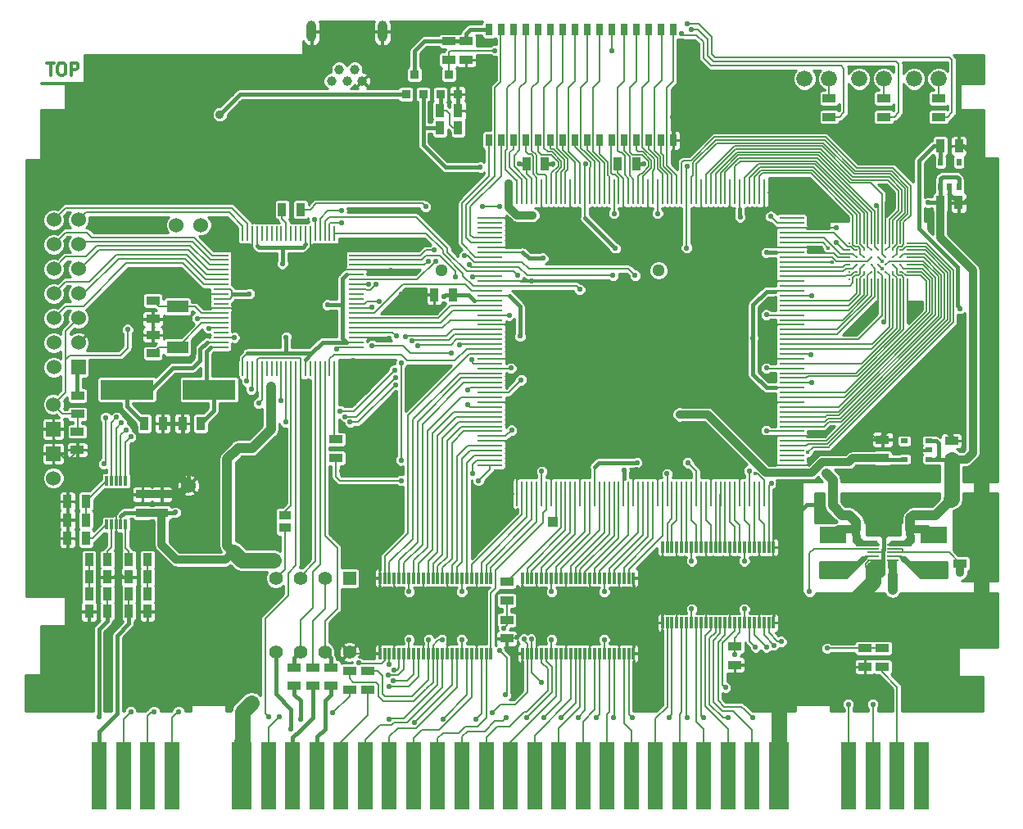
<source format=gtl>
G04 (created by PCBNEW-RS274X (2010-12-16 BZR 2663)-testing) date Tue 15 Feb 2011 11:55:33 PM CET*
G01*
G70*
G90*
%MOIN*%
G04 Gerber Fmt 3.4, Leading zero omitted, Abs format*
%FSLAX34Y34*%
G04 APERTURE LIST*
%ADD10C,0.008000*%
%ADD11C,0.012000*%
%ADD12R,0.011800X0.047200*%
%ADD13R,0.030000X0.020000*%
%ADD14R,0.020000X0.030000*%
%ADD15R,0.059000X0.009800*%
%ADD16R,0.009800X0.059000*%
%ADD17R,0.010000X0.100000*%
%ADD18R,0.100000X0.010000*%
%ADD19R,0.036000X0.036000*%
%ADD20R,0.086600X0.051200*%
%ADD21R,0.060000X0.060000*%
%ADD22C,0.060000*%
%ADD23C,0.039400*%
%ADD24O,0.039400X0.086600*%
%ADD25O,0.011400X0.011400*%
%ADD26R,0.011800X0.039300*%
%ADD27R,0.055000X0.035000*%
%ADD28R,0.035000X0.055000*%
%ADD29C,0.051200*%
%ADD30R,0.039400X0.039400*%
%ADD31R,0.050000X0.038000*%
%ADD32R,0.055000X0.055000*%
%ADD33C,0.055000*%
%ADD34R,0.059100X0.275600*%
%ADD35R,0.078700X0.275600*%
%ADD36R,0.110000X0.070000*%
%ADD37C,0.066000*%
%ADD38R,0.216600X0.078700*%
%ADD39R,0.029500X0.049900*%
%ADD40R,0.049300X0.007900*%
%ADD41R,0.045400X0.007900*%
%ADD42C,0.021800*%
%ADD43C,0.035000*%
%ADD44C,0.015700*%
%ADD45C,0.016000*%
%ADD46C,0.032000*%
%ADD47C,0.040000*%
%ADD48C,0.064000*%
%ADD49C,0.006000*%
%ADD50C,0.005900*%
%ADD51C,0.010000*%
G04 APERTURE END LIST*
G54D10*
G54D11*
X38246Y-23602D02*
X38531Y-23602D01*
X38388Y-24102D02*
X38388Y-23602D01*
X38793Y-23602D02*
X38889Y-23602D01*
X38936Y-23626D01*
X38984Y-23674D01*
X39008Y-23769D01*
X39008Y-23936D01*
X38984Y-24031D01*
X38936Y-24079D01*
X38889Y-24102D01*
X38793Y-24102D01*
X38746Y-24079D01*
X38698Y-24031D01*
X38674Y-23936D01*
X38674Y-23769D01*
X38698Y-23674D01*
X38746Y-23626D01*
X38793Y-23602D01*
X39222Y-24102D02*
X39222Y-23602D01*
X39413Y-23602D01*
X39460Y-23626D01*
X39484Y-23650D01*
X39508Y-23698D01*
X39508Y-23769D01*
X39484Y-23817D01*
X39460Y-23840D01*
X39413Y-23864D01*
X39222Y-23864D01*
G54D12*
X51787Y-47635D03*
X51984Y-47635D03*
X52180Y-47635D03*
X52377Y-47635D03*
X52574Y-47635D03*
X52771Y-47635D03*
X52968Y-47635D03*
X53165Y-47635D03*
X53362Y-47635D03*
X53558Y-47635D03*
X53755Y-47635D03*
X53952Y-47635D03*
X54148Y-47635D03*
X54345Y-47635D03*
X54542Y-47635D03*
X54738Y-47635D03*
X54935Y-47635D03*
X55132Y-47635D03*
X55329Y-47635D03*
X55526Y-47635D03*
X55723Y-47635D03*
X55920Y-47635D03*
X56116Y-47635D03*
X56313Y-47635D03*
X56313Y-44565D03*
X56116Y-44565D03*
X55920Y-44565D03*
X55723Y-44565D03*
X55526Y-44565D03*
X55329Y-44565D03*
X55132Y-44565D03*
X54935Y-44565D03*
X54738Y-44565D03*
X54542Y-44565D03*
X54345Y-44565D03*
X54148Y-44565D03*
X53952Y-44565D03*
X53755Y-44565D03*
X53558Y-44565D03*
X53362Y-44565D03*
X53165Y-44565D03*
X52968Y-44565D03*
X52771Y-44565D03*
X52574Y-44565D03*
X52377Y-44565D03*
X52180Y-44565D03*
X51984Y-44565D03*
X51787Y-44565D03*
X63287Y-46385D03*
X63484Y-46385D03*
X63680Y-46385D03*
X63877Y-46385D03*
X64074Y-46385D03*
X64271Y-46385D03*
X64468Y-46385D03*
X64665Y-46385D03*
X64862Y-46385D03*
X65058Y-46385D03*
X65255Y-46385D03*
X65452Y-46385D03*
X65648Y-46385D03*
X65845Y-46385D03*
X66042Y-46385D03*
X66238Y-46385D03*
X66435Y-46385D03*
X66632Y-46385D03*
X66829Y-46385D03*
X67026Y-46385D03*
X67223Y-46385D03*
X67420Y-46385D03*
X67616Y-46385D03*
X67813Y-46385D03*
X67813Y-43315D03*
X67616Y-43315D03*
X67420Y-43315D03*
X67223Y-43315D03*
X67026Y-43315D03*
X66829Y-43315D03*
X66632Y-43315D03*
X66435Y-43315D03*
X66238Y-43315D03*
X66042Y-43315D03*
X65845Y-43315D03*
X65648Y-43315D03*
X65452Y-43315D03*
X65255Y-43315D03*
X65058Y-43315D03*
X64862Y-43315D03*
X64665Y-43315D03*
X64468Y-43315D03*
X64271Y-43315D03*
X64074Y-43315D03*
X63877Y-43315D03*
X63680Y-43315D03*
X63484Y-43315D03*
X63287Y-43315D03*
X57587Y-47635D03*
X57784Y-47635D03*
X57980Y-47635D03*
X58177Y-47635D03*
X58374Y-47635D03*
X58571Y-47635D03*
X58768Y-47635D03*
X58965Y-47635D03*
X59162Y-47635D03*
X59358Y-47635D03*
X59555Y-47635D03*
X59752Y-47635D03*
X59948Y-47635D03*
X60145Y-47635D03*
X60342Y-47635D03*
X60538Y-47635D03*
X60735Y-47635D03*
X60932Y-47635D03*
X61129Y-47635D03*
X61326Y-47635D03*
X61523Y-47635D03*
X61720Y-47635D03*
X61916Y-47635D03*
X62113Y-47635D03*
X62113Y-44565D03*
X61916Y-44565D03*
X61720Y-44565D03*
X61523Y-44565D03*
X61326Y-44565D03*
X61129Y-44565D03*
X60932Y-44565D03*
X60735Y-44565D03*
X60538Y-44565D03*
X60342Y-44565D03*
X60145Y-44565D03*
X59948Y-44565D03*
X59752Y-44565D03*
X59555Y-44565D03*
X59358Y-44565D03*
X59162Y-44565D03*
X58965Y-44565D03*
X58768Y-44565D03*
X58571Y-44565D03*
X58374Y-44565D03*
X58177Y-44565D03*
X57980Y-44565D03*
X57784Y-44565D03*
X57587Y-44565D03*
G54D13*
X74145Y-39733D03*
X74145Y-38983D03*
X73145Y-39733D03*
X74145Y-39358D03*
X73145Y-38983D03*
G54D14*
X74605Y-28635D03*
X75355Y-28635D03*
X74605Y-27635D03*
X74980Y-28635D03*
X75355Y-27635D03*
G54D15*
X45320Y-31430D03*
X45320Y-31627D03*
X45320Y-31824D03*
X45320Y-32021D03*
X45320Y-32218D03*
X45320Y-32415D03*
X45320Y-32612D03*
X45320Y-32808D03*
X45320Y-33005D03*
X45320Y-33202D03*
X45320Y-33398D03*
X45320Y-33595D03*
X45320Y-33792D03*
X45320Y-33988D03*
X45320Y-34185D03*
X45320Y-34382D03*
X45320Y-34579D03*
X45320Y-34776D03*
X45320Y-34973D03*
X45320Y-35170D03*
G54D16*
X46205Y-36055D03*
X46402Y-36055D03*
X46599Y-36055D03*
X46796Y-36055D03*
X46993Y-36055D03*
X47190Y-36055D03*
X47387Y-36055D03*
X47583Y-36055D03*
X47780Y-36055D03*
X47977Y-36055D03*
X48173Y-36055D03*
X48370Y-36055D03*
X48567Y-36055D03*
X48763Y-36055D03*
X48960Y-36055D03*
X49157Y-36055D03*
X49354Y-36055D03*
X49551Y-36055D03*
X49748Y-36055D03*
X49945Y-36055D03*
G54D15*
X50830Y-35170D03*
X50830Y-34973D03*
X50830Y-34776D03*
X50830Y-34579D03*
X50830Y-34382D03*
X50830Y-34185D03*
X50830Y-33988D03*
X50830Y-33792D03*
X50830Y-33595D03*
X50830Y-33398D03*
X50830Y-33202D03*
X50830Y-33005D03*
X50830Y-32808D03*
X50830Y-32612D03*
X50830Y-32415D03*
X50830Y-32218D03*
X50830Y-32021D03*
X50830Y-31824D03*
X50830Y-31627D03*
X50830Y-31430D03*
G54D16*
X49945Y-30545D03*
X49748Y-30545D03*
X49551Y-30545D03*
X49354Y-30545D03*
X49157Y-30545D03*
X48960Y-30545D03*
X48763Y-30545D03*
X48567Y-30545D03*
X48370Y-30545D03*
X48173Y-30545D03*
X47977Y-30545D03*
X47780Y-30545D03*
X47583Y-30545D03*
X47387Y-30545D03*
X47190Y-30545D03*
X46993Y-30545D03*
X46796Y-30545D03*
X46599Y-30545D03*
X46402Y-30545D03*
X46205Y-30545D03*
G54D17*
X67423Y-28850D03*
X67226Y-28850D03*
X67029Y-28850D03*
X66832Y-28850D03*
X66635Y-28850D03*
X66438Y-28850D03*
X66241Y-28850D03*
X66044Y-28850D03*
X65847Y-28850D03*
X65650Y-28850D03*
X65453Y-28850D03*
X65256Y-28850D03*
X65059Y-28850D03*
X64862Y-28850D03*
X64665Y-28850D03*
X64468Y-28850D03*
X64271Y-28850D03*
X64074Y-28850D03*
X63877Y-28850D03*
X63680Y-28850D03*
X63483Y-28850D03*
X63286Y-28850D03*
X63089Y-28850D03*
X62892Y-28850D03*
X62695Y-28850D03*
X62498Y-28850D03*
X62301Y-28850D03*
X62104Y-28850D03*
X61907Y-28850D03*
X61710Y-28850D03*
X61513Y-28850D03*
X61316Y-28850D03*
X61119Y-28850D03*
X60922Y-28850D03*
X60725Y-28850D03*
X60528Y-28850D03*
X60331Y-28850D03*
X60134Y-28850D03*
X59937Y-28850D03*
X59740Y-28850D03*
X59543Y-28850D03*
X59346Y-28850D03*
X59149Y-28850D03*
X58952Y-28850D03*
X58755Y-28850D03*
X58558Y-28850D03*
X58361Y-28850D03*
X58164Y-28850D03*
X57967Y-28850D03*
X57770Y-28850D03*
X57573Y-28850D03*
X57376Y-28850D03*
G54D18*
X56270Y-29927D03*
X56270Y-30124D03*
X56270Y-30321D03*
X56270Y-30518D03*
X56270Y-30715D03*
X56270Y-30912D03*
X56270Y-31109D03*
X56270Y-31306D03*
X56270Y-31503D03*
X56270Y-31700D03*
X56270Y-31897D03*
X56270Y-32094D03*
X56270Y-32291D03*
X56270Y-32488D03*
X56270Y-32685D03*
X56270Y-32882D03*
X56270Y-33079D03*
X56270Y-33276D03*
X56270Y-33473D03*
X56270Y-33670D03*
X56270Y-33867D03*
X56270Y-34064D03*
X56270Y-34261D03*
X56270Y-34458D03*
X56270Y-34655D03*
X56270Y-34852D03*
X56270Y-35049D03*
X56270Y-35246D03*
X56270Y-35443D03*
X56270Y-35640D03*
X56270Y-35837D03*
X56270Y-36034D03*
X56270Y-36231D03*
X56270Y-36428D03*
X56270Y-36625D03*
X56270Y-36822D03*
X56270Y-37019D03*
X56270Y-37216D03*
X56270Y-37413D03*
X56270Y-37610D03*
X56270Y-37807D03*
X56270Y-38004D03*
X56270Y-38201D03*
X56270Y-38398D03*
X56270Y-38595D03*
X56270Y-38792D03*
X56270Y-38989D03*
X56270Y-39186D03*
X56270Y-39383D03*
X56270Y-39580D03*
X56270Y-39777D03*
X56270Y-39974D03*
G54D17*
X57377Y-41130D03*
X57574Y-41130D03*
X57771Y-41130D03*
X57968Y-41130D03*
X58165Y-41130D03*
X58362Y-41130D03*
X58559Y-41130D03*
X58756Y-41130D03*
X58953Y-41130D03*
X59150Y-41130D03*
X59347Y-41130D03*
X59544Y-41130D03*
X59741Y-41130D03*
X59938Y-41130D03*
X60135Y-41130D03*
X60332Y-41130D03*
X60529Y-41130D03*
X60726Y-41130D03*
X60923Y-41130D03*
X61120Y-41130D03*
X61317Y-41130D03*
X61514Y-41130D03*
X61711Y-41130D03*
X61908Y-41130D03*
X62105Y-41130D03*
X62302Y-41130D03*
X62499Y-41130D03*
X62696Y-41130D03*
X62893Y-41130D03*
X63090Y-41130D03*
X63287Y-41130D03*
X63484Y-41130D03*
X63681Y-41130D03*
X63878Y-41130D03*
X64075Y-41130D03*
X64272Y-41130D03*
X64469Y-41130D03*
X64666Y-41130D03*
X64863Y-41130D03*
X65060Y-41130D03*
X65257Y-41130D03*
X65454Y-41130D03*
X65651Y-41130D03*
X65848Y-41130D03*
X66045Y-41130D03*
X66242Y-41130D03*
X66439Y-41130D03*
X66636Y-41130D03*
X66833Y-41130D03*
X67030Y-41130D03*
X67227Y-41130D03*
X67424Y-41130D03*
G54D18*
X68550Y-39973D03*
X68550Y-39776D03*
X68550Y-39579D03*
X68550Y-39382D03*
X68550Y-39185D03*
X68550Y-38988D03*
X68550Y-38791D03*
X68550Y-38594D03*
X68550Y-38397D03*
X68550Y-38200D03*
X68550Y-38003D03*
X68550Y-37806D03*
X68550Y-37609D03*
X68550Y-37412D03*
X68550Y-37215D03*
X68550Y-37018D03*
X68550Y-36821D03*
X68550Y-36624D03*
X68550Y-36427D03*
X68550Y-36230D03*
X68550Y-36033D03*
X68550Y-35836D03*
X68550Y-35639D03*
X68550Y-35442D03*
X68550Y-35245D03*
X68550Y-35048D03*
X68550Y-34851D03*
X68550Y-34654D03*
X68550Y-34457D03*
X68550Y-34260D03*
X68550Y-34063D03*
X68550Y-33866D03*
X68550Y-33669D03*
X68550Y-33472D03*
X68550Y-33275D03*
X68550Y-33078D03*
X68550Y-32881D03*
X68550Y-32684D03*
X68550Y-32487D03*
X68550Y-32290D03*
X68550Y-32093D03*
X68550Y-31896D03*
X68550Y-31699D03*
X68550Y-31502D03*
X68550Y-31305D03*
X68550Y-31108D03*
X68550Y-30911D03*
X68550Y-30714D03*
X68550Y-30517D03*
X68550Y-30320D03*
X68550Y-30123D03*
X68550Y-29926D03*
G54D19*
X53550Y-24875D03*
X52850Y-24875D03*
X53200Y-24075D03*
G54D20*
X43550Y-33523D03*
X43550Y-35177D03*
G54D21*
X38500Y-38500D03*
G54D22*
X38500Y-37500D03*
G54D23*
X50135Y-23864D03*
X50450Y-24336D03*
X50765Y-23864D03*
X51080Y-24336D03*
X49820Y-24336D03*
G54D24*
X49013Y-22328D03*
X51887Y-22328D03*
G54D19*
X54950Y-24875D03*
X54250Y-24875D03*
X54600Y-24075D03*
G54D21*
X38500Y-39500D03*
G54D22*
X38500Y-40500D03*
X44000Y-40800D03*
X44500Y-30200D03*
X43500Y-30200D03*
G54D25*
X73260Y-30932D03*
X72964Y-30932D03*
X72669Y-30932D03*
X72374Y-30932D03*
X72079Y-30932D03*
X71784Y-30932D03*
X71489Y-30932D03*
X71194Y-30932D03*
X70898Y-30932D03*
X73260Y-31228D03*
X72964Y-31228D03*
X72669Y-31228D03*
X72374Y-31228D03*
X72079Y-31228D03*
X71784Y-31228D03*
X71489Y-31228D03*
X71194Y-31228D03*
X70898Y-31228D03*
X73260Y-31523D03*
X72964Y-31523D03*
X72669Y-31523D03*
X72374Y-31523D03*
X72079Y-31523D03*
X71784Y-31523D03*
X71489Y-31523D03*
X71194Y-31523D03*
X70898Y-31523D03*
X73260Y-31817D03*
X72964Y-31817D03*
X72669Y-31817D03*
X72374Y-31817D03*
X72079Y-31817D03*
X71784Y-31817D03*
X71489Y-31817D03*
X71194Y-31817D03*
X70898Y-31817D03*
X73260Y-32112D03*
X72964Y-32112D03*
X72669Y-32112D03*
X72374Y-32112D03*
X72079Y-32112D03*
X71784Y-32112D03*
X71489Y-32112D03*
X71194Y-32112D03*
X70898Y-32112D03*
X73260Y-32408D03*
X72964Y-32408D03*
X72669Y-32408D03*
X72374Y-32408D03*
X72079Y-32408D03*
X71784Y-32408D03*
X71489Y-32408D03*
X71194Y-32408D03*
X70898Y-32408D03*
G54D26*
X41443Y-40615D03*
X41246Y-40615D03*
X41050Y-40615D03*
X40854Y-40615D03*
X40657Y-40615D03*
X40657Y-42385D03*
X40854Y-42385D03*
X41050Y-42385D03*
X41246Y-42385D03*
X41443Y-42385D03*
G54D21*
X39516Y-35992D03*
G54D22*
X38516Y-35992D03*
X39516Y-34992D03*
X38516Y-34992D03*
X39516Y-33992D03*
X38516Y-33992D03*
X39516Y-32992D03*
X38516Y-32992D03*
X39516Y-31992D03*
X38516Y-31992D03*
X39516Y-30992D03*
X38516Y-30992D03*
X39516Y-29992D03*
X38516Y-29992D03*
G54D27*
X49050Y-48200D03*
X49050Y-48950D03*
X42913Y-41910D03*
X42913Y-41160D03*
X70075Y-25800D03*
X70075Y-25050D03*
X39475Y-38600D03*
X39475Y-39350D03*
X39488Y-37895D03*
X39488Y-37145D03*
G54D28*
X72650Y-44450D03*
X71900Y-44450D03*
X71175Y-42575D03*
X71925Y-42575D03*
G54D27*
X75400Y-43975D03*
X75400Y-43225D03*
G54D28*
X73375Y-42575D03*
X72625Y-42575D03*
G54D27*
X72245Y-39683D03*
X72245Y-38933D03*
G54D28*
X74605Y-26985D03*
X75355Y-26985D03*
G54D27*
X75051Y-39735D03*
X75051Y-38985D03*
G54D28*
X74595Y-29295D03*
X75345Y-29295D03*
G54D27*
X55300Y-22725D03*
X55300Y-23475D03*
X42126Y-41910D03*
X42126Y-41160D03*
G54D28*
X54750Y-33050D03*
X54000Y-33050D03*
X62225Y-27725D03*
X61475Y-27725D03*
X57750Y-27725D03*
X58500Y-27725D03*
G54D27*
X42550Y-33275D03*
X42550Y-34025D03*
G54D28*
X44500Y-38275D03*
X43750Y-38275D03*
X42200Y-38275D03*
X42950Y-38275D03*
X54975Y-26250D03*
X54225Y-26250D03*
X54225Y-25550D03*
X54975Y-25550D03*
G54D27*
X54600Y-22725D03*
X54600Y-23475D03*
X74525Y-25800D03*
X74525Y-25050D03*
X72300Y-25800D03*
X72300Y-25050D03*
G54D28*
X47814Y-29567D03*
X48564Y-29567D03*
G54D27*
X50000Y-39675D03*
X50000Y-38925D03*
G54D28*
X39825Y-41450D03*
X39075Y-41450D03*
X39825Y-42200D03*
X39075Y-42200D03*
X39825Y-42950D03*
X39075Y-42950D03*
X41575Y-45925D03*
X42325Y-45925D03*
X40700Y-45225D03*
X39950Y-45225D03*
X39950Y-44525D03*
X40700Y-44525D03*
X39950Y-43825D03*
X40700Y-43825D03*
X42325Y-43825D03*
X41575Y-43825D03*
X40700Y-45925D03*
X39950Y-45925D03*
X42325Y-44525D03*
X41575Y-44525D03*
X41575Y-45225D03*
X42325Y-45225D03*
G54D27*
X42550Y-35425D03*
X42550Y-34675D03*
G54D29*
X54314Y-32049D03*
X63133Y-32049D03*
G54D27*
X56950Y-46275D03*
X56950Y-47025D03*
X56950Y-44725D03*
X56950Y-45475D03*
G54D30*
X58825Y-42275D03*
G54D31*
X47925Y-42025D03*
X47925Y-42525D03*
G54D32*
X50550Y-44575D03*
G54D33*
X49550Y-44575D03*
X48550Y-44575D03*
X47550Y-44575D03*
X47550Y-47575D03*
X48550Y-47575D03*
X49550Y-47575D03*
X50550Y-47575D03*
G54D27*
X49800Y-48200D03*
X49800Y-48950D03*
X48300Y-48950D03*
X48300Y-48200D03*
X72225Y-47425D03*
X72225Y-48175D03*
X51300Y-48350D03*
X51300Y-49100D03*
X50550Y-48350D03*
X50550Y-49100D03*
X66225Y-47350D03*
X66225Y-48100D03*
X71525Y-47425D03*
X71525Y-48175D03*
G54D34*
X73832Y-52597D03*
X72848Y-52597D03*
X71864Y-52597D03*
X70880Y-52597D03*
G54D35*
X68025Y-52597D03*
G54D34*
X66943Y-52597D03*
X65958Y-52597D03*
X64974Y-52597D03*
X63990Y-52597D03*
X63006Y-52597D03*
X62021Y-52597D03*
X61037Y-52597D03*
X60053Y-52597D03*
X59069Y-52597D03*
X58084Y-52597D03*
X57100Y-52597D03*
X56116Y-52597D03*
X55131Y-52597D03*
X54147Y-52597D03*
X53163Y-52597D03*
X52179Y-52597D03*
X51194Y-52597D03*
X50210Y-52597D03*
X49226Y-52597D03*
X48242Y-52597D03*
X47257Y-52597D03*
G54D35*
X46175Y-52597D03*
G54D34*
X43320Y-52597D03*
X42336Y-52597D03*
X41352Y-52597D03*
X40368Y-52597D03*
G54D36*
X74325Y-44225D03*
X74325Y-42825D03*
X70225Y-42825D03*
X70225Y-44225D03*
G54D37*
X71300Y-24250D03*
X72300Y-24250D03*
X73525Y-24250D03*
X74525Y-24250D03*
X69075Y-24250D03*
X70075Y-24250D03*
G54D38*
X41502Y-36900D03*
X44848Y-36900D03*
G54D39*
X56226Y-26749D03*
X56726Y-26749D03*
X57226Y-26749D03*
X57726Y-26749D03*
X58226Y-26749D03*
X58726Y-26749D03*
X59226Y-26749D03*
X59726Y-26749D03*
X60224Y-26749D03*
X60724Y-26749D03*
X61224Y-26749D03*
X61724Y-26749D03*
X62224Y-26749D03*
X62724Y-26749D03*
X63224Y-26749D03*
X63724Y-26749D03*
X63724Y-22251D03*
X63224Y-22251D03*
X62724Y-22251D03*
X62224Y-22251D03*
X61724Y-22251D03*
X61224Y-22251D03*
X60724Y-22251D03*
X60224Y-22251D03*
X59726Y-22251D03*
X59226Y-22251D03*
X58726Y-22251D03*
X58226Y-22251D03*
X57726Y-22251D03*
X57226Y-22251D03*
X56726Y-22251D03*
X56226Y-22251D03*
G54D40*
X71890Y-43211D03*
G54D41*
X71871Y-43368D03*
X71871Y-43525D03*
X71871Y-43682D03*
X71871Y-43839D03*
X72679Y-43839D03*
X72679Y-43682D03*
X72679Y-43525D03*
X72679Y-43368D03*
X72679Y-43211D03*
G54D42*
X54400Y-33100D03*
G54D43*
X69961Y-40315D03*
G54D42*
X55350Y-36925D03*
X69375Y-33075D03*
X69375Y-36625D03*
X75412Y-33600D03*
X72297Y-34135D03*
X64300Y-27800D03*
X62525Y-27725D03*
X60150Y-27725D03*
X66975Y-34800D03*
G54D43*
X64003Y-37908D03*
G54D42*
X57500Y-34725D03*
X61374Y-31157D03*
X64272Y-31129D03*
X57540Y-36505D03*
X64325Y-39875D03*
X62250Y-39875D03*
X55875Y-27850D03*
X57450Y-27725D03*
G54D43*
X57025Y-28500D03*
G54D42*
X67525Y-31325D03*
X66450Y-29875D03*
X67525Y-33850D03*
X67525Y-36025D03*
X67525Y-38575D03*
X66825Y-40200D03*
X63475Y-40325D03*
X57050Y-33875D03*
X57125Y-36025D03*
X61725Y-40175D03*
X72000Y-29425D03*
X47350Y-36775D03*
X64475Y-43875D03*
X66625Y-43875D03*
X60925Y-45125D03*
X58775Y-45125D03*
X49650Y-33450D03*
X55125Y-45125D03*
X52975Y-45125D03*
X58425Y-31550D03*
X74094Y-29291D03*
X46478Y-32998D03*
X43465Y-41890D03*
X47825Y-31775D03*
G54D43*
X75025Y-41375D03*
X75050Y-40900D03*
X75050Y-40425D03*
G54D42*
X47976Y-34771D03*
X63090Y-29731D03*
X61317Y-29731D03*
G54D43*
X57991Y-29803D03*
G54D42*
X58375Y-40225D03*
X57150Y-38550D03*
G54D43*
X47450Y-43850D03*
X46950Y-43850D03*
X46450Y-43850D03*
G54D42*
X69275Y-45125D03*
X58775Y-47075D03*
X55125Y-47075D03*
X52975Y-47075D03*
X64475Y-45825D03*
X66625Y-45825D03*
X60925Y-47075D03*
G54D43*
X75400Y-44350D03*
X72650Y-45050D03*
X46575Y-49646D03*
X46200Y-50525D03*
X46200Y-50025D03*
X45275Y-25700D03*
G54D42*
X44825Y-34400D03*
X61225Y-23100D03*
X56475Y-23100D03*
X41525Y-34450D03*
X44350Y-34000D03*
X56650Y-47525D03*
X56900Y-49325D03*
X65850Y-49025D03*
X66225Y-47675D03*
X57650Y-47050D03*
X56350Y-50050D03*
X57950Y-47050D03*
X58375Y-48800D03*
X53775Y-47075D03*
X57750Y-50250D03*
X58450Y-50250D03*
X65950Y-50250D03*
X66950Y-50250D03*
X59150Y-50250D03*
X59850Y-50250D03*
X60600Y-50250D03*
X61300Y-50250D03*
X62050Y-50250D03*
X63550Y-50250D03*
X64300Y-50250D03*
X64950Y-50250D03*
X54325Y-47075D03*
X55700Y-50300D03*
X54350Y-50300D03*
X53200Y-50450D03*
X52150Y-50300D03*
X52325Y-48750D03*
X43600Y-50000D03*
X52150Y-48975D03*
X52350Y-48300D03*
X42600Y-50000D03*
X52125Y-48525D03*
X50925Y-48025D03*
X52150Y-48075D03*
X41650Y-50000D03*
X67075Y-47375D03*
X71850Y-49700D03*
X67525Y-47375D03*
X67825Y-47300D03*
X70000Y-47425D03*
X68125Y-47150D03*
X40350Y-50200D03*
X52650Y-40600D03*
X55800Y-40600D03*
X48175Y-50700D03*
X47953Y-38228D03*
X41457Y-38543D03*
X41275Y-38250D03*
X50375Y-38000D03*
X52425Y-36400D03*
X53100Y-34925D03*
X41075Y-38025D03*
X50175Y-37775D03*
X52400Y-36100D03*
X52825Y-34750D03*
X53325Y-35100D03*
X52425Y-36700D03*
X50575Y-38225D03*
X41654Y-38819D03*
X51750Y-33300D03*
X55350Y-37505D03*
X55550Y-40325D03*
X52650Y-39775D03*
X52650Y-35825D03*
X52450Y-34725D03*
X48550Y-50325D03*
G54D43*
X44800Y-44350D03*
X44000Y-45600D03*
X47225Y-45600D03*
X45400Y-45600D03*
X46600Y-44500D03*
X73400Y-28000D03*
X70050Y-26350D03*
X67840Y-24140D03*
X71400Y-27400D03*
G54D42*
X69150Y-29025D03*
G54D43*
X63775Y-25825D03*
G54D42*
X58825Y-27725D03*
G54D43*
X64200Y-27300D03*
X55900Y-22775D03*
G54D42*
X64700Y-24500D03*
G54D43*
X54125Y-23975D03*
X55500Y-24000D03*
X49000Y-28000D03*
X45000Y-28000D03*
X47500Y-28000D03*
X49000Y-25500D03*
X47500Y-25500D03*
X46000Y-27000D03*
X49000Y-24000D03*
X51450Y-28000D03*
X51450Y-25500D03*
X53000Y-28000D03*
X54100Y-26925D03*
X55500Y-27500D03*
X55500Y-28500D03*
G54D42*
X67475Y-35600D03*
X58306Y-38605D03*
G54D43*
X64500Y-39400D03*
X63500Y-39400D03*
X63500Y-37500D03*
X67300Y-30825D03*
X66600Y-31600D03*
G54D42*
X67475Y-34225D03*
G54D43*
X67650Y-39800D03*
X65500Y-35500D03*
X65500Y-37000D03*
X65825Y-40325D03*
X62225Y-40225D03*
X40125Y-37125D03*
X42450Y-36200D03*
X65500Y-31550D03*
X65500Y-34000D03*
X64500Y-37500D03*
X48750Y-43200D03*
X72992Y-47008D03*
X75000Y-45512D03*
X72125Y-48800D03*
G54D42*
X57375Y-46975D03*
G54D43*
X75000Y-47000D03*
X75000Y-49000D03*
X76500Y-47000D03*
X76500Y-45500D03*
X76260Y-44449D03*
X50700Y-35775D03*
X50000Y-31325D03*
G54D42*
X52300Y-35775D03*
G54D43*
X52300Y-37400D03*
X50700Y-38700D03*
X52300Y-38700D03*
X50300Y-40200D03*
X53000Y-37100D03*
X50700Y-37400D03*
X51300Y-44600D03*
X46600Y-47700D03*
X50000Y-42875D03*
X52480Y-42441D03*
X55800Y-42700D03*
X50000Y-41000D03*
X52500Y-41000D03*
X46400Y-43200D03*
X44800Y-43200D03*
X44800Y-47700D03*
G54D42*
X52150Y-34800D03*
G54D43*
X41800Y-48900D03*
X41800Y-46800D03*
X38400Y-48800D03*
X38400Y-49700D03*
X40725Y-49700D03*
X43125Y-46025D03*
X66500Y-38400D03*
G54D42*
X57062Y-35640D03*
X57047Y-34843D03*
G54D43*
X58000Y-36000D03*
X57700Y-31000D03*
X68075Y-40750D03*
X69764Y-42087D03*
X69764Y-41575D03*
X68583Y-42165D03*
G54D42*
X70157Y-38465D03*
X52900Y-30875D03*
X52244Y-31024D03*
X57950Y-32475D03*
G54D43*
X61125Y-31525D03*
G54D42*
X60324Y-30604D03*
X58031Y-31260D03*
G54D43*
X65300Y-24140D03*
X52244Y-32126D03*
X76260Y-41378D03*
X76500Y-39500D03*
X76500Y-38000D03*
X76500Y-36500D03*
X76500Y-35000D03*
X75000Y-35000D03*
X73500Y-36500D03*
X72000Y-38000D03*
X74291Y-40276D03*
X72756Y-40276D03*
X71260Y-40276D03*
X71100Y-41400D03*
X73475Y-41400D03*
X72275Y-41975D03*
G54D42*
X74075Y-29902D03*
G54D43*
X76260Y-42913D03*
X56900Y-41800D03*
X66800Y-24140D03*
X66800Y-26100D03*
X60000Y-36000D03*
X64000Y-34000D03*
X62000Y-36000D03*
X64000Y-32000D03*
X60000Y-37000D03*
X62000Y-37000D03*
G54D42*
X52650Y-33025D03*
G54D43*
X48775Y-36775D03*
X55800Y-41000D03*
X38500Y-44700D03*
X48900Y-34700D03*
X48900Y-32500D03*
G54D42*
X64863Y-31126D03*
G54D43*
X47600Y-43200D03*
X68650Y-45925D03*
X68650Y-45500D03*
X68400Y-45100D03*
G54D42*
X73320Y-34140D03*
G54D43*
X42500Y-24000D03*
X45500Y-24000D03*
X42800Y-30300D03*
X40200Y-30300D03*
X44000Y-28000D03*
X41000Y-28000D03*
X42500Y-27000D03*
X39500Y-27000D03*
X44000Y-25500D03*
X41000Y-25500D03*
X52500Y-40200D03*
X58000Y-39800D03*
X57300Y-39100D03*
X75100Y-30500D03*
X47700Y-41300D03*
X47700Y-39200D03*
X46400Y-41300D03*
X46400Y-39900D03*
X54000Y-36200D03*
X47000Y-35000D03*
X47000Y-32500D03*
X41600Y-32100D03*
X43000Y-32100D03*
X40100Y-35000D03*
G54D42*
X57586Y-45603D03*
X70375Y-30325D03*
X70375Y-30924D03*
X71741Y-38647D03*
X71604Y-34141D03*
X72579Y-29062D03*
X46970Y-34380D03*
X49225Y-33025D03*
X47295Y-32174D03*
X66169Y-32487D03*
X66148Y-30954D03*
X61708Y-30510D03*
X59939Y-38682D03*
X63278Y-39109D03*
G54D43*
X55825Y-46100D03*
X52450Y-46100D03*
X57800Y-46100D03*
G54D42*
X45250Y-35575D03*
X44600Y-34675D03*
G54D43*
X68025Y-48800D03*
X68025Y-49800D03*
X68025Y-49300D03*
G54D42*
X54700Y-35400D03*
X51475Y-35100D03*
X51450Y-33550D03*
X55525Y-35675D03*
X70850Y-49700D03*
X47700Y-50200D03*
X49875Y-50050D03*
X56925Y-50250D03*
X56825Y-46600D03*
X51325Y-32625D03*
X64300Y-22000D03*
X50225Y-29625D03*
X46380Y-36550D03*
X46560Y-36880D03*
X40551Y-39921D03*
X40630Y-38031D03*
X46850Y-37450D03*
X64050Y-22400D03*
X47750Y-37350D03*
X64475Y-22250D03*
X51625Y-32625D03*
X50225Y-30100D03*
X45860Y-34780D03*
X50025Y-35250D03*
X67700Y-29850D03*
X56675Y-29450D03*
X53650Y-29450D03*
X55950Y-29450D03*
G54D44*
X69213Y-39449D03*
X67075Y-40325D03*
X70182Y-31714D03*
X72224Y-31963D03*
X70039Y-31134D03*
X72224Y-31668D03*
G54D42*
X57400Y-32250D03*
X59925Y-32825D03*
X54000Y-31225D03*
X55551Y-32323D03*
X54850Y-32325D03*
X55039Y-35079D03*
X53750Y-31675D03*
X55225Y-31450D03*
X62175Y-32250D03*
X55425Y-31825D03*
X54050Y-31675D03*
X61275Y-32250D03*
X47250Y-50200D03*
X69331Y-35472D03*
X67717Y-40709D03*
X49125Y-29975D03*
G54D10*
X71890Y-43211D02*
X71436Y-43211D01*
X71175Y-42950D02*
X71436Y-43211D01*
X71175Y-42950D02*
X71175Y-42575D01*
G54D45*
X54750Y-33050D02*
X55405Y-33050D01*
X55470Y-33115D02*
X55631Y-33276D01*
G54D10*
X55631Y-33276D02*
X56270Y-33276D01*
G54D45*
X55405Y-33050D02*
X55470Y-33115D01*
X54750Y-33050D02*
X54450Y-33050D01*
X54450Y-33050D02*
X54400Y-33100D01*
G54D46*
X71175Y-42575D02*
X70475Y-42575D01*
G54D47*
X70225Y-41625D02*
X70600Y-42000D01*
X70225Y-40575D02*
X70225Y-41625D01*
X70225Y-40575D02*
X69961Y-40315D01*
X71175Y-42275D02*
X71175Y-42575D01*
X70900Y-42000D02*
X71175Y-42275D01*
X70600Y-42000D02*
X70900Y-42000D01*
G54D10*
X56270Y-36822D02*
X55453Y-36822D01*
X55453Y-36822D02*
X55350Y-36925D01*
X68550Y-33078D02*
X69372Y-33078D01*
X69372Y-33078D02*
X69375Y-33075D01*
X68550Y-36624D02*
X69374Y-36624D01*
X69374Y-36624D02*
X69375Y-36625D01*
G54D46*
X70475Y-42575D02*
X70225Y-42825D01*
G54D45*
X74605Y-27635D02*
X74605Y-26985D01*
X74605Y-26985D02*
X74327Y-26985D01*
X75307Y-33495D02*
X75412Y-33600D01*
X75307Y-31913D02*
X75307Y-33495D01*
X73730Y-30336D02*
X75307Y-31913D01*
X73730Y-27582D02*
X73730Y-30336D01*
X74327Y-26985D02*
X73730Y-27582D01*
G54D10*
X72374Y-32408D02*
X72374Y-34058D01*
X72374Y-34058D02*
X72297Y-34135D01*
X64271Y-28850D02*
X64271Y-27829D01*
X64271Y-27829D02*
X64300Y-27800D01*
G54D45*
X62225Y-27725D02*
X62525Y-27725D01*
G54D10*
X60134Y-27741D02*
X60150Y-27725D01*
X60134Y-27741D02*
X60134Y-28850D01*
X68550Y-36821D02*
X67904Y-36821D01*
G54D45*
X67521Y-36821D02*
X66975Y-36275D01*
X66975Y-36275D02*
X66975Y-34800D01*
X67904Y-36821D02*
X67521Y-36821D01*
X67875Y-32900D02*
X67525Y-32900D01*
G54D10*
X67894Y-32881D02*
X67875Y-32900D01*
X68550Y-32881D02*
X67994Y-32881D01*
X67994Y-32881D02*
X67894Y-32881D01*
G54D45*
X66975Y-33450D02*
X66975Y-34800D01*
X67525Y-32900D02*
X66975Y-33450D01*
G54D46*
X70866Y-39843D02*
X69802Y-39843D01*
X67497Y-40276D02*
X65129Y-37908D01*
X65129Y-37908D02*
X64003Y-37908D01*
X71026Y-39683D02*
X70866Y-39843D01*
X71026Y-39683D02*
X72245Y-39683D01*
X69369Y-40276D02*
X67497Y-40276D01*
X69802Y-39843D02*
X69369Y-40276D01*
G54D10*
X57500Y-34685D02*
X57500Y-34725D01*
X56270Y-33079D02*
X57052Y-33079D01*
G54D45*
X57052Y-33079D02*
X57500Y-33527D01*
X57500Y-33527D02*
X57500Y-34685D01*
X73145Y-39733D02*
X72295Y-39733D01*
X72295Y-39733D02*
X72245Y-39683D01*
G54D10*
X60134Y-28850D02*
X60134Y-29917D01*
G54D45*
X60134Y-29917D02*
X61374Y-31157D01*
G54D10*
X64271Y-28850D02*
X64271Y-31128D01*
X64271Y-31128D02*
X64272Y-31129D01*
X56270Y-37019D02*
X57024Y-37019D01*
X57538Y-36505D02*
X57540Y-36505D01*
X57024Y-37019D02*
X57538Y-36505D01*
X64666Y-41130D02*
X64666Y-40216D01*
X64666Y-40216D02*
X64325Y-39875D01*
X60529Y-41130D02*
X60529Y-40046D01*
G54D45*
X60700Y-39875D02*
X62250Y-39875D01*
X60529Y-40046D02*
X60700Y-39875D01*
G54D10*
X72679Y-43211D02*
X73114Y-43211D01*
X73375Y-42950D02*
X73114Y-43211D01*
X73375Y-42950D02*
X73375Y-42575D01*
G54D45*
X54225Y-26250D02*
X53550Y-26250D01*
X53650Y-27050D02*
X53550Y-26950D01*
X53550Y-24875D02*
X53550Y-26050D01*
X54450Y-27850D02*
X55875Y-27850D01*
X53650Y-27050D02*
X54450Y-27850D01*
X53550Y-26950D02*
X53550Y-26250D01*
X53550Y-26250D02*
X53550Y-26050D01*
X57750Y-27725D02*
X57450Y-27725D01*
G54D10*
X57967Y-28850D02*
X57967Y-28317D01*
X57750Y-28100D02*
X57750Y-27725D01*
X57967Y-28317D02*
X57750Y-28100D01*
G54D46*
X57353Y-29803D02*
X57025Y-29475D01*
X57025Y-29475D02*
X57025Y-28500D01*
X57353Y-29803D02*
X57991Y-29803D01*
G54D10*
X67920Y-31305D02*
X68550Y-31305D01*
X67920Y-31305D02*
X67900Y-31325D01*
G54D45*
X67900Y-31325D02*
X67525Y-31325D01*
X66438Y-29546D02*
X66438Y-29863D01*
G54D10*
X66438Y-28850D02*
X66438Y-29546D01*
G54D45*
X66438Y-29863D02*
X66450Y-29875D01*
G54D10*
X67525Y-33850D02*
X67566Y-33866D01*
X67566Y-33866D02*
X67685Y-33866D01*
X67685Y-33866D02*
X68550Y-33866D01*
X67865Y-36033D02*
X67583Y-36033D01*
X67583Y-36033D02*
X67525Y-36025D01*
X68550Y-36033D02*
X67865Y-36033D01*
X68550Y-38594D02*
X67544Y-38594D01*
X67544Y-38594D02*
X67525Y-38575D01*
X66833Y-40208D02*
X66825Y-40200D01*
X66833Y-40208D02*
X66833Y-41130D01*
X63484Y-40334D02*
X63484Y-41130D01*
X63475Y-40325D02*
X63484Y-40334D01*
X57042Y-33867D02*
X57050Y-33875D01*
X57042Y-33867D02*
X56270Y-33867D01*
X57116Y-36034D02*
X56270Y-36034D01*
X57116Y-36034D02*
X57125Y-36025D01*
G54D45*
X61725Y-40500D02*
X61725Y-40175D01*
G54D10*
X61711Y-40514D02*
X61725Y-40500D01*
X61711Y-40514D02*
X61711Y-41130D01*
X72079Y-29504D02*
X72079Y-30932D01*
X72000Y-29425D02*
X72079Y-29504D01*
X50830Y-34973D02*
X50423Y-34973D01*
G54D45*
X49452Y-34973D02*
X50423Y-34973D01*
X50275Y-34825D02*
X50423Y-34973D01*
X50275Y-33453D02*
X50275Y-34825D01*
X49452Y-34973D02*
X49001Y-35424D01*
G54D47*
X47350Y-36775D02*
X47350Y-38525D01*
X47350Y-38525D02*
X47300Y-38575D01*
X46025Y-39275D02*
X46600Y-39275D01*
X45575Y-39725D02*
X45575Y-43250D01*
X46025Y-39275D02*
X45575Y-39725D01*
X45575Y-43250D02*
X45828Y-43503D01*
X46600Y-39275D02*
X47300Y-38575D01*
G54D10*
X64468Y-43315D02*
X64468Y-43793D01*
X64468Y-43793D02*
X64475Y-43875D01*
X66632Y-43315D02*
X66632Y-43793D01*
X66632Y-43793D02*
X66625Y-43875D01*
X60932Y-44565D02*
X60932Y-45043D01*
X60932Y-45043D02*
X60925Y-45125D01*
X58768Y-44565D02*
X58768Y-45043D01*
X58768Y-45043D02*
X58775Y-45125D01*
X50275Y-33450D02*
X50275Y-33453D01*
G54D45*
X49650Y-33450D02*
X50275Y-33450D01*
G54D10*
X55132Y-44565D02*
X55132Y-45043D01*
X55132Y-45043D02*
X55125Y-45125D01*
X52968Y-44565D02*
X52968Y-45093D01*
X52968Y-45093D02*
X52975Y-45125D01*
G54D45*
X57606Y-31306D02*
X57850Y-31550D01*
X57850Y-31550D02*
X58425Y-31550D01*
G54D10*
X56270Y-31306D02*
X57606Y-31306D01*
G54D45*
X74145Y-39733D02*
X74403Y-39733D01*
X74416Y-38983D02*
X74145Y-38983D01*
X74528Y-39095D02*
X74416Y-38983D01*
X74528Y-39608D02*
X74528Y-39095D01*
X74403Y-39733D02*
X74528Y-39608D01*
G54D47*
X73375Y-42575D02*
X73375Y-42125D01*
X73375Y-42125D02*
X73500Y-42000D01*
X73500Y-42000D02*
X74400Y-42000D01*
X74400Y-42000D02*
X75025Y-41375D01*
G54D45*
X74591Y-29291D02*
X74595Y-29295D01*
X74094Y-29291D02*
X74591Y-29291D01*
G54D10*
X45775Y-33100D02*
X45775Y-33070D01*
X45775Y-33070D02*
X45840Y-33005D01*
G54D45*
X46471Y-33005D02*
X45840Y-33005D01*
X46478Y-32998D02*
X46471Y-33005D01*
X42913Y-41910D02*
X43445Y-41910D01*
X43445Y-41910D02*
X43465Y-41890D01*
G54D46*
X42913Y-41910D02*
X42913Y-43228D01*
X45512Y-43819D02*
X45828Y-43503D01*
X43504Y-43819D02*
X45512Y-43819D01*
X42913Y-43228D02*
X43504Y-43819D01*
X42126Y-41910D02*
X42913Y-41910D01*
G54D10*
X41246Y-42385D02*
X41246Y-42061D01*
G54D45*
X41397Y-41910D02*
X42126Y-41910D01*
X41246Y-42061D02*
X41397Y-41910D01*
X47826Y-31100D02*
X47825Y-31775D01*
G54D48*
X46450Y-43850D02*
X46175Y-43850D01*
X46175Y-43850D02*
X45828Y-43503D01*
G54D45*
X39475Y-37132D02*
X39475Y-36033D01*
G54D10*
X39488Y-37145D02*
X39475Y-37132D01*
X39475Y-36033D02*
X39516Y-35992D01*
G54D48*
X75041Y-41359D02*
X75051Y-41359D01*
X75051Y-41359D02*
X75051Y-40900D01*
X75025Y-41375D02*
X75041Y-41359D01*
X75050Y-40900D02*
X75051Y-40900D01*
X75050Y-40425D02*
X75051Y-40425D01*
X75051Y-40900D02*
X75051Y-40425D01*
X75051Y-40425D02*
X75051Y-39735D01*
G54D10*
X45840Y-33005D02*
X45775Y-32940D01*
G54D46*
X74595Y-29295D02*
X74595Y-30715D01*
X74595Y-30715D02*
X75918Y-32038D01*
X75918Y-32038D02*
X75918Y-39475D01*
X75918Y-39475D02*
X75658Y-39735D01*
X75658Y-39735D02*
X75051Y-39735D01*
G54D45*
X74145Y-39733D02*
X75049Y-39733D01*
X75049Y-39733D02*
X75051Y-39735D01*
X75355Y-28635D02*
X75355Y-28328D01*
X75355Y-28328D02*
X75261Y-28234D01*
X75261Y-28234D02*
X74691Y-28234D01*
X74691Y-28234D02*
X74605Y-28320D01*
X74605Y-28320D02*
X74605Y-28635D01*
X74595Y-29295D02*
X74595Y-28645D01*
X74595Y-28645D02*
X74605Y-28635D01*
X47974Y-35424D02*
X47976Y-34771D01*
G54D10*
X46205Y-36055D02*
X46205Y-35623D01*
G54D45*
X46404Y-35424D02*
X47974Y-35424D01*
X47974Y-35424D02*
X49001Y-35424D01*
G54D10*
X46205Y-35623D02*
X46404Y-35424D01*
X63089Y-28850D02*
X63090Y-29731D01*
X61316Y-28850D02*
X61316Y-29730D01*
X61316Y-29730D02*
X61317Y-29731D01*
X57967Y-29779D02*
X57991Y-29803D01*
X58362Y-41130D02*
X58362Y-40238D01*
X58362Y-40238D02*
X58375Y-40225D01*
X56270Y-38792D02*
X56908Y-38792D01*
X56908Y-38792D02*
X57150Y-38550D01*
X48763Y-36055D02*
X48763Y-35662D01*
G54D45*
X48763Y-35662D02*
X49001Y-35424D01*
G54D10*
X50830Y-32218D02*
X50432Y-32218D01*
G54D45*
X50432Y-32218D02*
X50275Y-32375D01*
X50275Y-32375D02*
X50275Y-33453D01*
G54D10*
X48763Y-30545D02*
X48763Y-30987D01*
G54D45*
X46850Y-31100D02*
X46796Y-31046D01*
X48650Y-31100D02*
X47826Y-31100D01*
X47826Y-31100D02*
X46850Y-31100D01*
X48763Y-30987D02*
X48650Y-31100D01*
G54D10*
X46796Y-30545D02*
X46796Y-31046D01*
X45320Y-32808D02*
X45708Y-32808D01*
X45708Y-32808D02*
X45775Y-32875D01*
X45775Y-32875D02*
X45775Y-32940D01*
X45698Y-33202D02*
X45320Y-33202D01*
X45775Y-32940D02*
X45775Y-33100D01*
X45775Y-33100D02*
X45775Y-33125D01*
X45775Y-33125D02*
X45698Y-33202D01*
G54D48*
X46950Y-43850D02*
X47450Y-43850D01*
X46450Y-43850D02*
X46950Y-43850D01*
G54D46*
X73375Y-42575D02*
X74075Y-42575D01*
G54D10*
X74075Y-42575D02*
X74325Y-42825D01*
X72679Y-43368D02*
X73018Y-43368D01*
X73050Y-43400D02*
X73050Y-43525D01*
X73018Y-43368D02*
X73050Y-43400D01*
X71871Y-43368D02*
X69457Y-43368D01*
X69457Y-43368D02*
X69275Y-43550D01*
X69275Y-43550D02*
X69275Y-45125D01*
X72650Y-44025D02*
X72650Y-43868D01*
X72650Y-44450D02*
X72650Y-44025D01*
X72650Y-43868D02*
X72679Y-43839D01*
X72679Y-43525D02*
X73050Y-43525D01*
X73050Y-43525D02*
X74950Y-43525D01*
X74950Y-43525D02*
X75400Y-43975D01*
X58768Y-47635D02*
X58768Y-47082D01*
X58768Y-47082D02*
X58775Y-47075D01*
X55132Y-47635D02*
X55132Y-47107D01*
X55132Y-47107D02*
X55125Y-47075D01*
X52968Y-47635D02*
X52968Y-47107D01*
X52968Y-47107D02*
X52975Y-47075D01*
X64468Y-46385D02*
X64468Y-45907D01*
X64468Y-45907D02*
X64475Y-45825D01*
X66632Y-46385D02*
X66632Y-45907D01*
X66632Y-45907D02*
X66625Y-45825D01*
X60932Y-47635D02*
X60932Y-47157D01*
X60932Y-47157D02*
X60925Y-47075D01*
G54D46*
X75400Y-43975D02*
X75400Y-44350D01*
G54D47*
X72650Y-45050D02*
X72650Y-44450D01*
G54D48*
X46200Y-50025D02*
X46200Y-50021D01*
X46200Y-50021D02*
X46575Y-49646D01*
X46200Y-50525D02*
X46200Y-50025D01*
X46175Y-52597D02*
X46175Y-51225D01*
X46200Y-51200D02*
X46200Y-50525D01*
X46175Y-51225D02*
X46200Y-51200D01*
G54D45*
X45950Y-25025D02*
X46100Y-24875D01*
X45275Y-25700D02*
X45950Y-25025D01*
X46100Y-24875D02*
X52850Y-24875D01*
G54D10*
X44843Y-34382D02*
X44825Y-34400D01*
X45320Y-34382D02*
X44843Y-34382D01*
X54600Y-23475D02*
X54600Y-23175D01*
X61224Y-23099D02*
X61224Y-22251D01*
X61225Y-23100D02*
X61224Y-23099D01*
X54675Y-23100D02*
X56475Y-23100D01*
X54600Y-23175D02*
X54675Y-23100D01*
X54600Y-24075D02*
X54600Y-23475D01*
G54D45*
X53200Y-24075D02*
X53200Y-23125D01*
X53600Y-22725D02*
X54600Y-22725D01*
X53200Y-23125D02*
X53600Y-22725D01*
X55300Y-22725D02*
X55300Y-22400D01*
X55449Y-22251D02*
X56226Y-22251D01*
X55300Y-22400D02*
X55449Y-22251D01*
X54600Y-22725D02*
X55300Y-22725D01*
X54575Y-22700D02*
X54600Y-22725D01*
G54D10*
X71871Y-43682D02*
X71543Y-43682D01*
X71543Y-43682D02*
X71000Y-44225D01*
X71000Y-44225D02*
X70225Y-44225D01*
X72679Y-43682D02*
X73007Y-43682D01*
X73007Y-43682D02*
X73550Y-44225D01*
X73550Y-44225D02*
X74325Y-44225D01*
X41525Y-35000D02*
X41525Y-35200D01*
X45320Y-33988D02*
X44362Y-33988D01*
X44362Y-33988D02*
X44350Y-34000D01*
X41525Y-34450D02*
X41525Y-35000D01*
X39175Y-35500D02*
X39000Y-35675D01*
X41225Y-35500D02*
X39175Y-35500D01*
X41525Y-35200D02*
X41225Y-35500D01*
X39488Y-37895D02*
X39488Y-38587D01*
X39488Y-38587D02*
X39475Y-38600D01*
X39000Y-37000D02*
X39000Y-35675D01*
X39000Y-35675D02*
X39000Y-34508D01*
X39000Y-34508D02*
X39516Y-33992D01*
X38500Y-37500D02*
X38500Y-37516D01*
X38879Y-37895D02*
X39488Y-37895D01*
X38500Y-37516D02*
X38879Y-37895D01*
X39000Y-37000D02*
X38500Y-37500D01*
X56650Y-47525D02*
X56950Y-47825D01*
X56950Y-47825D02*
X56950Y-49000D01*
X56950Y-49275D02*
X56950Y-49000D01*
X56900Y-49325D02*
X56950Y-49275D01*
X65725Y-48500D02*
X65725Y-48900D01*
X66238Y-46385D02*
X66238Y-46712D01*
X65725Y-47225D02*
X65725Y-48500D01*
X66238Y-46712D02*
X65725Y-47225D01*
X65725Y-48900D02*
X65850Y-49025D01*
X66435Y-46385D02*
X66435Y-46790D01*
X66225Y-47000D02*
X66225Y-47350D01*
X66435Y-46790D02*
X66225Y-47000D01*
X66225Y-47675D02*
X66225Y-47350D01*
X57650Y-47050D02*
X57650Y-47125D01*
X57784Y-47635D02*
X57784Y-47309D01*
X57784Y-47309D02*
X57784Y-47259D01*
X57650Y-47125D02*
X57784Y-47259D01*
X57784Y-49216D02*
X57784Y-47635D01*
X57300Y-49700D02*
X57784Y-49216D01*
X56700Y-49700D02*
X57300Y-49700D01*
X56350Y-50050D02*
X56700Y-49700D01*
X57950Y-47050D02*
X57950Y-47100D01*
X57980Y-47635D02*
X57980Y-47130D01*
X57950Y-47100D02*
X57980Y-47130D01*
X57980Y-47635D02*
X57980Y-48405D01*
X57980Y-48405D02*
X58375Y-48800D01*
X53755Y-47170D02*
X53775Y-47075D01*
X53755Y-47170D02*
X53755Y-47635D01*
X51300Y-48350D02*
X51700Y-48350D01*
X53755Y-48720D02*
X53755Y-47635D01*
X53100Y-49375D02*
X53755Y-48720D01*
X52000Y-49375D02*
X53100Y-49375D01*
X51900Y-49275D02*
X52000Y-49375D01*
X51900Y-48550D02*
X51900Y-49275D01*
X51700Y-48350D02*
X51900Y-48550D01*
X58571Y-49429D02*
X58800Y-49200D01*
X57750Y-50250D02*
X58571Y-49429D01*
X58571Y-47946D02*
X58571Y-47635D01*
X58800Y-48175D02*
X58571Y-47946D01*
X58800Y-48750D02*
X58800Y-48175D01*
X58800Y-49200D02*
X58800Y-48750D01*
X59162Y-49538D02*
X59162Y-47635D01*
X58450Y-50250D02*
X59162Y-49538D01*
X65200Y-49500D02*
X65200Y-49700D01*
X65200Y-49500D02*
X65200Y-47025D01*
X65200Y-47025D02*
X65452Y-46773D01*
X65452Y-46385D02*
X65452Y-46773D01*
X65750Y-50250D02*
X65950Y-50250D01*
X65200Y-49700D02*
X65750Y-50250D01*
X66950Y-50250D02*
X66825Y-50125D01*
X65845Y-46880D02*
X65845Y-46385D01*
X65550Y-47175D02*
X65845Y-46880D01*
X65550Y-49550D02*
X65550Y-47175D01*
X65800Y-49800D02*
X65550Y-49550D01*
X66500Y-49800D02*
X65800Y-49800D01*
X66625Y-49925D02*
X66500Y-49800D01*
X66825Y-50125D02*
X66625Y-49925D01*
X66943Y-50743D02*
X66175Y-49975D01*
X66943Y-52597D02*
X66943Y-50743D01*
X65648Y-46827D02*
X65648Y-46385D01*
X65375Y-47100D02*
X65648Y-46827D01*
X65375Y-49625D02*
X65375Y-47100D01*
X65725Y-49975D02*
X65375Y-49625D01*
X66175Y-49975D02*
X65725Y-49975D01*
X65255Y-50005D02*
X65025Y-49775D01*
X65958Y-50708D02*
X65255Y-50005D01*
X65958Y-52597D02*
X65958Y-50708D01*
X65255Y-46695D02*
X65255Y-46385D01*
X65025Y-46925D02*
X65255Y-46695D01*
X65025Y-49775D02*
X65025Y-46925D01*
X64974Y-52597D02*
X64974Y-50724D01*
X64665Y-50415D02*
X64665Y-46385D01*
X64974Y-50724D02*
X64665Y-50415D01*
X63990Y-52597D02*
X63990Y-50110D01*
X64074Y-50026D02*
X64074Y-46385D01*
X63990Y-50110D02*
X64074Y-50026D01*
X63006Y-52597D02*
X63006Y-50294D01*
X63484Y-49816D02*
X63484Y-46385D01*
X63006Y-50294D02*
X63484Y-49816D01*
X61720Y-47635D02*
X61720Y-50470D01*
X62021Y-50771D02*
X61720Y-50470D01*
X62021Y-50771D02*
X62021Y-52597D01*
X61129Y-50021D02*
X61129Y-47635D01*
X61037Y-52597D02*
X61037Y-50113D01*
X61037Y-50113D02*
X61129Y-50021D01*
X60538Y-47635D02*
X60538Y-49912D01*
X60053Y-50397D02*
X60538Y-49912D01*
X60053Y-50397D02*
X60053Y-52597D01*
X59752Y-47635D02*
X59752Y-49648D01*
X59150Y-50250D02*
X59752Y-49648D01*
X59948Y-47635D02*
X59948Y-49802D01*
X59069Y-50681D02*
X59948Y-49802D01*
X59069Y-50681D02*
X59069Y-52597D01*
X59555Y-47635D02*
X59555Y-49495D01*
X58084Y-50966D02*
X59555Y-49495D01*
X58084Y-50966D02*
X58084Y-52597D01*
X58965Y-49385D02*
X58965Y-47635D01*
X57100Y-52597D02*
X57100Y-51250D01*
X57100Y-51250D02*
X58965Y-49385D01*
X57050Y-50600D02*
X57075Y-50600D01*
X56116Y-51034D02*
X56550Y-50600D01*
X56550Y-50600D02*
X57050Y-50600D01*
X56116Y-52597D02*
X56116Y-51034D01*
X58374Y-47999D02*
X58374Y-47635D01*
X58625Y-48250D02*
X58374Y-47999D01*
X58625Y-49150D02*
X58625Y-48250D01*
X57775Y-50000D02*
X58625Y-49150D01*
X57675Y-50000D02*
X57775Y-50000D01*
X57075Y-50600D02*
X57675Y-50000D01*
X60145Y-47635D02*
X60145Y-49955D01*
X59850Y-50250D02*
X60145Y-49955D01*
X60735Y-47635D02*
X60735Y-50115D01*
X60600Y-50250D02*
X60735Y-50115D01*
X61326Y-50224D02*
X61326Y-47635D01*
X61300Y-50250D02*
X61326Y-50224D01*
X61916Y-47635D02*
X61916Y-50116D01*
X62050Y-50250D02*
X61916Y-50116D01*
X63680Y-50120D02*
X63680Y-46385D01*
X63550Y-50250D02*
X63680Y-50120D01*
X64271Y-50221D02*
X64271Y-46385D01*
X64300Y-50250D02*
X64271Y-50221D01*
X64862Y-50162D02*
X64862Y-46385D01*
X64950Y-50250D02*
X64862Y-50162D01*
X54325Y-47075D02*
X54175Y-47075D01*
X53952Y-47298D02*
X54100Y-47150D01*
X53952Y-47635D02*
X53952Y-47298D01*
X54175Y-47075D02*
X54100Y-47150D01*
X50550Y-48350D02*
X50550Y-48650D01*
X53175Y-49575D02*
X53675Y-49075D01*
X53952Y-48798D02*
X53675Y-49075D01*
X53952Y-48798D02*
X53952Y-47635D01*
X52750Y-49575D02*
X53175Y-49575D01*
X51925Y-49575D02*
X52750Y-49575D01*
X51725Y-49375D02*
X51925Y-49575D01*
X51725Y-48900D02*
X51725Y-49375D01*
X51625Y-48800D02*
X51725Y-48900D01*
X50700Y-48800D02*
X51625Y-48800D01*
X50550Y-48650D02*
X50700Y-48800D01*
X55920Y-47635D02*
X55920Y-50080D01*
X55700Y-50300D02*
X55920Y-50080D01*
X55329Y-47635D02*
X55329Y-49321D01*
X54350Y-50300D02*
X55329Y-49321D01*
X54738Y-48912D02*
X53200Y-50450D01*
X54738Y-48912D02*
X54738Y-47635D01*
X54148Y-48902D02*
X54148Y-47635D01*
X52775Y-50275D02*
X54148Y-48902D01*
X52175Y-50275D02*
X52775Y-50275D01*
X52150Y-50300D02*
X52175Y-50275D01*
X54147Y-52597D02*
X54147Y-51089D01*
X55750Y-50600D02*
X56116Y-50234D01*
X56116Y-50234D02*
X56116Y-47635D01*
X55266Y-50600D02*
X55750Y-50600D01*
X55000Y-50866D02*
X55266Y-50600D01*
X54370Y-50866D02*
X55000Y-50866D01*
X54147Y-51089D02*
X54370Y-50866D01*
X55526Y-47635D02*
X55526Y-49424D01*
X53163Y-52597D02*
X53163Y-51087D01*
X54202Y-50748D02*
X55526Y-49424D01*
X53502Y-50748D02*
X54202Y-50748D01*
X53163Y-51087D02*
X53502Y-50748D01*
X54935Y-47635D02*
X54935Y-49015D01*
X52179Y-51021D02*
X52179Y-52597D01*
X53281Y-50669D02*
X54935Y-49015D01*
X52531Y-50669D02*
X53281Y-50669D01*
X52179Y-51021D02*
X52531Y-50669D01*
X54345Y-49005D02*
X54345Y-47635D01*
X51194Y-52597D02*
X51194Y-51156D01*
X52900Y-50450D02*
X54345Y-49005D01*
X52350Y-50450D02*
X52900Y-50450D01*
X52249Y-50551D02*
X52350Y-50450D01*
X51799Y-50551D02*
X52249Y-50551D01*
X51194Y-51156D02*
X51799Y-50551D01*
X52325Y-48750D02*
X52903Y-48750D01*
X52903Y-48750D02*
X53165Y-48488D01*
X53165Y-47635D02*
X53165Y-48488D01*
X53362Y-47635D02*
X53362Y-48566D01*
X53362Y-48566D02*
X52953Y-48975D01*
X43320Y-50230D02*
X43320Y-52597D01*
X43550Y-50000D02*
X43600Y-50000D01*
X43320Y-50230D02*
X43550Y-50000D01*
X52953Y-48975D02*
X52150Y-48975D01*
X52574Y-48226D02*
X52500Y-48300D01*
X52500Y-48300D02*
X52350Y-48300D01*
X52574Y-48226D02*
X52574Y-47635D01*
X42336Y-50164D02*
X42500Y-50000D01*
X42500Y-50000D02*
X42600Y-50000D01*
X42336Y-52597D02*
X42336Y-50164D01*
X52521Y-48525D02*
X52771Y-48275D01*
X52771Y-48275D02*
X52771Y-47635D01*
X52125Y-48525D02*
X52521Y-48525D01*
X50950Y-48050D02*
X50925Y-48025D01*
X51984Y-47916D02*
X51984Y-47635D01*
X51850Y-48050D02*
X51984Y-47916D01*
X51850Y-48050D02*
X50950Y-48050D01*
X41352Y-52597D02*
X41352Y-50298D01*
X52180Y-48045D02*
X52180Y-47635D01*
X52150Y-48075D02*
X52180Y-48045D01*
X41352Y-50298D02*
X41650Y-50000D01*
X67075Y-47375D02*
X66829Y-47129D01*
X66829Y-47129D02*
X66829Y-46385D01*
X71864Y-52597D02*
X71864Y-49714D01*
X71864Y-49714D02*
X71850Y-49700D01*
X67525Y-47375D02*
X67026Y-46876D01*
X67026Y-46876D02*
X67026Y-46385D01*
X67825Y-47300D02*
X67420Y-46895D01*
X67420Y-46385D02*
X67420Y-46895D01*
X70000Y-47425D02*
X71525Y-47425D01*
X72225Y-47425D02*
X71525Y-47425D01*
X67616Y-46385D02*
X67616Y-46791D01*
X67975Y-47150D02*
X68125Y-47150D01*
X67616Y-46791D02*
X67975Y-47150D01*
X40350Y-31225D02*
X44000Y-31225D01*
X39583Y-31992D02*
X40350Y-31225D01*
X45320Y-32021D02*
X44796Y-32021D01*
X44000Y-31225D02*
X44796Y-32021D01*
X39583Y-31992D02*
X39516Y-31992D01*
G54D45*
X40700Y-45925D02*
X40700Y-46300D01*
X40700Y-46300D02*
X40350Y-46650D01*
X40350Y-46650D02*
X40350Y-50200D01*
G54D10*
X40700Y-45225D02*
X40700Y-45925D01*
G54D45*
X41575Y-45925D02*
X41575Y-46425D01*
X40368Y-50805D02*
X40368Y-52597D01*
X41100Y-50073D02*
X40368Y-50805D01*
X41100Y-46900D02*
X41100Y-50073D01*
X41575Y-46425D02*
X41100Y-46900D01*
G54D10*
X41575Y-45225D02*
X41575Y-45925D01*
X55800Y-40600D02*
X56270Y-40130D01*
X56270Y-39974D02*
X56270Y-40130D01*
X50000Y-40450D02*
X50000Y-39675D01*
X50150Y-40600D02*
X50000Y-40450D01*
X52650Y-40600D02*
X50150Y-40600D01*
G54D45*
X49050Y-48950D02*
X49050Y-50250D01*
X49050Y-50250D02*
X48900Y-50400D01*
X48242Y-51058D02*
X48525Y-50775D01*
X48242Y-51058D02*
X48242Y-52597D01*
X48900Y-50400D02*
X48525Y-50775D01*
G54D10*
X49551Y-42851D02*
X49551Y-36055D01*
X50050Y-43350D02*
X49551Y-42851D01*
X50050Y-45800D02*
X50050Y-43350D01*
X49550Y-46300D02*
X50050Y-45800D01*
G54D45*
X49800Y-48200D02*
X49800Y-47825D01*
X49800Y-47825D02*
X49550Y-47575D01*
G54D10*
X49550Y-47575D02*
X49550Y-46300D01*
G54D45*
X48300Y-48200D02*
X48300Y-47825D01*
X48300Y-47825D02*
X48550Y-47575D01*
G54D10*
X49354Y-43996D02*
X49354Y-36055D01*
X49050Y-44300D02*
X49354Y-43996D01*
X49050Y-45775D02*
X49050Y-44300D01*
X48550Y-46275D02*
X49050Y-45775D01*
X48550Y-47575D02*
X48550Y-46275D01*
X47925Y-42525D02*
X47925Y-44200D01*
X47925Y-44200D02*
X47550Y-44575D01*
G54D45*
X48175Y-50700D02*
X48175Y-49900D01*
X48175Y-49900D02*
X47550Y-49275D01*
X47550Y-49275D02*
X47550Y-47575D01*
G54D10*
X48550Y-44575D02*
X48550Y-44500D01*
X49157Y-43893D02*
X49157Y-36055D01*
X48550Y-44500D02*
X49157Y-43893D01*
X41246Y-40615D02*
X41246Y-38754D01*
X47977Y-38204D02*
X47977Y-36055D01*
X47953Y-38228D02*
X47977Y-38204D01*
X41246Y-38754D02*
X41457Y-38543D01*
X54833Y-34655D02*
X54820Y-34655D01*
X56270Y-34655D02*
X54833Y-34655D01*
X41050Y-38475D02*
X41050Y-40615D01*
X41275Y-38250D02*
X41050Y-38475D01*
X50825Y-38000D02*
X50375Y-38000D01*
X52425Y-36400D02*
X50825Y-38000D01*
X53150Y-34875D02*
X53100Y-34925D01*
X54600Y-34875D02*
X53150Y-34875D01*
X54820Y-34655D02*
X54600Y-34875D01*
X52875Y-34700D02*
X54513Y-34700D01*
X40854Y-40615D02*
X40854Y-38246D01*
X41075Y-38025D02*
X40854Y-38246D01*
X50725Y-37775D02*
X50175Y-37775D01*
X52400Y-36100D02*
X50725Y-37775D01*
X52875Y-34700D02*
X52825Y-34750D01*
X54755Y-34458D02*
X56270Y-34458D01*
X54513Y-34700D02*
X54755Y-34458D01*
X54689Y-35075D02*
X53350Y-35075D01*
X54689Y-35075D02*
X54912Y-34852D01*
X56270Y-34852D02*
X54912Y-34852D01*
X52425Y-36700D02*
X50900Y-38225D01*
X50900Y-38225D02*
X50575Y-38225D01*
X41443Y-39030D02*
X41654Y-38819D01*
X41443Y-39030D02*
X41443Y-40615D01*
X53350Y-35075D02*
X53325Y-35100D01*
X58165Y-41130D02*
X58165Y-42285D01*
X56313Y-44137D02*
X56313Y-44565D01*
X58165Y-42285D02*
X56313Y-44137D01*
X58425Y-41900D02*
X58425Y-42325D01*
X58559Y-41766D02*
X58425Y-41900D01*
X58559Y-41130D02*
X58559Y-41766D01*
X56313Y-45162D02*
X56313Y-47635D01*
X56500Y-44975D02*
X56313Y-45162D01*
X56500Y-44250D02*
X56500Y-44975D01*
X58425Y-42325D02*
X56500Y-44250D01*
X51750Y-33300D02*
X51275Y-33300D01*
X55455Y-37610D02*
X55350Y-37505D01*
X56270Y-37610D02*
X55455Y-37610D01*
X51177Y-33398D02*
X50830Y-33398D01*
X51275Y-33300D02*
X51177Y-33398D01*
X50830Y-34579D02*
X52304Y-34579D01*
X55723Y-39777D02*
X56270Y-39777D01*
X55550Y-39950D02*
X55723Y-39777D01*
X55550Y-40325D02*
X55550Y-39950D01*
X52650Y-35825D02*
X52650Y-39775D01*
X52304Y-34579D02*
X52450Y-34725D01*
G54D45*
X49550Y-50700D02*
X49550Y-49550D01*
X49226Y-51024D02*
X49550Y-50700D01*
X49226Y-52597D02*
X49226Y-51024D01*
X49800Y-49300D02*
X49800Y-48950D01*
X49550Y-49550D02*
X49800Y-49300D01*
X48550Y-49750D02*
X48550Y-49550D01*
X48550Y-50325D02*
X48550Y-49750D01*
X48300Y-49300D02*
X48300Y-48950D01*
X48550Y-49550D02*
X48300Y-49300D01*
G54D10*
X39516Y-30992D02*
X39683Y-30992D01*
X44902Y-31627D02*
X45320Y-31627D01*
X44150Y-30875D02*
X44902Y-31627D01*
X39800Y-30875D02*
X44150Y-30875D01*
X39683Y-30992D02*
X39800Y-30875D01*
X45320Y-31430D02*
X44955Y-31430D01*
X38516Y-30984D02*
X38516Y-30992D01*
X39000Y-30500D02*
X38516Y-30984D01*
X39875Y-30500D02*
X39000Y-30500D01*
X40075Y-30700D02*
X39875Y-30500D01*
X44225Y-30700D02*
X40075Y-30700D01*
X44955Y-31430D02*
X44225Y-30700D01*
X54848Y-35725D02*
X52900Y-35725D01*
X49748Y-35652D02*
X49925Y-35475D01*
X54848Y-35725D02*
X55327Y-35246D01*
X56270Y-35246D02*
X55327Y-35246D01*
X49748Y-35652D02*
X49748Y-36055D01*
X52650Y-35475D02*
X49925Y-35475D01*
X52900Y-35725D02*
X52650Y-35475D01*
X71871Y-43839D02*
X71711Y-43839D01*
X71575Y-44125D02*
X71900Y-44450D01*
X71575Y-43975D02*
X71575Y-44125D01*
X71711Y-43839D02*
X71575Y-43975D01*
X71871Y-43525D02*
X72275Y-43525D01*
G54D48*
X71850Y-44725D02*
X71850Y-44175D01*
G54D49*
X44000Y-45600D02*
X44800Y-44800D01*
X44800Y-44800D02*
X44800Y-44350D01*
X46575Y-44525D02*
X46600Y-44500D01*
X71400Y-27400D02*
X71100Y-27400D01*
X66800Y-24140D02*
X67840Y-24140D01*
X71100Y-27400D02*
X70050Y-26350D01*
X69275Y-29150D02*
X69150Y-29025D01*
X69275Y-29150D02*
X69275Y-29625D01*
G54D45*
X63724Y-26749D02*
X63724Y-25876D01*
X63724Y-25876D02*
X63775Y-25825D01*
G54D10*
X61710Y-28850D02*
X61710Y-28299D01*
X61475Y-28064D02*
X61475Y-27725D01*
X61710Y-28299D02*
X61475Y-28064D01*
G54D45*
X58500Y-27725D02*
X58825Y-27725D01*
G54D49*
X65175Y-26325D02*
X65175Y-25900D01*
X65175Y-26325D02*
X64200Y-27300D01*
X64800Y-24700D02*
X64800Y-24600D01*
X64800Y-25900D02*
X65175Y-25900D01*
X64800Y-24700D02*
X64800Y-25900D01*
X64800Y-24600D02*
X64700Y-24500D01*
G54D10*
X54200Y-24500D02*
X54875Y-24500D01*
X54125Y-24425D02*
X54200Y-24500D01*
X54125Y-23975D02*
X54125Y-24425D01*
X55300Y-23475D02*
X55300Y-23800D01*
X55300Y-23800D02*
X55500Y-24000D01*
X55500Y-24000D02*
X55500Y-24150D01*
X55500Y-24150D02*
X55150Y-24500D01*
X55150Y-24500D02*
X54875Y-24500D01*
X54950Y-24575D02*
X54950Y-24875D01*
X54875Y-24500D02*
X54950Y-24575D01*
G54D45*
X54975Y-25550D02*
X54975Y-24900D01*
X54975Y-24900D02*
X54950Y-24875D01*
G54D10*
X55500Y-26925D02*
X55500Y-27500D01*
G54D49*
X51450Y-28000D02*
X53000Y-28000D01*
X51450Y-25500D02*
X51450Y-28000D01*
X49000Y-25500D02*
X51450Y-25500D01*
G54D10*
X54100Y-26925D02*
X55500Y-26925D01*
X67786Y-35490D02*
X67786Y-35639D01*
X67786Y-34260D02*
X67786Y-35490D01*
X67800Y-35625D02*
X67800Y-35639D01*
X67786Y-35639D02*
X67800Y-35625D01*
X67935Y-35639D02*
X67800Y-35639D01*
X68550Y-35639D02*
X67935Y-35639D01*
X67800Y-35639D02*
X67514Y-35639D01*
X67514Y-35639D02*
X67475Y-35600D01*
X64500Y-39400D02*
X64500Y-39661D01*
X64500Y-39661D02*
X65257Y-40418D01*
X68550Y-37412D02*
X67488Y-37412D01*
X67488Y-37412D02*
X66500Y-38400D01*
X64500Y-39400D02*
X63500Y-39400D01*
X65257Y-41130D02*
X65257Y-40418D01*
X65350Y-40325D02*
X65825Y-40325D01*
X65257Y-40418D02*
X65350Y-40325D01*
X65825Y-40325D02*
X66349Y-40325D01*
X66439Y-40415D02*
X66439Y-41130D01*
X66349Y-40325D02*
X66439Y-40415D01*
G54D49*
X67300Y-30825D02*
X67300Y-30357D01*
X66600Y-31406D02*
X66148Y-30954D01*
X66600Y-31600D02*
X66600Y-31406D01*
G54D10*
X67786Y-34260D02*
X67510Y-34260D01*
X67510Y-34260D02*
X67475Y-34225D01*
X68550Y-39973D02*
X67823Y-39973D01*
X67823Y-39973D02*
X67650Y-39800D01*
X62225Y-40376D02*
X62225Y-40225D01*
X62225Y-40376D02*
X62225Y-40375D01*
X62225Y-40375D02*
X62225Y-40376D01*
X57275Y-47025D02*
X57325Y-47025D01*
X56950Y-47025D02*
X57275Y-47025D01*
X57325Y-47025D02*
X57375Y-46975D01*
X57375Y-46975D02*
X57375Y-46925D01*
X57375Y-46925D02*
X57475Y-46825D01*
X58025Y-46825D02*
X57475Y-46825D01*
X58177Y-47277D02*
X58177Y-47635D01*
X58177Y-46977D02*
X58025Y-46825D01*
X58177Y-47277D02*
X58177Y-46977D01*
X59358Y-44565D02*
X59358Y-46100D01*
X46025Y-36350D02*
X46050Y-36375D01*
X45775Y-36100D02*
X46025Y-36350D01*
X45775Y-35575D02*
X45775Y-36100D01*
X46050Y-37575D02*
X46025Y-37575D01*
X46050Y-36375D02*
X46050Y-37575D01*
G54D45*
X40700Y-37650D02*
X40450Y-37650D01*
X43750Y-38775D02*
X42000Y-38775D01*
X41875Y-38650D02*
X42000Y-38775D01*
X41875Y-38425D02*
X41875Y-38650D01*
X41100Y-37650D02*
X41875Y-38425D01*
X40700Y-37650D02*
X41100Y-37650D01*
X40400Y-36075D02*
X40125Y-36350D01*
X40125Y-36350D02*
X40125Y-37125D01*
X40900Y-36075D02*
X40725Y-36075D01*
X40900Y-36075D02*
X41875Y-36075D01*
X40725Y-36075D02*
X40400Y-36075D01*
X40125Y-37325D02*
X40125Y-37125D01*
X40450Y-37650D02*
X40125Y-37325D01*
X41875Y-36075D02*
X42325Y-36075D01*
X42325Y-36075D02*
X42450Y-36200D01*
X43750Y-38275D02*
X43750Y-38775D01*
X43750Y-38275D02*
X42950Y-38275D01*
X44000Y-40800D02*
X44000Y-39025D01*
X44000Y-39025D02*
X43750Y-38775D01*
G54D10*
X46796Y-36055D02*
X46796Y-37114D01*
G54D45*
X46335Y-37575D02*
X46025Y-37575D01*
G54D10*
X46796Y-37114D02*
X46335Y-37575D01*
G54D45*
X45900Y-37575D02*
X45675Y-37575D01*
X46025Y-37575D02*
X45900Y-37575D01*
X44925Y-38325D02*
X45675Y-37575D01*
X44925Y-38625D02*
X44925Y-38325D01*
X44775Y-38775D02*
X44925Y-38625D01*
X43750Y-38775D02*
X44775Y-38775D01*
X42050Y-35700D02*
X42050Y-35900D01*
X42050Y-35900D02*
X41875Y-36075D01*
G54D49*
X64000Y-32000D02*
X64000Y-31925D01*
X64000Y-31925D02*
X64375Y-31550D01*
X64375Y-31550D02*
X65500Y-31550D01*
X65500Y-34000D02*
X65500Y-35500D01*
X65500Y-31550D02*
X65500Y-34000D01*
X65500Y-37000D02*
X65000Y-37000D01*
X64500Y-37500D02*
X63500Y-37500D01*
X65000Y-37000D02*
X64500Y-37500D01*
X65500Y-35500D02*
X65500Y-37000D01*
G54D10*
X57385Y-47635D02*
X57135Y-47635D01*
X57587Y-47635D02*
X57385Y-47635D01*
X56950Y-47450D02*
X56950Y-47025D01*
X57135Y-47635D02*
X56950Y-47450D01*
X55723Y-47635D02*
X55723Y-46202D01*
X55723Y-46202D02*
X55825Y-46100D01*
X71525Y-48175D02*
X71525Y-47925D01*
X72992Y-47708D02*
X72992Y-47008D01*
X72900Y-47800D02*
X72992Y-47708D01*
X71650Y-47800D02*
X72900Y-47800D01*
X71525Y-47925D02*
X71650Y-47800D01*
G54D49*
X72992Y-47008D02*
X74488Y-45512D01*
X74488Y-45512D02*
X75000Y-45512D01*
G54D46*
X72125Y-48800D02*
X71700Y-48800D01*
X71700Y-48800D02*
X68025Y-48800D01*
G54D10*
X66225Y-48100D02*
X67325Y-48100D01*
X67325Y-48100D02*
X68025Y-48800D01*
G54D49*
X71850Y-44725D02*
X71900Y-44450D01*
G54D48*
X76260Y-45260D02*
X76500Y-45500D01*
X76260Y-44449D02*
X76260Y-45260D01*
G54D10*
X50301Y-31024D02*
X52244Y-31024D01*
X50000Y-31325D02*
X50301Y-31024D01*
X50700Y-35775D02*
X52300Y-35775D01*
X50700Y-35775D02*
X50700Y-37400D01*
G54D49*
X69275Y-29625D02*
X67477Y-29625D01*
X67477Y-29625D02*
X67423Y-29679D01*
X70375Y-30325D02*
X69975Y-30325D01*
X69975Y-30325D02*
X69275Y-29625D01*
G54D10*
X51787Y-47635D02*
X50610Y-47635D01*
X50610Y-47635D02*
X50550Y-47575D01*
X50830Y-34776D02*
X52126Y-34776D01*
X52126Y-34776D02*
X52150Y-34800D01*
X68550Y-39973D02*
X69152Y-39973D01*
X70792Y-38933D02*
X72245Y-38933D01*
X70200Y-39525D02*
X70792Y-38933D01*
X69600Y-39525D02*
X70200Y-39525D01*
X69152Y-39973D02*
X69600Y-39525D01*
G54D49*
X38400Y-49700D02*
X38400Y-48800D01*
G54D10*
X38500Y-44700D02*
X39125Y-44700D01*
X39575Y-45925D02*
X39950Y-45925D01*
X39400Y-45750D02*
X39575Y-45925D01*
X39400Y-44975D02*
X39400Y-45750D01*
X39125Y-44700D02*
X39400Y-44975D01*
X41575Y-44525D02*
X41350Y-44525D01*
X41350Y-44525D02*
X41150Y-44325D01*
X41050Y-42385D02*
X41050Y-43275D01*
X40950Y-44525D02*
X40700Y-44525D01*
X41150Y-44325D02*
X40950Y-44525D01*
X41150Y-43375D02*
X41150Y-44325D01*
X41050Y-43275D02*
X41150Y-43375D01*
X42325Y-45925D02*
X43025Y-45925D01*
X43025Y-45925D02*
X43125Y-46025D01*
G54D45*
X72290Y-42910D02*
X72625Y-42575D01*
G54D49*
X75400Y-43225D02*
X75948Y-43225D01*
X75948Y-43225D02*
X76260Y-42913D01*
X71900Y-44450D02*
X71900Y-44225D01*
X71900Y-44225D02*
X71850Y-44175D01*
G54D48*
X68650Y-45925D02*
X70650Y-45925D01*
X70650Y-45925D02*
X71850Y-44725D01*
G54D45*
X71900Y-44450D02*
X72200Y-44450D01*
X72200Y-44450D02*
X72275Y-44375D01*
X72275Y-44375D02*
X72275Y-43850D01*
G54D10*
X71921Y-43839D02*
X72275Y-43839D01*
X72275Y-43839D02*
X72275Y-43850D01*
X66500Y-38400D02*
X66860Y-38400D01*
X67251Y-38791D02*
X68550Y-38791D01*
X66860Y-38400D02*
X67251Y-38791D01*
G54D49*
X57047Y-34843D02*
X57062Y-34843D01*
G54D10*
X57062Y-35640D02*
X57640Y-35640D01*
X57640Y-35640D02*
X58000Y-36000D01*
G54D49*
X57700Y-31000D02*
X57444Y-31000D01*
X57335Y-31109D02*
X57444Y-31000D01*
G54D10*
X68550Y-34260D02*
X67786Y-34260D01*
X56270Y-29927D02*
X57085Y-29927D01*
X57335Y-30177D02*
X57335Y-31109D01*
X57085Y-29927D02*
X57335Y-30177D01*
X56270Y-31109D02*
X57335Y-31109D01*
X57335Y-31109D02*
X57364Y-31109D01*
X56270Y-34261D02*
X56946Y-34261D01*
X57062Y-34377D02*
X57062Y-34843D01*
X57062Y-34843D02*
X57062Y-35640D01*
X56946Y-34261D02*
X57062Y-34377D01*
X56270Y-35640D02*
X57062Y-35640D01*
X67813Y-43315D02*
X67813Y-41006D01*
X67813Y-41006D02*
X68075Y-40750D01*
G54D45*
X69173Y-41575D02*
X69764Y-41575D01*
X68583Y-42165D02*
X69173Y-41575D01*
G54D10*
X68550Y-38791D02*
X69831Y-38791D01*
X69831Y-38791D02*
X70157Y-38465D01*
G54D45*
X52244Y-31024D02*
X52751Y-31024D01*
X52751Y-31024D02*
X52900Y-30875D01*
G54D10*
X57937Y-32488D02*
X56270Y-32488D01*
X57950Y-32475D02*
X57937Y-32488D01*
X59543Y-29823D02*
X58498Y-29823D01*
X58498Y-29823D02*
X58361Y-29686D01*
G54D46*
X61127Y-31523D02*
X61125Y-31525D01*
X63523Y-31523D02*
X61127Y-31523D01*
X63523Y-31523D02*
X64000Y-32000D01*
G54D10*
X59543Y-29823D02*
X60324Y-30604D01*
X59543Y-28850D02*
X59543Y-29823D01*
X58361Y-29686D02*
X58361Y-30930D01*
X58361Y-30930D02*
X58031Y-31260D01*
X58361Y-28850D02*
X58361Y-29686D01*
G54D49*
X65300Y-24140D02*
X66800Y-24140D01*
G54D10*
X50830Y-32021D02*
X52139Y-32021D01*
X52139Y-32021D02*
X52244Y-32126D01*
X74145Y-39358D02*
X73806Y-39358D01*
X73622Y-39174D02*
X73622Y-38592D01*
X73806Y-39358D02*
X73622Y-39174D01*
G54D48*
X76500Y-39500D02*
X76500Y-40100D01*
X76260Y-40340D02*
X76500Y-40100D01*
X76260Y-41378D02*
X76260Y-40340D01*
G54D49*
X71100Y-41575D02*
X71650Y-41575D01*
X71100Y-41575D02*
X71100Y-41400D01*
G54D45*
X72850Y-41400D02*
X73475Y-41400D01*
X72275Y-41975D02*
X72850Y-41400D01*
G54D49*
X74094Y-29883D02*
X74075Y-29902D01*
X74094Y-29882D02*
X74094Y-29883D01*
G54D46*
X42126Y-41160D02*
X42913Y-41160D01*
G54D10*
X42126Y-41160D02*
X41440Y-41160D01*
X41050Y-41550D02*
X41440Y-41160D01*
X41050Y-41550D02*
X41050Y-42385D01*
G54D46*
X42913Y-41160D02*
X43640Y-41160D01*
X43640Y-41160D02*
X44000Y-40800D01*
G54D48*
X76260Y-44449D02*
X76260Y-42913D01*
G54D49*
X65600Y-25900D02*
X65175Y-25900D01*
X65800Y-26100D02*
X66800Y-26100D01*
X65600Y-25900D02*
X65800Y-26100D01*
X62500Y-37500D02*
X63500Y-37500D01*
X62500Y-37500D02*
X62000Y-37000D01*
X62000Y-37000D02*
X60000Y-37000D01*
X59939Y-38682D02*
X59939Y-37061D01*
X59939Y-37061D02*
X60000Y-37000D01*
G54D10*
X53915Y-33025D02*
X54000Y-33050D01*
X52650Y-33025D02*
X53915Y-33025D01*
X48567Y-36055D02*
X48567Y-35642D01*
X46796Y-35679D02*
X46796Y-36055D01*
X46850Y-35625D02*
X46796Y-35679D01*
X48550Y-35625D02*
X46850Y-35625D01*
X48567Y-35642D02*
X48550Y-35625D01*
X48567Y-36055D02*
X48567Y-36567D01*
X48567Y-36567D02*
X48775Y-36775D01*
G54D49*
X38500Y-44700D02*
X38500Y-43200D01*
X39075Y-42950D02*
X38750Y-42950D01*
X38500Y-43200D02*
X38750Y-42950D01*
G54D10*
X64862Y-31125D02*
X64863Y-31126D01*
X64862Y-29498D02*
X64862Y-31125D01*
X39475Y-39350D02*
X39475Y-39425D01*
X39475Y-39425D02*
X39075Y-39825D01*
G54D45*
X71925Y-42575D02*
X71955Y-42575D01*
X71955Y-42575D02*
X72290Y-42910D01*
X72275Y-43525D02*
X72275Y-43420D01*
X72290Y-43405D02*
X72290Y-42910D01*
X72275Y-43420D02*
X72290Y-43405D01*
X72275Y-43525D02*
X72275Y-43850D01*
G54D48*
X68660Y-47340D02*
X68660Y-46050D01*
X68650Y-45925D02*
X68660Y-46050D01*
X68660Y-45500D02*
X68660Y-45365D01*
X68650Y-45500D02*
X68660Y-45500D01*
X68398Y-45102D02*
X68398Y-45103D01*
X68400Y-45100D02*
X68398Y-45102D01*
X68025Y-49800D02*
X68025Y-47975D01*
X68660Y-46050D02*
X68660Y-45365D01*
X68025Y-47975D02*
X68660Y-47340D01*
X68660Y-45365D02*
X68398Y-45103D01*
X68145Y-44850D02*
X67813Y-44850D01*
X68398Y-45103D02*
X68145Y-44850D01*
G54D10*
X73260Y-32408D02*
X73260Y-34080D01*
X73260Y-34080D02*
X73320Y-34140D01*
G54D49*
X58000Y-39900D02*
X58000Y-39865D01*
X45500Y-24000D02*
X42500Y-24000D01*
X42500Y-27000D02*
X43000Y-27000D01*
X43000Y-27000D02*
X44000Y-28000D01*
X58000Y-39800D02*
X57880Y-39800D01*
X57880Y-39800D02*
X57815Y-39865D01*
X57511Y-38989D02*
X57400Y-39100D01*
X57300Y-39100D02*
X57400Y-39100D01*
X75345Y-30255D02*
X75345Y-29295D01*
X75345Y-30255D02*
X75100Y-30500D01*
G54D10*
X57587Y-44950D02*
X57587Y-45602D01*
X57587Y-45602D02*
X57586Y-45603D01*
X60342Y-44565D02*
X60342Y-46100D01*
X68550Y-31108D02*
X69258Y-31108D01*
X70448Y-31523D02*
X70898Y-31523D01*
X70267Y-31342D02*
X70448Y-31523D01*
X69492Y-31342D02*
X70267Y-31342D01*
X69258Y-31108D02*
X69492Y-31342D01*
X68550Y-30320D02*
X67896Y-30320D01*
X67896Y-30320D02*
X67859Y-30357D01*
X67859Y-30357D02*
X67300Y-30357D01*
X67300Y-30357D02*
X66745Y-30357D01*
X70898Y-31228D02*
X70679Y-31228D01*
X70370Y-30320D02*
X68550Y-30320D01*
X70375Y-30325D02*
X70370Y-30320D01*
X70679Y-31228D02*
X70375Y-30924D01*
X72027Y-38933D02*
X72245Y-38933D01*
X71741Y-38647D02*
X72027Y-38933D01*
G54D45*
X72245Y-38933D02*
X72245Y-38792D01*
X72245Y-38792D02*
X72445Y-38592D01*
X72445Y-38592D02*
X73622Y-38592D01*
X73622Y-38592D02*
X74839Y-38592D01*
X74839Y-38592D02*
X75051Y-38804D01*
X75051Y-38804D02*
X75051Y-38985D01*
X75355Y-26985D02*
X75540Y-26985D01*
X75540Y-26985D02*
X75870Y-27315D01*
X75870Y-27315D02*
X75870Y-28984D01*
X75870Y-28984D02*
X75559Y-29295D01*
X75559Y-29295D02*
X75345Y-29295D01*
X74980Y-28635D02*
X74980Y-28930D01*
X74980Y-28930D02*
X75345Y-29295D01*
G54D10*
X72079Y-32408D02*
X72079Y-33666D01*
X72079Y-33666D02*
X71604Y-34141D01*
X72374Y-30932D02*
X72374Y-29267D01*
X72374Y-29267D02*
X72579Y-29062D01*
X45320Y-33595D02*
X46185Y-33595D01*
X46185Y-33595D02*
X46970Y-34380D01*
X45250Y-35575D02*
X45775Y-35575D01*
X45775Y-35575D02*
X46970Y-34380D01*
X49784Y-32021D02*
X49821Y-32021D01*
X49225Y-32580D02*
X49784Y-32021D01*
X49225Y-33025D02*
X49225Y-32580D01*
X46599Y-30545D02*
X46599Y-31478D01*
X46599Y-31478D02*
X47295Y-32174D01*
X68550Y-32487D02*
X66169Y-32487D01*
X68550Y-31108D02*
X66302Y-31108D01*
X66302Y-31108D02*
X66148Y-30954D01*
X67423Y-28850D02*
X67423Y-29679D01*
X67423Y-29679D02*
X66745Y-30357D01*
X66745Y-30357D02*
X66148Y-30954D01*
X66044Y-28850D02*
X66044Y-29427D01*
X65973Y-29498D02*
X64862Y-29498D01*
X66044Y-29427D02*
X65973Y-29498D01*
X64862Y-28850D02*
X64862Y-29498D01*
X62695Y-28850D02*
X62695Y-29482D01*
X62581Y-29596D02*
X61710Y-29596D01*
X62695Y-29482D02*
X62581Y-29596D01*
X61710Y-28850D02*
X61710Y-29596D01*
X61710Y-29596D02*
X61710Y-30508D01*
X61710Y-30508D02*
X61708Y-30510D01*
X56270Y-37413D02*
X57114Y-37413D01*
X57114Y-37413D02*
X58306Y-38605D01*
X56270Y-38989D02*
X57511Y-38989D01*
X57511Y-38989D02*
X57922Y-38989D01*
X57922Y-38989D02*
X58306Y-38605D01*
X57377Y-41130D02*
X57377Y-40303D01*
X57377Y-40303D02*
X57815Y-39865D01*
X57815Y-39865D02*
X58000Y-39865D01*
X58000Y-39865D02*
X58756Y-39865D01*
X58756Y-41130D02*
X58756Y-39865D01*
X58756Y-39865D02*
X59939Y-38682D01*
X59938Y-41130D02*
X59938Y-38683D01*
X59938Y-38683D02*
X59939Y-38682D01*
X62105Y-41130D02*
X62105Y-40457D01*
X63005Y-40376D02*
X63090Y-40461D01*
X62186Y-40376D02*
X62225Y-40376D01*
X62225Y-40376D02*
X63005Y-40376D01*
X62105Y-40457D02*
X62186Y-40376D01*
X63090Y-41130D02*
X63090Y-40461D01*
X63090Y-40461D02*
X63090Y-39297D01*
X63090Y-39297D02*
X63278Y-39109D01*
X40100Y-35000D02*
X40175Y-35000D01*
X41150Y-34025D02*
X42050Y-34025D01*
X40175Y-35000D02*
X41150Y-34025D01*
X67813Y-46385D02*
X67813Y-44850D01*
X67223Y-46385D02*
X67223Y-44850D01*
X66042Y-46385D02*
X66042Y-44850D01*
X65058Y-46385D02*
X65058Y-44850D01*
X63877Y-46385D02*
X63877Y-44850D01*
X63875Y-44852D02*
X63875Y-44850D01*
X63877Y-44850D02*
X63875Y-44852D01*
X63287Y-46385D02*
X63287Y-44963D01*
X63287Y-44963D02*
X63400Y-44850D01*
X62113Y-47635D02*
X62113Y-46063D01*
X61523Y-47635D02*
X61523Y-46100D01*
X60342Y-47635D02*
X60342Y-46100D01*
X60342Y-46100D02*
X60350Y-46100D01*
X59358Y-47635D02*
X59358Y-46100D01*
X59350Y-46108D02*
X59350Y-46100D01*
X59358Y-46100D02*
X59350Y-46108D01*
X54542Y-47635D02*
X54542Y-46100D01*
X53558Y-47635D02*
X53558Y-46100D01*
X52377Y-47635D02*
X52377Y-46173D01*
X52377Y-46173D02*
X52450Y-46100D01*
X51787Y-47635D02*
X51787Y-46763D01*
X51787Y-46763D02*
X52450Y-46100D01*
X67813Y-43315D02*
X67813Y-44850D01*
X67813Y-44850D02*
X67800Y-44850D01*
G54D48*
X67800Y-44850D02*
X67250Y-44850D01*
G54D10*
X67223Y-43315D02*
X67223Y-44850D01*
X67250Y-44875D02*
X67250Y-44850D01*
X67248Y-44875D02*
X67250Y-44875D01*
X67223Y-44850D02*
X67248Y-44875D01*
X66042Y-43315D02*
X66042Y-44850D01*
X66050Y-44858D02*
X66050Y-44850D01*
X66042Y-44850D02*
X66050Y-44858D01*
X65058Y-43315D02*
X65058Y-44850D01*
X65100Y-44892D02*
X65100Y-44850D01*
X65058Y-44850D02*
X65100Y-44892D01*
X63877Y-43315D02*
X63877Y-44798D01*
X63877Y-44798D02*
X63825Y-44850D01*
X63287Y-43315D02*
X63287Y-44737D01*
X63287Y-44737D02*
X63400Y-44850D01*
X62113Y-44565D02*
X62113Y-46063D01*
X62113Y-46063D02*
X62150Y-46100D01*
X61523Y-44565D02*
X61523Y-46100D01*
X61500Y-46123D02*
X61500Y-46100D01*
X61523Y-46100D02*
X61500Y-46123D01*
X51787Y-44565D02*
X51787Y-45437D01*
X51787Y-45437D02*
X52450Y-46100D01*
X52377Y-44565D02*
X52377Y-46027D01*
X52377Y-46027D02*
X52450Y-46100D01*
X53558Y-44565D02*
X53558Y-46100D01*
X53575Y-46083D02*
X53575Y-46100D01*
X53558Y-46100D02*
X53575Y-46083D01*
X54542Y-44565D02*
X54542Y-46100D01*
X54542Y-46100D02*
X54525Y-46100D01*
X55723Y-44565D02*
X55723Y-46100D01*
G54D48*
X55825Y-46100D02*
X54525Y-46100D01*
X54525Y-46100D02*
X53575Y-46100D01*
X53575Y-46100D02*
X52450Y-46100D01*
G54D10*
X55723Y-46100D02*
X55825Y-46100D01*
G54D48*
X67250Y-44850D02*
X66050Y-44850D01*
X66050Y-44850D02*
X65100Y-44850D01*
X65100Y-44850D02*
X63875Y-44850D01*
X63875Y-44850D02*
X63825Y-44850D01*
X63825Y-44850D02*
X63400Y-44850D01*
X62150Y-46100D02*
X61500Y-46100D01*
X61500Y-46100D02*
X60350Y-46100D01*
X60350Y-46100D02*
X59350Y-46100D01*
X59350Y-46100D02*
X57800Y-46100D01*
X63400Y-44850D02*
X62150Y-46100D01*
G54D10*
X58177Y-44565D02*
X58177Y-44948D01*
X58175Y-44950D02*
X57587Y-44950D01*
X58177Y-44948D02*
X58175Y-44950D01*
X38500Y-39500D02*
X38750Y-39500D01*
X39075Y-39825D02*
X39075Y-41450D01*
X38750Y-39500D02*
X39075Y-39825D01*
X39075Y-42950D02*
X39075Y-42200D01*
X39075Y-41450D02*
X39075Y-42200D01*
X38500Y-39500D02*
X38500Y-38500D01*
X45320Y-33005D02*
X44820Y-33005D01*
X44675Y-33150D02*
X44675Y-33500D01*
X44820Y-33005D02*
X44675Y-33150D01*
X48960Y-30545D02*
X48960Y-31160D01*
X49821Y-32021D02*
X50830Y-32021D01*
X48960Y-31160D02*
X49821Y-32021D01*
G54D45*
X42050Y-35700D02*
X42150Y-35800D01*
X42150Y-35800D02*
X42900Y-35800D01*
X42900Y-35800D02*
X43050Y-35650D01*
X43050Y-35650D02*
X43992Y-35650D01*
X43992Y-35650D02*
X44225Y-35417D01*
X44225Y-35417D02*
X44225Y-35050D01*
X44225Y-35050D02*
X44600Y-34675D01*
G54D10*
X42550Y-34025D02*
X42050Y-34025D01*
G54D45*
X44675Y-33500D02*
X44600Y-33500D01*
X44600Y-33500D02*
X44150Y-33050D01*
X44150Y-33050D02*
X43175Y-33050D01*
X43175Y-33050D02*
X42900Y-32775D01*
X42900Y-32775D02*
X42200Y-32775D01*
X42200Y-32775D02*
X42050Y-32925D01*
X42050Y-32925D02*
X42050Y-34025D01*
G54D10*
X45320Y-33595D02*
X44770Y-33595D01*
X44770Y-33595D02*
X44675Y-33500D01*
G54D45*
X42050Y-34025D02*
X42050Y-35700D01*
G54D10*
X42550Y-34675D02*
X42550Y-34025D01*
G54D46*
X43086Y-39350D02*
X43086Y-39886D01*
X43086Y-39886D02*
X44000Y-40800D01*
G54D48*
X68025Y-48800D02*
X68025Y-49300D01*
X68025Y-52597D02*
X68025Y-49800D01*
G54D10*
X57587Y-44950D02*
X57587Y-44565D01*
X56270Y-35837D02*
X55612Y-35837D01*
X54700Y-35400D02*
X53025Y-35400D01*
X53025Y-35400D02*
X52725Y-35100D01*
X52725Y-35100D02*
X51475Y-35100D01*
X51450Y-33550D02*
X51405Y-33595D01*
X51405Y-33595D02*
X50830Y-33595D01*
X55525Y-35750D02*
X55525Y-35675D01*
X55612Y-35837D02*
X55525Y-35750D01*
X56270Y-33670D02*
X54780Y-33670D01*
X54265Y-34185D02*
X50830Y-34185D01*
X54780Y-33670D02*
X54265Y-34185D01*
X50830Y-34382D02*
X54343Y-34382D01*
X54661Y-34064D02*
X56270Y-34064D01*
X54343Y-34382D02*
X54661Y-34064D01*
X56270Y-33473D02*
X54677Y-33473D01*
X54162Y-33988D02*
X50830Y-33988D01*
X54677Y-33473D02*
X54162Y-33988D01*
X56270Y-32882D02*
X55532Y-32882D01*
X51556Y-33792D02*
X50830Y-33792D01*
X52748Y-32600D02*
X51556Y-33792D01*
X55250Y-32600D02*
X52748Y-32600D01*
X55532Y-32882D02*
X55250Y-32600D01*
X72848Y-49827D02*
X72848Y-48998D01*
X72848Y-52597D02*
X72848Y-49827D01*
X72225Y-48375D02*
X72225Y-48175D01*
X72848Y-48998D02*
X72225Y-48375D01*
X51300Y-49100D02*
X51300Y-50150D01*
X50210Y-51240D02*
X50210Y-52597D01*
X50210Y-51240D02*
X51174Y-50276D01*
X51300Y-50150D02*
X51174Y-50276D01*
X70880Y-49730D02*
X70880Y-52597D01*
X70880Y-49730D02*
X70850Y-49700D01*
X50550Y-49100D02*
X50550Y-49375D01*
X50550Y-49375D02*
X49875Y-50050D01*
X49875Y-50050D02*
X49900Y-50050D01*
X47257Y-50643D02*
X47700Y-50200D01*
X47257Y-50643D02*
X47257Y-52597D01*
X55131Y-51019D02*
X55350Y-50800D01*
X55350Y-50800D02*
X56050Y-50800D01*
X55131Y-51019D02*
X55131Y-52597D01*
X56475Y-50375D02*
X56050Y-50800D01*
X56800Y-50375D02*
X56475Y-50375D01*
X56925Y-50250D02*
X56800Y-50375D01*
X56950Y-45475D02*
X56950Y-46275D01*
X56950Y-46475D02*
X56825Y-46600D01*
X56950Y-46475D02*
X56950Y-46275D01*
X58953Y-41130D02*
X58953Y-42147D01*
X58953Y-42147D02*
X58825Y-42275D01*
X49050Y-48200D02*
X49050Y-47950D01*
X49050Y-47950D02*
X49050Y-46300D01*
X49050Y-46300D02*
X49550Y-45800D01*
X49550Y-45800D02*
X49550Y-44575D01*
X41443Y-42385D02*
X41443Y-43343D01*
X41575Y-43475D02*
X41575Y-43825D01*
X41443Y-43343D02*
X41575Y-43475D01*
X39825Y-42950D02*
X40092Y-42950D01*
X40092Y-42950D02*
X40657Y-42385D01*
X39950Y-45225D02*
X39950Y-44525D01*
X39950Y-43825D02*
X39950Y-44525D01*
X42325Y-44525D02*
X42325Y-45225D01*
X42325Y-43825D02*
X42325Y-44525D01*
X39825Y-42200D02*
X39825Y-41450D01*
X40657Y-40615D02*
X40657Y-40618D01*
X40657Y-40618D02*
X39825Y-41450D01*
X40854Y-42385D02*
X40854Y-43321D01*
X40700Y-43475D02*
X40700Y-43825D01*
X40854Y-43321D02*
X40700Y-43475D01*
X64775Y-22025D02*
X64750Y-22000D01*
X50830Y-32612D02*
X51312Y-32612D01*
X51312Y-32612D02*
X51325Y-32625D01*
X74901Y-25800D02*
X74525Y-25800D01*
X75075Y-25626D02*
X74901Y-25800D01*
X75075Y-23475D02*
X75075Y-25626D01*
X74975Y-23375D02*
X75075Y-23475D01*
X65425Y-23375D02*
X74975Y-23375D01*
X65300Y-23250D02*
X65425Y-23375D01*
X65300Y-22550D02*
X65300Y-23250D01*
X64775Y-22025D02*
X65300Y-22550D01*
X64750Y-22000D02*
X64300Y-22000D01*
X49354Y-29946D02*
X49354Y-30545D01*
X49675Y-29625D02*
X49354Y-29946D01*
X50225Y-29625D02*
X49675Y-29625D01*
X47925Y-42025D02*
X47925Y-41850D01*
X48173Y-41602D02*
X48173Y-36055D01*
X47925Y-41850D02*
X48173Y-41602D01*
X46402Y-36528D02*
X46380Y-36550D01*
X46402Y-36055D02*
X46402Y-36528D01*
X47977Y-30545D02*
X47977Y-30102D01*
X47814Y-29939D02*
X47814Y-29567D01*
X47977Y-30102D02*
X47814Y-29939D01*
X46599Y-36841D02*
X46560Y-36880D01*
X46599Y-36055D02*
X46599Y-36841D01*
X70075Y-24250D02*
X70075Y-25050D01*
X72300Y-25050D02*
X72300Y-24250D01*
X46993Y-37307D02*
X46850Y-37450D01*
X40551Y-39921D02*
X40630Y-39842D01*
X40630Y-39842D02*
X40630Y-38031D01*
X46993Y-37307D02*
X46993Y-36055D01*
X74525Y-25050D02*
X74525Y-24250D01*
X64675Y-22475D02*
X64125Y-22475D01*
X64675Y-22475D02*
X64950Y-22750D01*
X70075Y-25800D02*
X70502Y-25800D01*
X70675Y-25627D02*
X70502Y-25800D01*
X70675Y-23850D02*
X70675Y-25627D01*
X70550Y-23725D02*
X70675Y-23850D01*
X65275Y-23725D02*
X70550Y-23725D01*
X64950Y-23400D02*
X65275Y-23725D01*
X64950Y-22750D02*
X64950Y-23400D01*
X47780Y-37320D02*
X47780Y-36055D01*
X47780Y-37320D02*
X47750Y-37350D01*
X64125Y-22475D02*
X64050Y-22400D01*
X64475Y-22250D02*
X64725Y-22250D01*
X51208Y-32808D02*
X51250Y-32850D01*
X51250Y-32850D02*
X51400Y-32850D01*
X51400Y-32850D02*
X51625Y-32625D01*
X65125Y-22650D02*
X65125Y-23325D01*
X65125Y-23325D02*
X65350Y-23550D01*
X65350Y-23550D02*
X72800Y-23550D01*
X72800Y-23550D02*
X72900Y-23650D01*
X72900Y-23650D02*
X72900Y-25625D01*
X72900Y-25625D02*
X72725Y-25800D01*
X72300Y-25800D02*
X72725Y-25800D01*
X51208Y-32808D02*
X50830Y-32808D01*
X64725Y-22250D02*
X65125Y-22650D01*
X49748Y-30152D02*
X49748Y-30545D01*
X49800Y-30100D02*
X49748Y-30152D01*
X50225Y-30100D02*
X49800Y-30100D01*
X45856Y-34776D02*
X45860Y-34780D01*
X45320Y-34776D02*
X45856Y-34776D01*
X49945Y-36055D02*
X49945Y-38870D01*
X49945Y-38870D02*
X50000Y-38925D01*
G54D45*
X45023Y-37752D02*
X45023Y-37075D01*
X44500Y-38275D02*
X45023Y-37752D01*
X45023Y-37075D02*
X44848Y-36900D01*
X44725Y-35350D02*
X44725Y-36777D01*
X44905Y-35170D02*
X44725Y-35350D01*
G54D10*
X45320Y-35170D02*
X44905Y-35170D01*
G54D45*
X44725Y-36777D02*
X44848Y-36900D01*
X41502Y-36900D02*
X41502Y-37577D01*
X41677Y-37752D02*
X42200Y-38275D01*
X41502Y-37577D02*
X41677Y-37752D01*
X44475Y-35598D02*
X44475Y-35700D01*
X44752Y-34973D02*
X44475Y-35250D01*
X44475Y-35250D02*
X44475Y-35598D01*
G54D10*
X45320Y-34973D02*
X44752Y-34973D01*
G54D45*
X42475Y-36900D02*
X41502Y-36900D01*
X43375Y-36000D02*
X42475Y-36900D01*
X44175Y-36000D02*
X43375Y-36000D01*
X44475Y-35700D02*
X44175Y-36000D01*
G54D10*
X43550Y-35177D02*
X42798Y-35177D01*
X45320Y-34185D02*
X44542Y-34185D01*
X44542Y-34185D02*
X43550Y-35177D01*
X42798Y-35177D02*
X42550Y-35425D01*
X43550Y-33523D02*
X42798Y-33523D01*
X45320Y-33792D02*
X44542Y-33792D01*
X44542Y-33792D02*
X44273Y-33523D01*
X44273Y-33523D02*
X43550Y-33523D01*
X42798Y-33523D02*
X42550Y-33275D01*
X54975Y-26250D02*
X54750Y-26250D01*
X54500Y-25550D02*
X54225Y-25550D01*
X54625Y-25675D02*
X54500Y-25550D01*
X54625Y-26125D02*
X54625Y-25675D01*
X54750Y-26250D02*
X54625Y-26125D01*
G54D45*
X54250Y-24875D02*
X54250Y-25525D01*
X54250Y-25525D02*
X54225Y-25550D01*
G54D10*
X50830Y-35170D02*
X50105Y-35170D01*
X50105Y-35170D02*
X50025Y-35250D01*
X56675Y-29450D02*
X55950Y-29450D01*
X67973Y-30123D02*
X67700Y-29850D01*
X53650Y-29450D02*
X53525Y-29325D01*
X53525Y-29325D02*
X49200Y-29325D01*
X49200Y-29325D02*
X48958Y-29567D01*
X48564Y-29567D02*
X48958Y-29567D01*
X67973Y-30123D02*
X68550Y-30123D01*
G54D49*
X60528Y-28850D02*
X60528Y-27628D01*
X60153Y-27253D02*
X59975Y-27075D01*
X59975Y-27075D02*
X59975Y-24600D01*
X59975Y-24600D02*
X60224Y-24351D01*
X60224Y-24351D02*
X60224Y-22251D01*
X60528Y-27628D02*
X60153Y-27253D01*
X57770Y-28850D02*
X57770Y-28345D01*
X57770Y-28345D02*
X57250Y-27825D01*
X57250Y-27825D02*
X57250Y-27375D01*
X57250Y-27375D02*
X57475Y-27150D01*
X57475Y-27150D02*
X57475Y-24625D01*
X57475Y-24625D02*
X57726Y-24374D01*
X57726Y-24374D02*
X57726Y-22251D01*
X62104Y-28850D02*
X62104Y-28329D01*
X61724Y-27174D02*
X61724Y-26749D01*
X61950Y-27400D02*
X61724Y-27174D01*
X61950Y-28175D02*
X61950Y-27400D01*
X62104Y-28329D02*
X61950Y-28175D01*
X61724Y-26977D02*
X61724Y-26749D01*
X61513Y-28288D02*
X61375Y-28150D01*
X61513Y-28850D02*
X61513Y-28288D01*
X61200Y-26773D02*
X61224Y-26749D01*
X61200Y-28075D02*
X61200Y-26773D01*
X61271Y-28146D02*
X61200Y-28075D01*
X61271Y-28150D02*
X61271Y-28146D01*
X61375Y-28150D02*
X61271Y-28150D01*
X60922Y-28850D02*
X60922Y-27672D01*
X60724Y-24351D02*
X60724Y-22251D01*
X60475Y-24600D02*
X60724Y-24351D01*
X60475Y-27225D02*
X60475Y-24600D01*
X60922Y-27672D02*
X60475Y-27225D01*
X59937Y-28850D02*
X59937Y-27677D01*
X59726Y-24349D02*
X59726Y-22251D01*
X59475Y-24600D02*
X59726Y-24349D01*
X59475Y-27215D02*
X59475Y-24600D01*
X59937Y-27677D02*
X59475Y-27215D01*
X58164Y-28850D02*
X58164Y-28264D01*
X57825Y-27325D02*
X57726Y-27226D01*
X57726Y-27226D02*
X57726Y-26749D01*
X57950Y-27325D02*
X57825Y-27325D01*
X58025Y-27400D02*
X57950Y-27325D01*
X58025Y-28125D02*
X58025Y-27400D01*
X58164Y-28264D02*
X58025Y-28125D01*
X58500Y-28150D02*
X58222Y-28150D01*
X58226Y-22251D02*
X58226Y-24374D01*
X57975Y-24625D02*
X58226Y-24374D01*
X57975Y-27025D02*
X57975Y-24625D01*
X58558Y-28208D02*
X58500Y-28150D01*
X58558Y-28208D02*
X58558Y-28850D01*
X57975Y-27175D02*
X57975Y-27025D01*
X58150Y-27350D02*
X57975Y-27175D01*
X58150Y-28078D02*
X58150Y-27350D01*
X58222Y-28150D02*
X58150Y-28078D01*
X57573Y-28850D02*
X57573Y-28348D01*
X57573Y-28348D02*
X57075Y-27850D01*
X57075Y-27850D02*
X57075Y-27250D01*
X57075Y-27250D02*
X57226Y-27099D01*
X57226Y-27099D02*
X57226Y-26749D01*
G54D10*
X57150Y-26825D02*
X57226Y-26749D01*
G54D49*
X56270Y-30912D02*
X55487Y-30912D01*
X55487Y-30912D02*
X55300Y-30725D01*
X55300Y-30725D02*
X55300Y-29375D01*
X55300Y-29375D02*
X56475Y-28200D01*
X56475Y-28200D02*
X56475Y-24600D01*
X56475Y-24600D02*
X56700Y-24375D01*
X56700Y-24375D02*
X56700Y-22277D01*
X56700Y-22277D02*
X56726Y-22251D01*
X56270Y-30715D02*
X55590Y-30715D01*
X55590Y-30715D02*
X55475Y-30600D01*
X55475Y-30600D02*
X55475Y-29450D01*
X55475Y-29450D02*
X56726Y-28199D01*
X56726Y-28199D02*
X56726Y-26749D01*
X56270Y-31503D02*
X55678Y-31503D01*
X55678Y-31503D02*
X55125Y-30950D01*
X55125Y-30950D02*
X55125Y-29300D01*
X55125Y-29300D02*
X56226Y-28199D01*
X56226Y-28199D02*
X56226Y-26749D01*
X56900Y-27950D02*
X57376Y-28426D01*
X56975Y-24625D02*
X57300Y-24300D01*
X57300Y-24300D02*
X57300Y-22325D01*
X57300Y-22325D02*
X57226Y-22251D01*
X57376Y-28850D02*
X57376Y-28426D01*
X56975Y-27100D02*
X56975Y-24625D01*
X56900Y-27175D02*
X56975Y-27100D01*
X56900Y-27950D02*
X56900Y-27175D01*
X61119Y-28850D02*
X61119Y-28214D01*
X60724Y-27299D02*
X60724Y-26749D01*
X61075Y-27650D02*
X60724Y-27299D01*
X61075Y-28170D02*
X61075Y-27650D01*
X61119Y-28214D02*
X61075Y-28170D01*
X60725Y-28850D02*
X60725Y-27650D01*
X60224Y-27149D02*
X60224Y-26749D01*
X60725Y-27650D02*
X60224Y-27149D01*
X60331Y-28850D02*
X60331Y-27869D01*
X59726Y-27001D02*
X59726Y-26749D01*
X60375Y-27650D02*
X59726Y-27001D01*
X60375Y-27825D02*
X60375Y-27650D01*
X60331Y-27869D02*
X60375Y-27825D01*
X59740Y-28850D02*
X59740Y-27652D01*
X59226Y-27138D02*
X59226Y-26749D01*
X59740Y-27652D02*
X59226Y-27138D01*
X59149Y-28850D02*
X59149Y-28045D01*
X58726Y-27076D02*
X58726Y-26749D01*
X58756Y-27106D02*
X58726Y-27076D01*
X58850Y-27106D02*
X58756Y-27106D01*
X59294Y-27550D02*
X58850Y-27106D01*
X59294Y-27900D02*
X59294Y-27550D01*
X59149Y-28045D02*
X59294Y-27900D01*
X58925Y-27525D02*
X58750Y-27350D01*
X58755Y-28095D02*
X59050Y-27800D01*
X59050Y-27800D02*
X59050Y-27650D01*
X59050Y-27650D02*
X58925Y-27525D01*
X58725Y-27350D02*
X58375Y-27350D01*
X58375Y-27350D02*
X58226Y-27201D01*
X58226Y-27201D02*
X58226Y-27076D01*
X58226Y-26749D02*
X58226Y-27076D01*
X58755Y-28095D02*
X58755Y-28850D01*
X58750Y-27350D02*
X58725Y-27350D01*
X58952Y-28850D02*
X58952Y-28070D01*
X58475Y-27075D02*
X58475Y-24625D01*
X58475Y-24625D02*
X58775Y-24325D01*
X58775Y-24325D02*
X58775Y-22300D01*
X58775Y-22300D02*
X58726Y-22251D01*
X58628Y-27228D02*
X58475Y-27075D01*
X58800Y-27228D02*
X58628Y-27228D01*
X59172Y-27600D02*
X58800Y-27228D01*
X59172Y-27850D02*
X59172Y-27600D01*
X58952Y-28070D02*
X59172Y-27850D01*
X59346Y-28850D02*
X59346Y-28029D01*
X59226Y-24374D02*
X59226Y-22251D01*
X58983Y-24617D02*
X59226Y-24374D01*
X58983Y-27067D02*
X58983Y-24617D01*
X59416Y-27500D02*
X58983Y-27067D01*
X59416Y-27959D02*
X59416Y-27500D01*
X59346Y-28029D02*
X59416Y-27959D01*
X62498Y-28850D02*
X62498Y-28225D01*
X62224Y-27149D02*
X62224Y-26749D01*
X62303Y-27228D02*
X62224Y-27149D01*
X62500Y-27228D02*
X62303Y-27228D01*
X62847Y-27575D02*
X62500Y-27228D01*
X62847Y-27876D02*
X62847Y-27575D01*
X62498Y-28225D02*
X62847Y-27876D01*
X63286Y-28850D02*
X63286Y-28105D01*
X62724Y-27108D02*
X62724Y-26749D01*
X63091Y-27475D02*
X62724Y-27108D01*
X63091Y-27910D02*
X63091Y-27475D01*
X63286Y-28105D02*
X63091Y-27910D01*
X63680Y-28850D02*
X63680Y-28155D01*
X63224Y-27264D02*
X63224Y-26749D01*
X63335Y-27375D02*
X63224Y-27264D01*
X63335Y-27810D02*
X63335Y-27375D01*
X63680Y-28155D02*
X63335Y-27810D01*
X63877Y-28850D02*
X63877Y-28180D01*
X63724Y-24351D02*
X63724Y-22251D01*
X63475Y-24600D02*
X63724Y-24351D01*
X63475Y-27778D02*
X63475Y-24600D01*
X63877Y-28180D02*
X63475Y-27778D01*
X63275Y-23425D02*
X63275Y-22302D01*
X62975Y-24600D02*
X63275Y-24300D01*
X63275Y-24300D02*
X63275Y-23425D01*
X63483Y-28850D02*
X63483Y-28130D01*
X62975Y-27187D02*
X62975Y-26250D01*
X63213Y-27425D02*
X62975Y-27187D01*
X63213Y-27860D02*
X63213Y-27425D01*
X63483Y-28130D02*
X63213Y-27860D01*
X62975Y-26250D02*
X62975Y-24600D01*
X63275Y-22302D02*
X63224Y-22251D01*
X62892Y-28850D02*
X62892Y-28003D01*
X62475Y-27025D02*
X62475Y-24600D01*
X62475Y-24600D02*
X62724Y-24351D01*
X62724Y-24351D02*
X62724Y-22251D01*
X62475Y-27031D02*
X62475Y-27025D01*
X62969Y-27525D02*
X62475Y-27031D01*
X62969Y-27926D02*
X62969Y-27525D01*
X62892Y-28003D02*
X62969Y-27926D01*
X62301Y-28850D02*
X62301Y-28199D01*
X61975Y-27250D02*
X61975Y-27056D01*
X61975Y-27056D02*
X61975Y-24600D01*
X61975Y-24600D02*
X62224Y-24351D01*
X62224Y-24351D02*
X62224Y-22251D01*
X62075Y-27350D02*
X61975Y-27250D01*
X62450Y-27350D02*
X62075Y-27350D01*
X62725Y-27625D02*
X62450Y-27350D01*
X62725Y-27825D02*
X62725Y-27625D01*
X62450Y-28100D02*
X62725Y-27825D01*
X62400Y-28100D02*
X62450Y-28100D01*
X62301Y-28199D02*
X62400Y-28100D01*
X61907Y-28850D02*
X61907Y-28307D01*
X61724Y-24351D02*
X61724Y-22251D01*
X61475Y-24600D02*
X61724Y-24351D01*
X61475Y-27125D02*
X61475Y-24600D01*
X61475Y-27175D02*
X61475Y-27125D01*
X61550Y-27250D02*
X61475Y-27175D01*
X61625Y-27250D02*
X61550Y-27250D01*
X61750Y-27375D02*
X61625Y-27250D01*
X61750Y-28150D02*
X61750Y-27375D01*
X61907Y-28307D02*
X61750Y-28150D01*
G54D50*
X68550Y-37018D02*
X70724Y-37018D01*
X70724Y-37018D02*
X74034Y-33708D01*
X74034Y-33708D02*
X74034Y-32482D01*
X74034Y-32482D02*
X73812Y-32260D01*
X73812Y-32260D02*
X73196Y-32260D01*
X73196Y-32260D02*
X73048Y-32112D01*
X73048Y-32112D02*
X72964Y-32112D01*
X69430Y-39232D02*
X69213Y-39449D01*
X70060Y-39232D02*
X69430Y-39232D01*
X70106Y-39185D02*
X70106Y-39186D01*
X70106Y-39186D02*
X70060Y-39232D01*
X73260Y-30932D02*
X74032Y-30932D01*
X75132Y-32032D02*
X74032Y-30932D01*
X75132Y-34159D02*
X75132Y-32032D01*
X70106Y-39185D02*
X75132Y-34159D01*
G54D49*
X67175Y-40325D02*
X67204Y-40354D01*
G54D50*
X67424Y-40574D02*
X67204Y-40354D01*
X67424Y-40574D02*
X67424Y-41130D01*
G54D49*
X67075Y-40325D02*
X67175Y-40325D01*
G54D50*
X68550Y-38988D02*
X69958Y-38988D01*
X69958Y-38988D02*
X74888Y-34058D01*
X74888Y-34058D02*
X74888Y-32132D01*
X74888Y-32132D02*
X73984Y-31228D01*
X73984Y-31228D02*
X73260Y-31228D01*
X68550Y-39185D02*
X69148Y-39185D01*
X70010Y-39110D02*
X70131Y-38989D01*
X70131Y-38989D02*
X70131Y-38987D01*
X69223Y-39110D02*
X70010Y-39110D01*
X69148Y-39185D02*
X69223Y-39110D01*
X73052Y-31228D02*
X72964Y-31228D01*
X73199Y-31081D02*
X73052Y-31228D01*
X74009Y-31081D02*
X73199Y-31081D01*
X75010Y-32082D02*
X74009Y-31081D01*
X75010Y-34108D02*
X75010Y-32082D01*
X70130Y-38988D02*
X70131Y-38987D01*
X70131Y-38987D02*
X75010Y-34108D01*
X68550Y-33472D02*
X70880Y-33472D01*
X71489Y-32200D02*
X71489Y-32112D01*
X71341Y-32348D02*
X71489Y-32200D01*
X71341Y-33011D02*
X71341Y-32348D01*
X70880Y-33472D02*
X71341Y-33011D01*
X68550Y-38200D02*
X69896Y-38200D01*
X70524Y-38078D02*
X74644Y-33958D01*
X74644Y-33958D02*
X74644Y-32232D01*
X74644Y-32232D02*
X73935Y-31523D01*
X73935Y-31523D02*
X73260Y-31523D01*
X70018Y-38078D02*
X70524Y-38078D01*
X69896Y-38200D02*
X70018Y-38078D01*
X68550Y-37806D02*
X70452Y-37806D01*
X70452Y-37806D02*
X74400Y-33858D01*
X74400Y-33858D02*
X74400Y-32332D01*
X74400Y-32332D02*
X73885Y-31817D01*
X73885Y-31817D02*
X73260Y-31817D01*
X68550Y-32093D02*
X70623Y-32093D01*
X71046Y-31965D02*
X71194Y-31817D01*
X70751Y-31965D02*
X71046Y-31965D01*
X70623Y-32093D02*
X70751Y-31965D01*
X68550Y-32290D02*
X70724Y-32290D01*
X71106Y-32112D02*
X71194Y-32112D01*
X70958Y-32260D02*
X71106Y-32112D01*
X70754Y-32260D02*
X70958Y-32260D01*
X70724Y-32290D02*
X70754Y-32260D01*
X67226Y-28850D02*
X67226Y-28214D01*
X71341Y-31375D02*
X71489Y-31523D01*
X71341Y-31166D02*
X71341Y-31375D01*
X71255Y-31080D02*
X71341Y-31166D01*
X71131Y-31080D02*
X71255Y-31080D01*
X71047Y-30996D02*
X71131Y-31080D01*
X71047Y-29796D02*
X71047Y-30996D01*
X69340Y-28089D02*
X71047Y-29796D01*
X67351Y-28089D02*
X69340Y-28089D01*
X67226Y-28214D02*
X67351Y-28089D01*
X68550Y-32684D02*
X70924Y-32684D01*
X71341Y-31965D02*
X71489Y-31817D01*
X71341Y-32173D02*
X71341Y-31965D01*
X71255Y-32259D02*
X71341Y-32173D01*
X71134Y-32259D02*
X71255Y-32259D01*
X71047Y-32346D02*
X71134Y-32259D01*
X71047Y-32561D02*
X71047Y-32346D01*
X70924Y-32684D02*
X71047Y-32561D01*
X68550Y-31502D02*
X70213Y-31502D01*
X71637Y-31670D02*
X71784Y-31523D01*
X70381Y-31670D02*
X71637Y-31670D01*
X70213Y-31502D02*
X70381Y-31670D01*
X68550Y-34654D02*
X70388Y-34654D01*
X71932Y-31965D02*
X71784Y-31817D01*
X71932Y-33110D02*
X71932Y-31965D01*
X70388Y-34654D02*
X71932Y-33110D01*
X72079Y-31817D02*
X72079Y-31818D01*
X70167Y-31699D02*
X68550Y-31699D01*
X70182Y-31714D02*
X70167Y-31699D01*
X72079Y-31818D02*
X72224Y-31963D01*
X65453Y-28850D02*
X65453Y-28098D01*
X72226Y-31375D02*
X72374Y-31523D01*
X72226Y-28946D02*
X72226Y-31375D01*
X71770Y-28490D02*
X72226Y-28946D01*
X70945Y-28490D02*
X71770Y-28490D01*
X69690Y-27235D02*
X70945Y-28490D01*
X66316Y-27235D02*
X69690Y-27235D01*
X65453Y-28098D02*
X66316Y-27235D01*
X67029Y-28850D02*
X67029Y-28239D01*
X71194Y-29771D02*
X71194Y-30932D01*
X69390Y-27967D02*
X71194Y-29771D01*
X67301Y-27967D02*
X69390Y-27967D01*
X67029Y-28239D02*
X67301Y-27967D01*
X66832Y-28850D02*
X66832Y-28264D01*
X71489Y-31142D02*
X71489Y-31228D01*
X71342Y-30995D02*
X71489Y-31142D01*
X71342Y-29747D02*
X71342Y-30995D01*
X69440Y-27845D02*
X71342Y-29747D01*
X67251Y-27845D02*
X69440Y-27845D01*
X66832Y-28264D02*
X67251Y-27845D01*
X68550Y-37215D02*
X70699Y-37215D01*
X70699Y-37215D02*
X74156Y-33758D01*
X74156Y-33758D02*
X74156Y-32432D01*
X74156Y-32432D02*
X73836Y-32112D01*
X73836Y-32112D02*
X73260Y-32112D01*
X68550Y-33275D02*
X70904Y-33275D01*
X71194Y-32985D02*
X71194Y-32408D01*
X70904Y-33275D02*
X71194Y-32985D01*
X72079Y-31523D02*
X72224Y-31668D01*
X69817Y-30911D02*
X68550Y-30911D01*
X70039Y-31134D02*
X69817Y-30911D01*
X68550Y-31896D02*
X70648Y-31896D01*
X70727Y-31817D02*
X70898Y-31817D01*
X70648Y-31896D02*
X70727Y-31817D01*
X70574Y-38200D02*
X70068Y-38200D01*
X70574Y-38200D02*
X74766Y-34008D01*
X74766Y-34008D02*
X74766Y-32182D01*
X74766Y-32182D02*
X73960Y-31376D01*
X73960Y-31376D02*
X73111Y-31376D01*
X72964Y-31523D02*
X73111Y-31376D01*
X69871Y-38397D02*
X68550Y-38397D01*
X70068Y-38200D02*
X69871Y-38397D01*
X68550Y-37609D02*
X70477Y-37609D01*
X70477Y-37609D02*
X74278Y-33808D01*
X74278Y-33808D02*
X74278Y-32382D01*
X74278Y-32382D02*
X73861Y-31965D01*
X73861Y-31965D02*
X73112Y-31965D01*
X73112Y-31965D02*
X72964Y-31817D01*
X65401Y-26625D02*
X65401Y-26627D01*
X65401Y-26625D02*
X69940Y-26625D01*
X69940Y-26625D02*
X71195Y-27880D01*
X71195Y-27880D02*
X72666Y-27880D01*
X72666Y-27880D02*
X73398Y-28612D01*
X73398Y-28612D02*
X73398Y-29797D01*
X73398Y-29797D02*
X73113Y-30082D01*
X73113Y-30082D02*
X73113Y-30995D01*
X73113Y-30995D02*
X73027Y-31081D01*
X73027Y-31081D02*
X72901Y-31081D01*
X72901Y-31081D02*
X72817Y-31165D01*
X72817Y-31165D02*
X72817Y-31375D01*
X72669Y-31523D02*
X72817Y-31375D01*
X64074Y-27651D02*
X64074Y-28850D01*
X64150Y-27575D02*
X64074Y-27651D01*
X64453Y-27575D02*
X64150Y-27575D01*
X65401Y-26627D02*
X64453Y-27575D01*
X69222Y-36352D02*
X71218Y-36352D01*
X71218Y-36352D02*
X73112Y-34458D01*
X73112Y-34458D02*
X73112Y-32348D01*
X73112Y-32348D02*
X73024Y-32260D01*
X73024Y-32260D02*
X72902Y-32260D01*
X72902Y-32260D02*
X72817Y-32175D01*
X72817Y-32175D02*
X72817Y-31965D01*
X72669Y-31817D02*
X72817Y-31965D01*
X69147Y-36427D02*
X69222Y-36352D01*
X69147Y-36427D02*
X68550Y-36427D01*
X68550Y-38003D02*
X69921Y-38003D01*
X70474Y-37956D02*
X74522Y-33908D01*
X74522Y-33908D02*
X74522Y-32282D01*
X74522Y-32282D02*
X73910Y-31670D01*
X73910Y-31670D02*
X72521Y-31670D01*
X72521Y-31670D02*
X72374Y-31817D01*
X69968Y-37956D02*
X70474Y-37956D01*
X69921Y-38003D02*
X69968Y-37956D01*
X68550Y-30517D02*
X70264Y-30517D01*
X71107Y-31228D02*
X71194Y-31228D01*
X70958Y-31079D02*
X71107Y-31228D01*
X70826Y-31079D02*
X70958Y-31079D01*
X70264Y-30517D02*
X70826Y-31079D01*
X68550Y-30714D02*
X69861Y-30714D01*
X71046Y-31375D02*
X71194Y-31523D01*
X70522Y-31375D02*
X71046Y-31375D01*
X69861Y-30714D02*
X70522Y-31375D01*
X68550Y-36230D02*
X71167Y-36230D01*
X71167Y-36230D02*
X72964Y-34433D01*
X72964Y-34433D02*
X72964Y-32408D01*
X68550Y-35836D02*
X71389Y-35836D01*
X71389Y-35836D02*
X72816Y-34409D01*
X72816Y-34409D02*
X72816Y-32346D01*
X72816Y-32346D02*
X72669Y-32199D01*
X72669Y-32199D02*
X72669Y-32112D01*
X64665Y-28850D02*
X64665Y-27705D01*
X72669Y-31140D02*
X72669Y-31228D01*
X72817Y-30992D02*
X72669Y-31140D01*
X72817Y-30033D02*
X72817Y-30992D01*
X73154Y-29696D02*
X72817Y-30033D01*
X73154Y-28712D02*
X73154Y-29696D01*
X72566Y-28124D02*
X73154Y-28712D01*
X71095Y-28124D02*
X72566Y-28124D01*
X69840Y-26869D02*
X71095Y-28124D01*
X65501Y-26869D02*
X69840Y-26869D01*
X64665Y-27705D02*
X65501Y-26869D01*
X65256Y-28850D02*
X65256Y-28124D01*
X72521Y-31081D02*
X72374Y-31228D01*
X72521Y-29985D02*
X72521Y-31081D01*
X72910Y-29596D02*
X72521Y-29985D01*
X72910Y-28812D02*
X72910Y-29596D01*
X72466Y-28368D02*
X72910Y-28812D01*
X70995Y-28368D02*
X72466Y-28368D01*
X69740Y-27113D02*
X70995Y-28368D01*
X66267Y-27113D02*
X69740Y-27113D01*
X65256Y-28124D02*
X66267Y-27113D01*
X65650Y-28850D02*
X65650Y-28072D01*
X71931Y-31080D02*
X72079Y-31228D01*
X71931Y-29648D02*
X71931Y-31080D01*
X69640Y-27357D02*
X71931Y-29648D01*
X66365Y-27357D02*
X69640Y-27357D01*
X65650Y-28072D02*
X66365Y-27357D01*
X66241Y-28850D02*
X66241Y-27823D01*
X71637Y-31081D02*
X71784Y-31228D01*
X71637Y-29698D02*
X71637Y-31081D01*
X69540Y-27601D02*
X71637Y-29698D01*
X66463Y-27601D02*
X69540Y-27601D01*
X66241Y-27823D02*
X66463Y-27601D01*
X65847Y-28850D02*
X65847Y-28046D01*
X71784Y-29673D02*
X71784Y-30932D01*
X69590Y-27479D02*
X71784Y-29673D01*
X66414Y-27479D02*
X69590Y-27479D01*
X65847Y-28046D02*
X66414Y-27479D01*
X66635Y-28850D02*
X66635Y-28289D01*
X71489Y-29722D02*
X71489Y-30932D01*
X69490Y-27723D02*
X71489Y-29722D01*
X67201Y-27723D02*
X69490Y-27723D01*
X66635Y-28289D02*
X67201Y-27723D01*
X68550Y-35245D02*
X71808Y-35245D01*
X72669Y-34384D02*
X72669Y-32408D01*
X71808Y-35245D02*
X72669Y-34384D01*
X68550Y-35048D02*
X71833Y-35048D01*
X72522Y-32260D02*
X72374Y-32112D01*
X72522Y-34359D02*
X72522Y-32260D01*
X71833Y-35048D02*
X72522Y-34359D01*
X68550Y-34851D02*
X71254Y-34851D01*
X72226Y-32259D02*
X72079Y-32112D01*
X72226Y-33879D02*
X72226Y-32259D01*
X71254Y-34851D02*
X72226Y-33879D01*
X68550Y-34063D02*
X70634Y-34063D01*
X71637Y-32259D02*
X71784Y-32112D01*
X71637Y-33060D02*
X71637Y-32259D01*
X70634Y-34063D02*
X71637Y-33060D01*
X68550Y-34457D02*
X70412Y-34457D01*
X71784Y-33085D02*
X71784Y-32408D01*
X70412Y-34457D02*
X71784Y-33085D01*
X68550Y-33669D02*
X70855Y-33669D01*
X71489Y-33035D02*
X71489Y-32408D01*
X70855Y-33669D02*
X71489Y-33035D01*
X64468Y-28850D02*
X64468Y-28259D01*
X64543Y-27656D02*
X65452Y-26747D01*
X64543Y-28184D02*
X64543Y-27656D01*
X64468Y-28259D02*
X64543Y-28184D01*
X72964Y-30058D02*
X72964Y-30932D01*
X73276Y-29746D02*
X72964Y-30058D01*
X73276Y-28662D02*
X73276Y-29746D01*
X72616Y-28002D02*
X73276Y-28662D01*
X71145Y-28002D02*
X72616Y-28002D01*
X69890Y-26747D02*
X71145Y-28002D01*
X65452Y-26747D02*
X69890Y-26747D01*
X65059Y-28850D02*
X65059Y-28149D01*
X72669Y-30009D02*
X72669Y-30932D01*
X73032Y-29646D02*
X72669Y-30009D01*
X73032Y-28762D02*
X73032Y-29646D01*
X72516Y-28246D02*
X73032Y-28762D01*
X71045Y-28246D02*
X72516Y-28246D01*
X69790Y-26991D02*
X71045Y-28246D01*
X66217Y-26991D02*
X69790Y-26991D01*
X65059Y-28149D02*
X66217Y-26991D01*
G54D10*
X39516Y-29992D02*
X39516Y-29984D01*
X46205Y-30230D02*
X45650Y-29675D01*
X46205Y-30230D02*
X46205Y-30545D01*
X45650Y-29675D02*
X39825Y-29675D01*
X39516Y-29984D02*
X39825Y-29675D01*
X41150Y-31575D02*
X43850Y-31575D01*
X44690Y-32415D02*
X43850Y-31575D01*
X45320Y-32415D02*
X44690Y-32415D01*
X39733Y-32992D02*
X39516Y-32992D01*
X39733Y-32992D02*
X41150Y-31575D01*
X55519Y-32094D02*
X55319Y-32094D01*
X53250Y-29875D02*
X49725Y-29875D01*
X49725Y-29875D02*
X49551Y-30049D01*
X49551Y-30545D02*
X49551Y-30049D01*
X55519Y-32094D02*
X56270Y-32094D01*
X54525Y-31150D02*
X53250Y-29875D01*
X54525Y-31300D02*
X54525Y-31150D01*
X55319Y-32094D02*
X54525Y-31300D01*
X57244Y-32094D02*
X56270Y-32094D01*
X57400Y-32250D02*
X57244Y-32094D01*
X55175Y-32175D02*
X55175Y-32275D01*
X55175Y-32175D02*
X54350Y-31350D01*
X54350Y-31350D02*
X54350Y-31225D01*
X54350Y-31225D02*
X53670Y-30545D01*
X55585Y-32685D02*
X55175Y-32275D01*
X49945Y-30545D02*
X53445Y-30545D01*
X55585Y-32685D02*
X56270Y-32685D01*
X53670Y-30545D02*
X53445Y-30545D01*
X59785Y-32685D02*
X56270Y-32685D01*
X59925Y-32825D02*
X59785Y-32685D01*
X50830Y-31430D02*
X53445Y-31430D01*
X53650Y-31225D02*
X54000Y-31225D01*
X53445Y-31430D02*
X53650Y-31225D01*
X56270Y-32291D02*
X55583Y-32291D01*
X55583Y-32291D02*
X55551Y-32323D01*
X54225Y-31450D02*
X54850Y-32075D01*
X53498Y-31627D02*
X53675Y-31450D01*
X53675Y-31450D02*
X54225Y-31450D01*
X50830Y-31627D02*
X53023Y-31627D01*
X53023Y-31627D02*
X53498Y-31627D01*
X54850Y-32075D02*
X54850Y-32325D01*
X55069Y-35049D02*
X55039Y-35079D01*
X55069Y-35049D02*
X56270Y-35049D01*
X56270Y-31700D02*
X55625Y-31700D01*
X53750Y-31675D02*
X53600Y-31825D01*
X53600Y-31825D02*
X50831Y-31825D01*
X50831Y-31825D02*
X50830Y-31824D01*
X55375Y-31450D02*
X55225Y-31450D01*
X55625Y-31700D02*
X55375Y-31450D01*
X62175Y-32250D02*
X61900Y-31975D01*
X61900Y-31975D02*
X57850Y-31975D01*
X57850Y-31975D02*
X57575Y-31700D01*
X57575Y-31700D02*
X56270Y-31700D01*
X50830Y-32415D02*
X53310Y-32415D01*
X55497Y-31897D02*
X56270Y-31897D01*
X55425Y-31825D02*
X55497Y-31897D01*
X53310Y-32415D02*
X54050Y-31675D01*
X56270Y-31897D02*
X57447Y-31897D01*
X57800Y-32250D02*
X61275Y-32250D01*
X57447Y-31897D02*
X57800Y-32250D01*
X66238Y-43315D02*
X66238Y-42488D01*
X66045Y-42295D02*
X66045Y-41130D01*
X66238Y-42488D02*
X66045Y-42295D01*
X66435Y-43315D02*
X66435Y-42410D01*
X66242Y-42217D02*
X66242Y-41130D01*
X66435Y-42410D02*
X66242Y-42217D01*
X57784Y-44565D02*
X57784Y-44191D01*
X59347Y-42628D02*
X59347Y-41130D01*
X57784Y-44191D02*
X59347Y-42628D01*
X48370Y-44055D02*
X48370Y-36055D01*
X48050Y-44375D02*
X48370Y-44055D01*
X48050Y-45276D02*
X48050Y-44375D01*
X47125Y-46201D02*
X48050Y-45276D01*
X47125Y-50075D02*
X47125Y-46201D01*
X47250Y-50200D02*
X47125Y-50075D01*
X57980Y-44565D02*
X57980Y-44270D01*
X59544Y-42706D02*
X59544Y-41130D01*
X57980Y-44270D02*
X59544Y-42706D01*
X53755Y-44565D02*
X53755Y-43870D01*
X54896Y-38004D02*
X56270Y-38004D01*
X54125Y-38775D02*
X54896Y-38004D01*
X54125Y-43500D02*
X54125Y-38775D01*
X53755Y-43870D02*
X54125Y-43500D01*
X58571Y-44565D02*
X58571Y-44229D01*
X60135Y-42665D02*
X60135Y-41130D01*
X58571Y-44229D02*
X60135Y-42665D01*
X59162Y-44565D02*
X59162Y-44188D01*
X60726Y-42624D02*
X60726Y-41130D01*
X59162Y-44188D02*
X60726Y-42624D01*
X65452Y-43315D02*
X65452Y-41132D01*
X65452Y-41132D02*
X65454Y-41130D01*
X65845Y-43315D02*
X65845Y-41133D01*
X65845Y-41133D02*
X65848Y-41130D01*
X65648Y-43315D02*
X65648Y-41133D01*
X65648Y-41133D02*
X65651Y-41130D01*
X65255Y-43315D02*
X65255Y-42405D01*
X65060Y-42210D02*
X65060Y-41130D01*
X65255Y-42405D02*
X65060Y-42210D01*
X64665Y-43315D02*
X64665Y-42415D01*
X64469Y-42219D02*
X64469Y-41130D01*
X64665Y-42415D02*
X64469Y-42219D01*
X64074Y-43315D02*
X64074Y-41131D01*
X64074Y-41131D02*
X64075Y-41130D01*
X63484Y-43315D02*
X63484Y-42341D01*
X63681Y-42144D02*
X63681Y-41130D01*
X63484Y-42341D02*
X63681Y-42144D01*
X61720Y-44565D02*
X61720Y-44130D01*
X62893Y-42957D02*
X62893Y-41130D01*
X61720Y-44130D02*
X62893Y-42957D01*
X61129Y-44565D02*
X61129Y-44171D01*
X62499Y-42801D02*
X62499Y-41130D01*
X61129Y-44171D02*
X62499Y-42801D01*
X60538Y-44565D02*
X60538Y-44187D01*
X61908Y-42817D02*
X61908Y-41130D01*
X60538Y-44187D02*
X61908Y-42817D01*
X59752Y-44565D02*
X59752Y-44148D01*
X61120Y-42780D02*
X61120Y-41130D01*
X59752Y-44148D02*
X61120Y-42780D01*
X59948Y-44565D02*
X59948Y-44227D01*
X61317Y-42858D02*
X61317Y-41130D01*
X59948Y-44227D02*
X61317Y-42858D01*
X59555Y-44565D02*
X59555Y-44070D01*
X60923Y-42702D02*
X60923Y-41130D01*
X59555Y-44070D02*
X60923Y-42702D01*
X58965Y-44565D02*
X58965Y-44110D01*
X60332Y-42743D02*
X60332Y-41130D01*
X58965Y-44110D02*
X60332Y-42743D01*
X58374Y-44565D02*
X58374Y-44151D01*
X59741Y-42784D02*
X59741Y-41130D01*
X58374Y-44151D02*
X59741Y-42784D01*
X60145Y-44565D02*
X60145Y-44305D01*
X61514Y-42936D02*
X61514Y-41130D01*
X60145Y-44305D02*
X61514Y-42936D01*
X60735Y-44565D02*
X60735Y-44265D01*
X62302Y-42698D02*
X62302Y-41130D01*
X60735Y-44265D02*
X62302Y-42698D01*
X61326Y-44565D02*
X61326Y-44249D01*
X62696Y-42879D02*
X62696Y-41130D01*
X61326Y-44249D02*
X62696Y-42879D01*
X61916Y-44565D02*
X61916Y-44209D01*
X63287Y-42838D02*
X63287Y-41130D01*
X61916Y-44209D02*
X63287Y-42838D01*
X63680Y-43315D02*
X63680Y-42420D01*
X63878Y-42222D02*
X63878Y-41130D01*
X63680Y-42420D02*
X63878Y-42222D01*
X64271Y-43315D02*
X64271Y-41131D01*
X64271Y-41131D02*
X64272Y-41130D01*
X64862Y-43315D02*
X64862Y-41131D01*
X64862Y-41131D02*
X64863Y-41130D01*
X53952Y-44565D02*
X53952Y-43973D01*
X54998Y-38201D02*
X56270Y-38201D01*
X54325Y-38874D02*
X54998Y-38201D01*
X54325Y-43600D02*
X54325Y-38874D01*
X53952Y-43973D02*
X54325Y-43600D01*
X57771Y-41130D02*
X57771Y-42079D01*
X55920Y-43930D02*
X55920Y-44565D01*
X57771Y-42079D02*
X55920Y-43930D01*
X56270Y-39580D02*
X55620Y-39580D01*
X55325Y-44561D02*
X55329Y-44565D01*
X55325Y-39875D02*
X55325Y-44561D01*
X55620Y-39580D02*
X55325Y-39875D01*
X54738Y-44565D02*
X54738Y-44037D01*
X55364Y-39186D02*
X56270Y-39186D01*
X54925Y-39625D02*
X55364Y-39186D01*
X54925Y-43850D02*
X54925Y-39625D01*
X54738Y-44037D02*
X54925Y-43850D01*
X54148Y-44565D02*
X54148Y-44077D01*
X55102Y-38398D02*
X56270Y-38398D01*
X54525Y-38975D02*
X55102Y-38398D01*
X54525Y-43700D02*
X54525Y-38975D01*
X54148Y-44077D02*
X54525Y-43700D01*
X57968Y-41130D02*
X57968Y-42182D01*
X56116Y-44034D02*
X56116Y-44565D01*
X57968Y-42182D02*
X56116Y-44034D01*
X57574Y-41130D02*
X57574Y-41976D01*
X55526Y-44024D02*
X55526Y-44565D01*
X57574Y-41976D02*
X55526Y-44024D01*
X54935Y-44565D02*
X54935Y-44115D01*
X55467Y-39383D02*
X56270Y-39383D01*
X55125Y-39725D02*
X55467Y-39383D01*
X55125Y-43925D02*
X55125Y-39725D01*
X54935Y-44115D02*
X55125Y-43925D01*
X54345Y-44565D02*
X54345Y-44155D01*
X55205Y-38595D02*
X56270Y-38595D01*
X54725Y-39075D02*
X55205Y-38595D01*
X54725Y-43775D02*
X54725Y-39075D01*
X54345Y-44155D02*
X54725Y-43775D01*
X59150Y-42498D02*
X56950Y-44698D01*
X59150Y-41130D02*
X59150Y-42498D01*
X56950Y-44698D02*
X56950Y-44725D01*
X53165Y-44565D02*
X53165Y-43960D01*
X53165Y-43860D02*
X53725Y-43300D01*
X53725Y-43300D02*
X53725Y-38575D01*
X53725Y-38575D02*
X54925Y-37375D01*
X53165Y-43960D02*
X53165Y-43860D01*
X55084Y-37216D02*
X54925Y-37375D01*
X55084Y-37216D02*
X56270Y-37216D01*
X53362Y-44565D02*
X53362Y-43963D01*
X54793Y-37807D02*
X56270Y-37807D01*
X53925Y-38675D02*
X54793Y-37807D01*
X53925Y-43400D02*
X53925Y-38675D01*
X53362Y-43963D02*
X53925Y-43400D01*
X52574Y-44565D02*
X52574Y-43851D01*
X55096Y-36428D02*
X56270Y-36428D01*
X53325Y-38199D02*
X55096Y-36428D01*
X53325Y-43100D02*
X53325Y-38199D01*
X52574Y-43851D02*
X53325Y-43100D01*
X52771Y-44565D02*
X52771Y-43954D01*
X55200Y-36625D02*
X56270Y-36625D01*
X53525Y-38300D02*
X55200Y-36625D01*
X53525Y-43200D02*
X53525Y-38300D01*
X52771Y-43954D02*
X53525Y-43200D01*
X52925Y-42750D02*
X52925Y-37946D01*
X51984Y-44565D02*
X51984Y-43691D01*
X55428Y-35443D02*
X56270Y-35443D01*
X52925Y-37946D02*
X55428Y-35443D01*
X51984Y-43691D02*
X52925Y-42750D01*
X52180Y-44565D02*
X52180Y-43920D01*
X55019Y-36231D02*
X56270Y-36231D01*
X53125Y-38125D02*
X55019Y-36231D01*
X53125Y-42975D02*
X53125Y-38125D01*
X52180Y-43920D02*
X53125Y-42975D01*
X66829Y-43315D02*
X66829Y-42404D01*
X66636Y-42211D02*
X66636Y-41130D01*
X66829Y-42404D02*
X66636Y-42211D01*
X67026Y-43315D02*
X67026Y-41134D01*
X67026Y-41134D02*
X67030Y-41130D01*
X67420Y-43315D02*
X67420Y-42370D01*
X67227Y-42177D02*
X67227Y-41130D01*
X67420Y-42370D02*
X67227Y-42177D01*
X67616Y-43315D02*
X67616Y-40810D01*
X69301Y-35442D02*
X68550Y-35442D01*
X69331Y-35472D02*
X69301Y-35442D01*
X67616Y-40810D02*
X67717Y-40709D01*
X41075Y-31400D02*
X43925Y-31400D01*
X44743Y-32218D02*
X43925Y-31400D01*
X41075Y-31400D02*
X39975Y-32500D01*
X39975Y-32500D02*
X39000Y-32500D01*
X45320Y-32218D02*
X44743Y-32218D01*
X38516Y-32984D02*
X38516Y-32992D01*
X38516Y-32984D02*
X39000Y-32500D01*
X40275Y-31050D02*
X44075Y-31050D01*
X38516Y-31984D02*
X39014Y-31486D01*
X40275Y-31050D02*
X39839Y-31486D01*
X39839Y-31486D02*
X39014Y-31486D01*
X45320Y-31824D02*
X44849Y-31824D01*
X44075Y-31050D02*
X44849Y-31824D01*
X38516Y-31984D02*
X38516Y-31992D01*
X38516Y-29992D02*
X38516Y-29984D01*
X46402Y-30152D02*
X45750Y-29500D01*
X46402Y-30152D02*
X46402Y-30545D01*
X45750Y-29500D02*
X39000Y-29500D01*
X38516Y-29984D02*
X39000Y-29500D01*
X39000Y-33500D02*
X39000Y-33508D01*
X44637Y-32612D02*
X43775Y-31750D01*
X43775Y-31750D02*
X41472Y-31750D01*
X41472Y-31750D02*
X39722Y-33500D01*
X39722Y-33500D02*
X39000Y-33500D01*
X45320Y-32612D02*
X44637Y-32612D01*
X39000Y-33508D02*
X38516Y-33992D01*
X49157Y-30007D02*
X49125Y-29975D01*
X49157Y-30007D02*
X49157Y-30545D01*
G36*
X43200Y-29865D02*
X43120Y-29945D01*
X43051Y-30110D01*
X43051Y-30289D01*
X43119Y-30454D01*
X43175Y-30510D01*
X40153Y-30510D01*
X40009Y-30366D01*
X39948Y-30324D01*
X39875Y-30310D01*
X39833Y-30310D01*
X39896Y-30247D01*
X39965Y-30082D01*
X39965Y-29903D01*
X39949Y-29865D01*
X43200Y-29865D01*
X43200Y-29865D01*
G37*
G54D51*
X43200Y-29865D02*
X43120Y-29945D01*
X43051Y-30110D01*
X43051Y-30289D01*
X43119Y-30454D01*
X43175Y-30510D01*
X40153Y-30510D01*
X40009Y-30366D01*
X39948Y-30324D01*
X39875Y-30310D01*
X39833Y-30310D01*
X39896Y-30247D01*
X39965Y-30082D01*
X39965Y-29903D01*
X39949Y-29865D01*
X43200Y-29865D01*
G54D10*
G36*
X47983Y-41523D02*
X47820Y-41686D01*
X47645Y-41686D01*
X47590Y-41709D01*
X47548Y-41751D01*
X47526Y-41806D01*
X47526Y-41865D01*
X47526Y-42245D01*
X47538Y-42274D01*
X47526Y-42306D01*
X47526Y-42365D01*
X47526Y-42745D01*
X47549Y-42800D01*
X47591Y-42842D01*
X47646Y-42864D01*
X47705Y-42864D01*
X47735Y-42864D01*
X47735Y-43486D01*
X47630Y-43416D01*
X47450Y-43380D01*
X46950Y-43380D01*
X46450Y-43380D01*
X46369Y-43380D01*
X46160Y-43171D01*
X46008Y-43069D01*
X45925Y-43052D01*
X45925Y-39869D01*
X46169Y-39625D01*
X46600Y-39625D01*
X46600Y-39624D01*
X46734Y-39598D01*
X46847Y-39522D01*
X47547Y-38823D01*
X47547Y-38822D01*
X47548Y-38820D01*
X47597Y-38773D01*
X47597Y-38772D01*
X47673Y-38659D01*
X47699Y-38526D01*
X47700Y-38525D01*
X47700Y-38293D01*
X47733Y-38374D01*
X47806Y-38447D01*
X47901Y-38487D01*
X47983Y-38487D01*
X47983Y-41523D01*
X47983Y-41523D01*
G37*
G54D51*
X47983Y-41523D02*
X47820Y-41686D01*
X47645Y-41686D01*
X47590Y-41709D01*
X47548Y-41751D01*
X47526Y-41806D01*
X47526Y-41865D01*
X47526Y-42245D01*
X47538Y-42274D01*
X47526Y-42306D01*
X47526Y-42365D01*
X47526Y-42745D01*
X47549Y-42800D01*
X47591Y-42842D01*
X47646Y-42864D01*
X47705Y-42864D01*
X47735Y-42864D01*
X47735Y-43486D01*
X47630Y-43416D01*
X47450Y-43380D01*
X46950Y-43380D01*
X46450Y-43380D01*
X46369Y-43380D01*
X46160Y-43171D01*
X46008Y-43069D01*
X45925Y-43052D01*
X45925Y-39869D01*
X46169Y-39625D01*
X46600Y-39625D01*
X46600Y-39624D01*
X46734Y-39598D01*
X46847Y-39522D01*
X47547Y-38823D01*
X47547Y-38822D01*
X47548Y-38820D01*
X47597Y-38773D01*
X47597Y-38772D01*
X47673Y-38659D01*
X47699Y-38526D01*
X47700Y-38525D01*
X47700Y-38293D01*
X47733Y-38374D01*
X47806Y-38447D01*
X47901Y-38487D01*
X47983Y-38487D01*
X47983Y-41523D01*
G54D10*
G36*
X48967Y-43814D02*
X48631Y-44150D01*
X48531Y-44150D01*
X48546Y-44128D01*
X48559Y-44055D01*
X48560Y-44055D01*
X48560Y-36475D01*
X48576Y-36475D01*
X48576Y-36476D01*
X48618Y-36518D01*
X48649Y-36518D01*
X48696Y-36499D01*
X48744Y-36499D01*
X48842Y-36499D01*
X48861Y-36490D01*
X48882Y-36499D01*
X48941Y-36499D01*
X48967Y-36499D01*
X48967Y-43814D01*
X48967Y-43814D01*
G37*
G54D51*
X48967Y-43814D02*
X48631Y-44150D01*
X48531Y-44150D01*
X48546Y-44128D01*
X48559Y-44055D01*
X48560Y-44055D01*
X48560Y-36475D01*
X48576Y-36475D01*
X48576Y-36476D01*
X48618Y-36518D01*
X48649Y-36518D01*
X48696Y-36499D01*
X48744Y-36499D01*
X48842Y-36499D01*
X48861Y-36490D01*
X48882Y-36499D01*
X48941Y-36499D01*
X48967Y-36499D01*
X48967Y-43814D01*
G54D10*
G36*
X52269Y-34910D02*
X51651Y-34910D01*
X51622Y-34881D01*
X51527Y-34841D01*
X51424Y-34841D01*
X51329Y-34880D01*
X51274Y-34935D01*
X51274Y-34905D01*
X51293Y-34858D01*
X51293Y-34827D01*
X51251Y-34785D01*
X51250Y-34785D01*
X51250Y-34769D01*
X52191Y-34769D01*
X52191Y-34776D01*
X52230Y-34871D01*
X52269Y-34910D01*
X52269Y-34910D01*
G37*
G54D51*
X52269Y-34910D02*
X51651Y-34910D01*
X51622Y-34881D01*
X51527Y-34841D01*
X51424Y-34841D01*
X51329Y-34880D01*
X51274Y-34935D01*
X51274Y-34905D01*
X51293Y-34858D01*
X51293Y-34827D01*
X51251Y-34785D01*
X51250Y-34785D01*
X51250Y-34769D01*
X52191Y-34769D01*
X52191Y-34776D01*
X52230Y-34871D01*
X52269Y-34910D01*
G54D10*
G36*
X52444Y-35665D02*
X52431Y-35678D01*
X52391Y-35773D01*
X52391Y-35841D01*
X52349Y-35841D01*
X52254Y-35880D01*
X52181Y-35953D01*
X52141Y-36048D01*
X52141Y-36090D01*
X51250Y-36981D01*
X50646Y-37585D01*
X50351Y-37585D01*
X50322Y-37556D01*
X50227Y-37516D01*
X50135Y-37516D01*
X50135Y-36399D01*
X50143Y-36379D01*
X50143Y-36320D01*
X50143Y-35730D01*
X50125Y-35686D01*
X50125Y-35665D01*
X51250Y-35665D01*
X52444Y-35665D01*
X52444Y-35665D01*
G37*
G54D51*
X52444Y-35665D02*
X52431Y-35678D01*
X52391Y-35773D01*
X52391Y-35841D01*
X52349Y-35841D01*
X52254Y-35880D01*
X52181Y-35953D01*
X52141Y-36048D01*
X52141Y-36090D01*
X51250Y-36981D01*
X50646Y-37585D01*
X50351Y-37585D01*
X50322Y-37556D01*
X50227Y-37516D01*
X50135Y-37516D01*
X50135Y-36399D01*
X50143Y-36379D01*
X50143Y-36320D01*
X50143Y-35730D01*
X50125Y-35686D01*
X50125Y-35665D01*
X51250Y-35665D01*
X52444Y-35665D01*
G54D10*
G36*
X52735Y-40354D02*
X52702Y-40341D01*
X52599Y-40341D01*
X52504Y-40380D01*
X52474Y-40410D01*
X51250Y-40410D01*
X50228Y-40410D01*
X50190Y-40372D01*
X50190Y-39999D01*
X50305Y-39999D01*
X50360Y-39976D01*
X50402Y-39934D01*
X50424Y-39879D01*
X50424Y-39820D01*
X50424Y-39470D01*
X50401Y-39415D01*
X50359Y-39373D01*
X50304Y-39351D01*
X50245Y-39351D01*
X50125Y-39351D01*
X49741Y-39351D01*
X49741Y-39249D01*
X49755Y-39249D01*
X50125Y-39249D01*
X50305Y-39249D01*
X50360Y-39226D01*
X50402Y-39184D01*
X50424Y-39129D01*
X50424Y-39070D01*
X50424Y-38720D01*
X50401Y-38665D01*
X50359Y-38623D01*
X50304Y-38601D01*
X50245Y-38601D01*
X50135Y-38601D01*
X50135Y-38097D01*
X50155Y-38146D01*
X50228Y-38219D01*
X50316Y-38256D01*
X50316Y-38276D01*
X50355Y-38371D01*
X50428Y-38444D01*
X50523Y-38484D01*
X50626Y-38484D01*
X50721Y-38445D01*
X50751Y-38415D01*
X50900Y-38415D01*
X50973Y-38401D01*
X51034Y-38359D01*
X51250Y-38143D01*
X52434Y-36959D01*
X52460Y-36959D01*
X52460Y-39599D01*
X52431Y-39628D01*
X52391Y-39723D01*
X52391Y-39826D01*
X52430Y-39921D01*
X52503Y-39994D01*
X52598Y-40034D01*
X52701Y-40034D01*
X52735Y-40020D01*
X52735Y-40354D01*
X52735Y-40354D01*
G37*
G54D51*
X52735Y-40354D02*
X52702Y-40341D01*
X52599Y-40341D01*
X52504Y-40380D01*
X52474Y-40410D01*
X51250Y-40410D01*
X50228Y-40410D01*
X50190Y-40372D01*
X50190Y-39999D01*
X50305Y-39999D01*
X50360Y-39976D01*
X50402Y-39934D01*
X50424Y-39879D01*
X50424Y-39820D01*
X50424Y-39470D01*
X50401Y-39415D01*
X50359Y-39373D01*
X50304Y-39351D01*
X50245Y-39351D01*
X50125Y-39351D01*
X49741Y-39351D01*
X49741Y-39249D01*
X49755Y-39249D01*
X50125Y-39249D01*
X50305Y-39249D01*
X50360Y-39226D01*
X50402Y-39184D01*
X50424Y-39129D01*
X50424Y-39070D01*
X50424Y-38720D01*
X50401Y-38665D01*
X50359Y-38623D01*
X50304Y-38601D01*
X50245Y-38601D01*
X50135Y-38601D01*
X50135Y-38097D01*
X50155Y-38146D01*
X50228Y-38219D01*
X50316Y-38256D01*
X50316Y-38276D01*
X50355Y-38371D01*
X50428Y-38444D01*
X50523Y-38484D01*
X50626Y-38484D01*
X50721Y-38445D01*
X50751Y-38415D01*
X50900Y-38415D01*
X50973Y-38401D01*
X51034Y-38359D01*
X51250Y-38143D01*
X52434Y-36959D01*
X52460Y-36959D01*
X52460Y-39599D01*
X52431Y-39628D01*
X52391Y-39723D01*
X52391Y-39826D01*
X52430Y-39921D01*
X52503Y-39994D01*
X52598Y-40034D01*
X52701Y-40034D01*
X52735Y-40020D01*
X52735Y-40354D01*
G54D10*
G36*
X53441Y-32015D02*
X53231Y-32225D01*
X51274Y-32225D01*
X51274Y-32150D01*
X51293Y-32103D01*
X51293Y-32072D01*
X51251Y-32030D01*
X51250Y-32030D01*
X51250Y-32015D01*
X53441Y-32015D01*
X53441Y-32015D01*
G37*
G54D51*
X53441Y-32015D02*
X53231Y-32225D01*
X51274Y-32225D01*
X51274Y-32150D01*
X51293Y-32103D01*
X51293Y-32072D01*
X51251Y-32030D01*
X51250Y-32030D01*
X51250Y-32015D01*
X53441Y-32015D01*
G54D10*
G36*
X53859Y-31002D02*
X53854Y-31005D01*
X53824Y-31035D01*
X53650Y-31035D01*
X53577Y-31049D01*
X53540Y-31074D01*
X53515Y-31091D01*
X53366Y-31240D01*
X51174Y-31240D01*
X51154Y-31232D01*
X51095Y-31232D01*
X50505Y-31232D01*
X50461Y-31250D01*
X50400Y-31250D01*
X50400Y-31317D01*
X50386Y-31352D01*
X50386Y-31411D01*
X50386Y-31509D01*
X50394Y-31528D01*
X50386Y-31549D01*
X50386Y-31608D01*
X50386Y-31706D01*
X50394Y-31725D01*
X50386Y-31746D01*
X50386Y-31805D01*
X50386Y-31891D01*
X50367Y-31939D01*
X50367Y-31962D01*
X50367Y-31970D01*
X50367Y-32000D01*
X50344Y-32006D01*
X50269Y-32055D01*
X50125Y-32199D01*
X50112Y-32212D01*
X50063Y-32287D01*
X50044Y-32375D01*
X50045Y-32379D01*
X50045Y-33220D01*
X49770Y-33220D01*
X49702Y-33191D01*
X49599Y-33191D01*
X49504Y-33230D01*
X49431Y-33303D01*
X49391Y-33398D01*
X49391Y-33501D01*
X49430Y-33596D01*
X49503Y-33669D01*
X49598Y-33709D01*
X49701Y-33709D01*
X49771Y-33680D01*
X50045Y-33680D01*
X50045Y-34743D01*
X49452Y-34743D01*
X49451Y-34743D01*
X49364Y-34761D01*
X49289Y-34810D01*
X49287Y-34812D01*
X48905Y-35194D01*
X48204Y-35194D01*
X48205Y-34892D01*
X48235Y-34823D01*
X48235Y-34720D01*
X48196Y-34625D01*
X48123Y-34552D01*
X48028Y-34512D01*
X47925Y-34512D01*
X47830Y-34551D01*
X47757Y-34624D01*
X47717Y-34719D01*
X47717Y-34822D01*
X47745Y-34891D01*
X47744Y-35194D01*
X46404Y-35194D01*
X46316Y-35212D01*
X46241Y-35261D01*
X46192Y-35336D01*
X46183Y-35375D01*
X46071Y-35489D01*
X46029Y-35550D01*
X46015Y-35623D01*
X46015Y-35711D01*
X46007Y-35731D01*
X46007Y-35790D01*
X46007Y-36376D01*
X45960Y-36358D01*
X45901Y-36358D01*
X45750Y-36358D01*
X44955Y-36358D01*
X44955Y-35445D01*
X45032Y-35368D01*
X45055Y-35368D01*
X45645Y-35368D01*
X45688Y-35350D01*
X45750Y-35350D01*
X45750Y-35283D01*
X45764Y-35248D01*
X45764Y-35189D01*
X45764Y-35091D01*
X45755Y-35071D01*
X45764Y-35051D01*
X45764Y-35020D01*
X45808Y-35039D01*
X45911Y-35039D01*
X46006Y-35000D01*
X46079Y-34927D01*
X46119Y-34832D01*
X46119Y-34729D01*
X46080Y-34634D01*
X46007Y-34561D01*
X45912Y-34521D01*
X45809Y-34521D01*
X45764Y-34539D01*
X45764Y-34500D01*
X45755Y-34480D01*
X45764Y-34460D01*
X45764Y-34401D01*
X45764Y-34303D01*
X45755Y-34283D01*
X45764Y-34263D01*
X45764Y-34204D01*
X45764Y-34106D01*
X45755Y-34086D01*
X45764Y-34066D01*
X45764Y-34007D01*
X45764Y-33909D01*
X45756Y-33889D01*
X45764Y-33870D01*
X45764Y-33811D01*
X45764Y-33724D01*
X45783Y-33677D01*
X45783Y-33646D01*
X45750Y-33613D01*
X45750Y-33577D01*
X45783Y-33544D01*
X45783Y-33513D01*
X45764Y-33465D01*
X45764Y-33417D01*
X45764Y-33379D01*
X45771Y-33378D01*
X45832Y-33336D01*
X45909Y-33260D01*
X45909Y-33259D01*
X45925Y-33235D01*
X46373Y-33235D01*
X46426Y-33257D01*
X46529Y-33257D01*
X46624Y-33218D01*
X46697Y-33145D01*
X46737Y-33050D01*
X46737Y-32947D01*
X46698Y-32852D01*
X46625Y-32779D01*
X46530Y-32739D01*
X46427Y-32739D01*
X46339Y-32775D01*
X45932Y-32775D01*
X45909Y-32741D01*
X45909Y-32740D01*
X45842Y-32674D01*
X45781Y-32632D01*
X45764Y-32628D01*
X45764Y-32533D01*
X45755Y-32513D01*
X45764Y-32493D01*
X45764Y-32434D01*
X45764Y-32336D01*
X45755Y-32316D01*
X45764Y-32296D01*
X45764Y-32237D01*
X45764Y-32139D01*
X45755Y-32119D01*
X45764Y-32099D01*
X45764Y-32040D01*
X45764Y-31942D01*
X45755Y-31922D01*
X45764Y-31902D01*
X45764Y-31843D01*
X45764Y-31745D01*
X45755Y-31725D01*
X45764Y-31705D01*
X45764Y-31646D01*
X45764Y-31548D01*
X45755Y-31528D01*
X45764Y-31508D01*
X45764Y-31449D01*
X45764Y-31351D01*
X45750Y-31317D01*
X45750Y-31250D01*
X45689Y-31250D01*
X45644Y-31232D01*
X45585Y-31232D01*
X45025Y-31232D01*
X44442Y-30649D01*
X44589Y-30649D01*
X44754Y-30581D01*
X44880Y-30455D01*
X44949Y-30290D01*
X44949Y-30111D01*
X44881Y-29946D01*
X44800Y-29865D01*
X45571Y-29865D01*
X46007Y-30300D01*
X46007Y-30870D01*
X46025Y-30913D01*
X46025Y-30975D01*
X46092Y-30975D01*
X46127Y-30989D01*
X46186Y-30989D01*
X46284Y-30989D01*
X46303Y-30980D01*
X46324Y-30989D01*
X46383Y-30989D01*
X46469Y-30989D01*
X46517Y-31008D01*
X46540Y-31008D01*
X46548Y-31008D01*
X46573Y-31008D01*
X46565Y-31046D01*
X46584Y-31134D01*
X46633Y-31209D01*
X46685Y-31260D01*
X46687Y-31263D01*
X46762Y-31312D01*
X46850Y-31330D01*
X47595Y-31330D01*
X47595Y-31653D01*
X47566Y-31723D01*
X47566Y-31826D01*
X47605Y-31921D01*
X47678Y-31994D01*
X47773Y-32034D01*
X47876Y-32034D01*
X47971Y-31995D01*
X48044Y-31922D01*
X48084Y-31827D01*
X48084Y-31724D01*
X48055Y-31653D01*
X48055Y-31330D01*
X48645Y-31330D01*
X48650Y-31331D01*
X48650Y-31330D01*
X48738Y-31312D01*
X48813Y-31263D01*
X48925Y-31150D01*
X48975Y-31075D01*
X48988Y-31008D01*
X49011Y-31008D01*
X49019Y-31008D01*
X49042Y-31008D01*
X49089Y-30989D01*
X49138Y-30989D01*
X49236Y-30989D01*
X49255Y-30980D01*
X49276Y-30989D01*
X49335Y-30989D01*
X49433Y-30989D01*
X49452Y-30980D01*
X49473Y-30989D01*
X49532Y-30989D01*
X49630Y-30989D01*
X49649Y-30980D01*
X49670Y-30989D01*
X49729Y-30989D01*
X49827Y-30989D01*
X49846Y-30980D01*
X49867Y-30989D01*
X49926Y-30989D01*
X50024Y-30989D01*
X50057Y-30975D01*
X50125Y-30975D01*
X50125Y-30914D01*
X50143Y-30869D01*
X50143Y-30810D01*
X50143Y-30735D01*
X53445Y-30735D01*
X53591Y-30735D01*
X53859Y-31002D01*
X53859Y-31002D01*
G37*
G54D51*
X53859Y-31002D02*
X53854Y-31005D01*
X53824Y-31035D01*
X53650Y-31035D01*
X53577Y-31049D01*
X53540Y-31074D01*
X53515Y-31091D01*
X53366Y-31240D01*
X51174Y-31240D01*
X51154Y-31232D01*
X51095Y-31232D01*
X50505Y-31232D01*
X50461Y-31250D01*
X50400Y-31250D01*
X50400Y-31317D01*
X50386Y-31352D01*
X50386Y-31411D01*
X50386Y-31509D01*
X50394Y-31528D01*
X50386Y-31549D01*
X50386Y-31608D01*
X50386Y-31706D01*
X50394Y-31725D01*
X50386Y-31746D01*
X50386Y-31805D01*
X50386Y-31891D01*
X50367Y-31939D01*
X50367Y-31962D01*
X50367Y-31970D01*
X50367Y-32000D01*
X50344Y-32006D01*
X50269Y-32055D01*
X50125Y-32199D01*
X50112Y-32212D01*
X50063Y-32287D01*
X50044Y-32375D01*
X50045Y-32379D01*
X50045Y-33220D01*
X49770Y-33220D01*
X49702Y-33191D01*
X49599Y-33191D01*
X49504Y-33230D01*
X49431Y-33303D01*
X49391Y-33398D01*
X49391Y-33501D01*
X49430Y-33596D01*
X49503Y-33669D01*
X49598Y-33709D01*
X49701Y-33709D01*
X49771Y-33680D01*
X50045Y-33680D01*
X50045Y-34743D01*
X49452Y-34743D01*
X49451Y-34743D01*
X49364Y-34761D01*
X49289Y-34810D01*
X49287Y-34812D01*
X48905Y-35194D01*
X48204Y-35194D01*
X48205Y-34892D01*
X48235Y-34823D01*
X48235Y-34720D01*
X48196Y-34625D01*
X48123Y-34552D01*
X48028Y-34512D01*
X47925Y-34512D01*
X47830Y-34551D01*
X47757Y-34624D01*
X47717Y-34719D01*
X47717Y-34822D01*
X47745Y-34891D01*
X47744Y-35194D01*
X46404Y-35194D01*
X46316Y-35212D01*
X46241Y-35261D01*
X46192Y-35336D01*
X46183Y-35375D01*
X46071Y-35489D01*
X46029Y-35550D01*
X46015Y-35623D01*
X46015Y-35711D01*
X46007Y-35731D01*
X46007Y-35790D01*
X46007Y-36376D01*
X45960Y-36358D01*
X45901Y-36358D01*
X45750Y-36358D01*
X44955Y-36358D01*
X44955Y-35445D01*
X45032Y-35368D01*
X45055Y-35368D01*
X45645Y-35368D01*
X45688Y-35350D01*
X45750Y-35350D01*
X45750Y-35283D01*
X45764Y-35248D01*
X45764Y-35189D01*
X45764Y-35091D01*
X45755Y-35071D01*
X45764Y-35051D01*
X45764Y-35020D01*
X45808Y-35039D01*
X45911Y-35039D01*
X46006Y-35000D01*
X46079Y-34927D01*
X46119Y-34832D01*
X46119Y-34729D01*
X46080Y-34634D01*
X46007Y-34561D01*
X45912Y-34521D01*
X45809Y-34521D01*
X45764Y-34539D01*
X45764Y-34500D01*
X45755Y-34480D01*
X45764Y-34460D01*
X45764Y-34401D01*
X45764Y-34303D01*
X45755Y-34283D01*
X45764Y-34263D01*
X45764Y-34204D01*
X45764Y-34106D01*
X45755Y-34086D01*
X45764Y-34066D01*
X45764Y-34007D01*
X45764Y-33909D01*
X45756Y-33889D01*
X45764Y-33870D01*
X45764Y-33811D01*
X45764Y-33724D01*
X45783Y-33677D01*
X45783Y-33646D01*
X45750Y-33613D01*
X45750Y-33577D01*
X45783Y-33544D01*
X45783Y-33513D01*
X45764Y-33465D01*
X45764Y-33417D01*
X45764Y-33379D01*
X45771Y-33378D01*
X45832Y-33336D01*
X45909Y-33260D01*
X45909Y-33259D01*
X45925Y-33235D01*
X46373Y-33235D01*
X46426Y-33257D01*
X46529Y-33257D01*
X46624Y-33218D01*
X46697Y-33145D01*
X46737Y-33050D01*
X46737Y-32947D01*
X46698Y-32852D01*
X46625Y-32779D01*
X46530Y-32739D01*
X46427Y-32739D01*
X46339Y-32775D01*
X45932Y-32775D01*
X45909Y-32741D01*
X45909Y-32740D01*
X45842Y-32674D01*
X45781Y-32632D01*
X45764Y-32628D01*
X45764Y-32533D01*
X45755Y-32513D01*
X45764Y-32493D01*
X45764Y-32434D01*
X45764Y-32336D01*
X45755Y-32316D01*
X45764Y-32296D01*
X45764Y-32237D01*
X45764Y-32139D01*
X45755Y-32119D01*
X45764Y-32099D01*
X45764Y-32040D01*
X45764Y-31942D01*
X45755Y-31922D01*
X45764Y-31902D01*
X45764Y-31843D01*
X45764Y-31745D01*
X45755Y-31725D01*
X45764Y-31705D01*
X45764Y-31646D01*
X45764Y-31548D01*
X45755Y-31528D01*
X45764Y-31508D01*
X45764Y-31449D01*
X45764Y-31351D01*
X45750Y-31317D01*
X45750Y-31250D01*
X45689Y-31250D01*
X45644Y-31232D01*
X45585Y-31232D01*
X45025Y-31232D01*
X44442Y-30649D01*
X44589Y-30649D01*
X44754Y-30581D01*
X44880Y-30455D01*
X44949Y-30290D01*
X44949Y-30111D01*
X44881Y-29946D01*
X44800Y-29865D01*
X45571Y-29865D01*
X46007Y-30300D01*
X46007Y-30870D01*
X46025Y-30913D01*
X46025Y-30975D01*
X46092Y-30975D01*
X46127Y-30989D01*
X46186Y-30989D01*
X46284Y-30989D01*
X46303Y-30980D01*
X46324Y-30989D01*
X46383Y-30989D01*
X46469Y-30989D01*
X46517Y-31008D01*
X46540Y-31008D01*
X46548Y-31008D01*
X46573Y-31008D01*
X46565Y-31046D01*
X46584Y-31134D01*
X46633Y-31209D01*
X46685Y-31260D01*
X46687Y-31263D01*
X46762Y-31312D01*
X46850Y-31330D01*
X47595Y-31330D01*
X47595Y-31653D01*
X47566Y-31723D01*
X47566Y-31826D01*
X47605Y-31921D01*
X47678Y-31994D01*
X47773Y-32034D01*
X47876Y-32034D01*
X47971Y-31995D01*
X48044Y-31922D01*
X48084Y-31827D01*
X48084Y-31724D01*
X48055Y-31653D01*
X48055Y-31330D01*
X48645Y-31330D01*
X48650Y-31331D01*
X48650Y-31330D01*
X48738Y-31312D01*
X48813Y-31263D01*
X48925Y-31150D01*
X48975Y-31075D01*
X48988Y-31008D01*
X49011Y-31008D01*
X49019Y-31008D01*
X49042Y-31008D01*
X49089Y-30989D01*
X49138Y-30989D01*
X49236Y-30989D01*
X49255Y-30980D01*
X49276Y-30989D01*
X49335Y-30989D01*
X49433Y-30989D01*
X49452Y-30980D01*
X49473Y-30989D01*
X49532Y-30989D01*
X49630Y-30989D01*
X49649Y-30980D01*
X49670Y-30989D01*
X49729Y-30989D01*
X49827Y-30989D01*
X49846Y-30980D01*
X49867Y-30989D01*
X49926Y-30989D01*
X50024Y-30989D01*
X50057Y-30975D01*
X50125Y-30975D01*
X50125Y-30914D01*
X50143Y-30869D01*
X50143Y-30810D01*
X50143Y-30735D01*
X53445Y-30735D01*
X53591Y-30735D01*
X53859Y-31002D01*
G54D10*
G36*
X54460Y-33421D02*
X54083Y-33798D01*
X53991Y-33798D01*
X53991Y-33451D01*
X53991Y-33059D01*
X53699Y-33059D01*
X53657Y-33101D01*
X53657Y-33292D01*
X53657Y-33359D01*
X53683Y-33420D01*
X53730Y-33468D01*
X53792Y-33493D01*
X53949Y-33493D01*
X53991Y-33451D01*
X53991Y-33798D01*
X51818Y-33798D01*
X52826Y-32790D01*
X53657Y-32790D01*
X53657Y-32808D01*
X53657Y-32999D01*
X53699Y-33041D01*
X53941Y-33041D01*
X53991Y-33041D01*
X54009Y-33041D01*
X54009Y-33059D01*
X54009Y-33109D01*
X54009Y-33451D01*
X54051Y-33493D01*
X54208Y-33493D01*
X54270Y-33468D01*
X54317Y-33420D01*
X54343Y-33359D01*
X54343Y-33356D01*
X54348Y-33359D01*
X54427Y-33359D01*
X54449Y-33410D01*
X54460Y-33421D01*
X54460Y-33421D01*
G37*
G54D51*
X54460Y-33421D02*
X54083Y-33798D01*
X53991Y-33798D01*
X53991Y-33451D01*
X53991Y-33059D01*
X53699Y-33059D01*
X53657Y-33101D01*
X53657Y-33292D01*
X53657Y-33359D01*
X53683Y-33420D01*
X53730Y-33468D01*
X53792Y-33493D01*
X53949Y-33493D01*
X53991Y-33451D01*
X53991Y-33798D01*
X51818Y-33798D01*
X52826Y-32790D01*
X53657Y-32790D01*
X53657Y-32808D01*
X53657Y-32999D01*
X53699Y-33041D01*
X53941Y-33041D01*
X53991Y-33041D01*
X54009Y-33041D01*
X54009Y-33059D01*
X54009Y-33109D01*
X54009Y-33451D01*
X54051Y-33493D01*
X54208Y-33493D01*
X54270Y-33468D01*
X54317Y-33420D01*
X54343Y-33359D01*
X54343Y-33356D01*
X54348Y-33359D01*
X54427Y-33359D01*
X54449Y-33410D01*
X54460Y-33421D01*
G54D10*
G36*
X54687Y-35915D02*
X52840Y-37762D01*
X52840Y-36001D01*
X52869Y-35972D01*
X52893Y-35913D01*
X52900Y-35915D01*
X54687Y-35915D01*
X54687Y-35915D01*
G37*
G54D51*
X54687Y-35915D02*
X52840Y-37762D01*
X52840Y-36001D01*
X52869Y-35972D01*
X52893Y-35913D01*
X52900Y-35915D01*
X54687Y-35915D01*
G54D10*
G36*
X56256Y-44950D02*
X56179Y-45028D01*
X56137Y-45089D01*
X56123Y-45162D01*
X56123Y-47250D01*
X56027Y-47250D01*
X56017Y-47253D01*
X56008Y-47250D01*
X55949Y-47250D01*
X55862Y-47250D01*
X55815Y-47231D01*
X55774Y-47231D01*
X55732Y-47273D01*
X55732Y-47275D01*
X55714Y-47275D01*
X55714Y-47273D01*
X55672Y-47231D01*
X55631Y-47231D01*
X55583Y-47250D01*
X55555Y-47250D01*
X55437Y-47250D01*
X55427Y-47254D01*
X55417Y-47250D01*
X55358Y-47250D01*
X55322Y-47250D01*
X55322Y-47244D01*
X55344Y-47222D01*
X55384Y-47127D01*
X55384Y-47024D01*
X55345Y-46929D01*
X55272Y-46856D01*
X55177Y-46816D01*
X55074Y-46816D01*
X54979Y-46855D01*
X54906Y-46928D01*
X54866Y-47023D01*
X54866Y-47126D01*
X54905Y-47221D01*
X54934Y-47250D01*
X54846Y-47250D01*
X54836Y-47254D01*
X54826Y-47250D01*
X54767Y-47250D01*
X54681Y-47250D01*
X54634Y-47231D01*
X54593Y-47231D01*
X54551Y-47273D01*
X54551Y-47275D01*
X54533Y-47275D01*
X54533Y-47273D01*
X54513Y-47253D01*
X54544Y-47222D01*
X54584Y-47127D01*
X54584Y-47024D01*
X54545Y-46929D01*
X54472Y-46856D01*
X54377Y-46816D01*
X54274Y-46816D01*
X54179Y-46855D01*
X54142Y-46891D01*
X54102Y-46899D01*
X54041Y-46941D01*
X54011Y-46970D01*
X53995Y-46929D01*
X53922Y-46856D01*
X53827Y-46816D01*
X53724Y-46816D01*
X53629Y-46855D01*
X53556Y-46928D01*
X53516Y-47023D01*
X53516Y-47126D01*
X53555Y-47221D01*
X53565Y-47231D01*
X53565Y-47275D01*
X53549Y-47275D01*
X53549Y-47273D01*
X53507Y-47231D01*
X53466Y-47231D01*
X53418Y-47250D01*
X53391Y-47250D01*
X53273Y-47250D01*
X53263Y-47254D01*
X53253Y-47250D01*
X53194Y-47250D01*
X53166Y-47250D01*
X53194Y-47222D01*
X53234Y-47127D01*
X53234Y-47024D01*
X53195Y-46929D01*
X53122Y-46856D01*
X53027Y-46816D01*
X52924Y-46816D01*
X52829Y-46855D01*
X52756Y-46928D01*
X52716Y-47023D01*
X52716Y-47126D01*
X52755Y-47221D01*
X52778Y-47244D01*
X52778Y-47250D01*
X52682Y-47250D01*
X52672Y-47254D01*
X52662Y-47250D01*
X52603Y-47250D01*
X52516Y-47250D01*
X52469Y-47231D01*
X52428Y-47231D01*
X52386Y-47273D01*
X52386Y-47275D01*
X52368Y-47275D01*
X52368Y-47273D01*
X52326Y-47231D01*
X52285Y-47231D01*
X52237Y-47250D01*
X52209Y-47250D01*
X52091Y-47250D01*
X52081Y-47253D01*
X52072Y-47250D01*
X52013Y-47250D01*
X51926Y-47250D01*
X51879Y-47231D01*
X51838Y-47231D01*
X51796Y-47273D01*
X51796Y-47320D01*
X51778Y-47365D01*
X51778Y-47273D01*
X51736Y-47231D01*
X51695Y-47231D01*
X51633Y-47256D01*
X51586Y-47304D01*
X51560Y-47365D01*
X51560Y-47432D01*
X51560Y-47584D01*
X51602Y-47626D01*
X51776Y-47626D01*
X51776Y-47644D01*
X51728Y-47644D01*
X51602Y-47644D01*
X51560Y-47686D01*
X51560Y-47838D01*
X51560Y-47860D01*
X51250Y-47860D01*
X51126Y-47860D01*
X51072Y-47806D01*
X50977Y-47766D01*
X50939Y-47766D01*
X50982Y-47669D01*
X50985Y-47497D01*
X50922Y-47336D01*
X50913Y-47323D01*
X50839Y-47299D01*
X50826Y-47312D01*
X50826Y-47286D01*
X50802Y-47212D01*
X50644Y-47143D01*
X50472Y-47140D01*
X50311Y-47203D01*
X50298Y-47212D01*
X50274Y-47286D01*
X50550Y-47562D01*
X50826Y-47286D01*
X50826Y-47312D01*
X50598Y-47540D01*
X50563Y-47575D01*
X50550Y-47588D01*
X50537Y-47601D01*
X50537Y-47575D01*
X50261Y-47299D01*
X50187Y-47323D01*
X50125Y-47464D01*
X50118Y-47481D01*
X50115Y-47653D01*
X50125Y-47678D01*
X50178Y-47814D01*
X50187Y-47827D01*
X50261Y-47851D01*
X50537Y-47575D01*
X50537Y-47601D01*
X50515Y-47623D01*
X50274Y-47864D01*
X50298Y-47938D01*
X50456Y-48007D01*
X50628Y-48010D01*
X50666Y-47995D01*
X50666Y-48026D01*
X50245Y-48026D01*
X50224Y-48034D01*
X50224Y-47995D01*
X50201Y-47940D01*
X50159Y-47898D01*
X50125Y-47884D01*
X50104Y-47876D01*
X50045Y-47876D01*
X50030Y-47876D01*
X50030Y-47825D01*
X50012Y-47737D01*
X49969Y-47672D01*
X49975Y-47660D01*
X49975Y-47491D01*
X49911Y-47335D01*
X49791Y-47215D01*
X49740Y-47193D01*
X49740Y-46378D01*
X50125Y-45993D01*
X50184Y-45934D01*
X50226Y-45873D01*
X50239Y-45800D01*
X50240Y-45800D01*
X50240Y-44996D01*
X50246Y-44999D01*
X50305Y-44999D01*
X50855Y-44999D01*
X50910Y-44976D01*
X50952Y-44934D01*
X50974Y-44879D01*
X50974Y-44820D01*
X50974Y-44270D01*
X50951Y-44215D01*
X50909Y-44173D01*
X50854Y-44151D01*
X50795Y-44151D01*
X50245Y-44151D01*
X50240Y-44153D01*
X50240Y-43350D01*
X50226Y-43277D01*
X50184Y-43216D01*
X50184Y-43215D01*
X50125Y-43156D01*
X49741Y-42772D01*
X49741Y-39999D01*
X49755Y-39999D01*
X49810Y-39999D01*
X49810Y-40450D01*
X49824Y-40523D01*
X49866Y-40584D01*
X50016Y-40734D01*
X50077Y-40776D01*
X50125Y-40785D01*
X50150Y-40790D01*
X51250Y-40790D01*
X52474Y-40790D01*
X52503Y-40819D01*
X52598Y-40859D01*
X52701Y-40859D01*
X52735Y-40845D01*
X52735Y-42671D01*
X51850Y-43557D01*
X51808Y-43618D01*
X51794Y-43691D01*
X51794Y-44255D01*
X51778Y-44295D01*
X51778Y-44203D01*
X51736Y-44161D01*
X51695Y-44161D01*
X51633Y-44186D01*
X51586Y-44234D01*
X51560Y-44295D01*
X51560Y-44362D01*
X51560Y-44514D01*
X51602Y-44556D01*
X51776Y-44556D01*
X51776Y-44574D01*
X51602Y-44574D01*
X51560Y-44616D01*
X51560Y-44768D01*
X51560Y-44835D01*
X51586Y-44896D01*
X51633Y-44944D01*
X51695Y-44969D01*
X51736Y-44969D01*
X51778Y-44927D01*
X51778Y-44835D01*
X51796Y-44878D01*
X51796Y-44927D01*
X51838Y-44969D01*
X51879Y-44969D01*
X51926Y-44950D01*
X51955Y-44950D01*
X52073Y-44950D01*
X52082Y-44946D01*
X52092Y-44950D01*
X52151Y-44950D01*
X52237Y-44950D01*
X52285Y-44969D01*
X52326Y-44969D01*
X52368Y-44927D01*
X52368Y-44925D01*
X52386Y-44925D01*
X52386Y-44927D01*
X52428Y-44969D01*
X52469Y-44969D01*
X52516Y-44950D01*
X52545Y-44950D01*
X52663Y-44950D01*
X52672Y-44945D01*
X52683Y-44950D01*
X52742Y-44950D01*
X52778Y-44950D01*
X52778Y-44956D01*
X52756Y-44978D01*
X52716Y-45073D01*
X52716Y-45176D01*
X52755Y-45271D01*
X52828Y-45344D01*
X52923Y-45384D01*
X53026Y-45384D01*
X53121Y-45345D01*
X53194Y-45272D01*
X53234Y-45177D01*
X53234Y-45074D01*
X53195Y-44979D01*
X53166Y-44950D01*
X53254Y-44950D01*
X53263Y-44945D01*
X53274Y-44950D01*
X53333Y-44950D01*
X53418Y-44950D01*
X53466Y-44969D01*
X53507Y-44969D01*
X53549Y-44927D01*
X53549Y-44925D01*
X53567Y-44925D01*
X53567Y-44927D01*
X53609Y-44969D01*
X53650Y-44969D01*
X53697Y-44950D01*
X53726Y-44950D01*
X53844Y-44950D01*
X53853Y-44945D01*
X53864Y-44950D01*
X53923Y-44950D01*
X54041Y-44950D01*
X54050Y-44946D01*
X54060Y-44950D01*
X54119Y-44950D01*
X54237Y-44950D01*
X54246Y-44945D01*
X54257Y-44950D01*
X54316Y-44950D01*
X54402Y-44950D01*
X54450Y-44969D01*
X54491Y-44969D01*
X54533Y-44927D01*
X54533Y-44925D01*
X54551Y-44925D01*
X54551Y-44927D01*
X54593Y-44969D01*
X54634Y-44969D01*
X54681Y-44950D01*
X54709Y-44950D01*
X54827Y-44950D01*
X54836Y-44945D01*
X54847Y-44950D01*
X54906Y-44950D01*
X54934Y-44950D01*
X54906Y-44978D01*
X54866Y-45073D01*
X54866Y-45176D01*
X54905Y-45271D01*
X54978Y-45344D01*
X55073Y-45384D01*
X55176Y-45384D01*
X55271Y-45345D01*
X55344Y-45272D01*
X55384Y-45177D01*
X55384Y-45074D01*
X55345Y-44979D01*
X55322Y-44956D01*
X55322Y-44950D01*
X55418Y-44950D01*
X55427Y-44945D01*
X55438Y-44950D01*
X55497Y-44950D01*
X55583Y-44950D01*
X55631Y-44969D01*
X55672Y-44969D01*
X55714Y-44927D01*
X55714Y-44925D01*
X55732Y-44925D01*
X55732Y-44927D01*
X55774Y-44969D01*
X55815Y-44969D01*
X55862Y-44950D01*
X55891Y-44950D01*
X56009Y-44950D01*
X56018Y-44946D01*
X56028Y-44950D01*
X56087Y-44950D01*
X56205Y-44950D01*
X56214Y-44945D01*
X56225Y-44950D01*
X56256Y-44950D01*
X56256Y-44950D01*
G37*
G54D51*
X56256Y-44950D02*
X56179Y-45028D01*
X56137Y-45089D01*
X56123Y-45162D01*
X56123Y-47250D01*
X56027Y-47250D01*
X56017Y-47253D01*
X56008Y-47250D01*
X55949Y-47250D01*
X55862Y-47250D01*
X55815Y-47231D01*
X55774Y-47231D01*
X55732Y-47273D01*
X55732Y-47275D01*
X55714Y-47275D01*
X55714Y-47273D01*
X55672Y-47231D01*
X55631Y-47231D01*
X55583Y-47250D01*
X55555Y-47250D01*
X55437Y-47250D01*
X55427Y-47254D01*
X55417Y-47250D01*
X55358Y-47250D01*
X55322Y-47250D01*
X55322Y-47244D01*
X55344Y-47222D01*
X55384Y-47127D01*
X55384Y-47024D01*
X55345Y-46929D01*
X55272Y-46856D01*
X55177Y-46816D01*
X55074Y-46816D01*
X54979Y-46855D01*
X54906Y-46928D01*
X54866Y-47023D01*
X54866Y-47126D01*
X54905Y-47221D01*
X54934Y-47250D01*
X54846Y-47250D01*
X54836Y-47254D01*
X54826Y-47250D01*
X54767Y-47250D01*
X54681Y-47250D01*
X54634Y-47231D01*
X54593Y-47231D01*
X54551Y-47273D01*
X54551Y-47275D01*
X54533Y-47275D01*
X54533Y-47273D01*
X54513Y-47253D01*
X54544Y-47222D01*
X54584Y-47127D01*
X54584Y-47024D01*
X54545Y-46929D01*
X54472Y-46856D01*
X54377Y-46816D01*
X54274Y-46816D01*
X54179Y-46855D01*
X54142Y-46891D01*
X54102Y-46899D01*
X54041Y-46941D01*
X54011Y-46970D01*
X53995Y-46929D01*
X53922Y-46856D01*
X53827Y-46816D01*
X53724Y-46816D01*
X53629Y-46855D01*
X53556Y-46928D01*
X53516Y-47023D01*
X53516Y-47126D01*
X53555Y-47221D01*
X53565Y-47231D01*
X53565Y-47275D01*
X53549Y-47275D01*
X53549Y-47273D01*
X53507Y-47231D01*
X53466Y-47231D01*
X53418Y-47250D01*
X53391Y-47250D01*
X53273Y-47250D01*
X53263Y-47254D01*
X53253Y-47250D01*
X53194Y-47250D01*
X53166Y-47250D01*
X53194Y-47222D01*
X53234Y-47127D01*
X53234Y-47024D01*
X53195Y-46929D01*
X53122Y-46856D01*
X53027Y-46816D01*
X52924Y-46816D01*
X52829Y-46855D01*
X52756Y-46928D01*
X52716Y-47023D01*
X52716Y-47126D01*
X52755Y-47221D01*
X52778Y-47244D01*
X52778Y-47250D01*
X52682Y-47250D01*
X52672Y-47254D01*
X52662Y-47250D01*
X52603Y-47250D01*
X52516Y-47250D01*
X52469Y-47231D01*
X52428Y-47231D01*
X52386Y-47273D01*
X52386Y-47275D01*
X52368Y-47275D01*
X52368Y-47273D01*
X52326Y-47231D01*
X52285Y-47231D01*
X52237Y-47250D01*
X52209Y-47250D01*
X52091Y-47250D01*
X52081Y-47253D01*
X52072Y-47250D01*
X52013Y-47250D01*
X51926Y-47250D01*
X51879Y-47231D01*
X51838Y-47231D01*
X51796Y-47273D01*
X51796Y-47320D01*
X51778Y-47365D01*
X51778Y-47273D01*
X51736Y-47231D01*
X51695Y-47231D01*
X51633Y-47256D01*
X51586Y-47304D01*
X51560Y-47365D01*
X51560Y-47432D01*
X51560Y-47584D01*
X51602Y-47626D01*
X51776Y-47626D01*
X51776Y-47644D01*
X51728Y-47644D01*
X51602Y-47644D01*
X51560Y-47686D01*
X51560Y-47838D01*
X51560Y-47860D01*
X51250Y-47860D01*
X51126Y-47860D01*
X51072Y-47806D01*
X50977Y-47766D01*
X50939Y-47766D01*
X50982Y-47669D01*
X50985Y-47497D01*
X50922Y-47336D01*
X50913Y-47323D01*
X50839Y-47299D01*
X50826Y-47312D01*
X50826Y-47286D01*
X50802Y-47212D01*
X50644Y-47143D01*
X50472Y-47140D01*
X50311Y-47203D01*
X50298Y-47212D01*
X50274Y-47286D01*
X50550Y-47562D01*
X50826Y-47286D01*
X50826Y-47312D01*
X50598Y-47540D01*
X50563Y-47575D01*
X50550Y-47588D01*
X50537Y-47601D01*
X50537Y-47575D01*
X50261Y-47299D01*
X50187Y-47323D01*
X50125Y-47464D01*
X50118Y-47481D01*
X50115Y-47653D01*
X50125Y-47678D01*
X50178Y-47814D01*
X50187Y-47827D01*
X50261Y-47851D01*
X50537Y-47575D01*
X50537Y-47601D01*
X50515Y-47623D01*
X50274Y-47864D01*
X50298Y-47938D01*
X50456Y-48007D01*
X50628Y-48010D01*
X50666Y-47995D01*
X50666Y-48026D01*
X50245Y-48026D01*
X50224Y-48034D01*
X50224Y-47995D01*
X50201Y-47940D01*
X50159Y-47898D01*
X50125Y-47884D01*
X50104Y-47876D01*
X50045Y-47876D01*
X50030Y-47876D01*
X50030Y-47825D01*
X50012Y-47737D01*
X49969Y-47672D01*
X49975Y-47660D01*
X49975Y-47491D01*
X49911Y-47335D01*
X49791Y-47215D01*
X49740Y-47193D01*
X49740Y-46378D01*
X50125Y-45993D01*
X50184Y-45934D01*
X50226Y-45873D01*
X50239Y-45800D01*
X50240Y-45800D01*
X50240Y-44996D01*
X50246Y-44999D01*
X50305Y-44999D01*
X50855Y-44999D01*
X50910Y-44976D01*
X50952Y-44934D01*
X50974Y-44879D01*
X50974Y-44820D01*
X50974Y-44270D01*
X50951Y-44215D01*
X50909Y-44173D01*
X50854Y-44151D01*
X50795Y-44151D01*
X50245Y-44151D01*
X50240Y-44153D01*
X50240Y-43350D01*
X50226Y-43277D01*
X50184Y-43216D01*
X50184Y-43215D01*
X50125Y-43156D01*
X49741Y-42772D01*
X49741Y-39999D01*
X49755Y-39999D01*
X49810Y-39999D01*
X49810Y-40450D01*
X49824Y-40523D01*
X49866Y-40584D01*
X50016Y-40734D01*
X50077Y-40776D01*
X50125Y-40785D01*
X50150Y-40790D01*
X51250Y-40790D01*
X52474Y-40790D01*
X52503Y-40819D01*
X52598Y-40859D01*
X52701Y-40859D01*
X52735Y-40845D01*
X52735Y-42671D01*
X51850Y-43557D01*
X51808Y-43618D01*
X51794Y-43691D01*
X51794Y-44255D01*
X51778Y-44295D01*
X51778Y-44203D01*
X51736Y-44161D01*
X51695Y-44161D01*
X51633Y-44186D01*
X51586Y-44234D01*
X51560Y-44295D01*
X51560Y-44362D01*
X51560Y-44514D01*
X51602Y-44556D01*
X51776Y-44556D01*
X51776Y-44574D01*
X51602Y-44574D01*
X51560Y-44616D01*
X51560Y-44768D01*
X51560Y-44835D01*
X51586Y-44896D01*
X51633Y-44944D01*
X51695Y-44969D01*
X51736Y-44969D01*
X51778Y-44927D01*
X51778Y-44835D01*
X51796Y-44878D01*
X51796Y-44927D01*
X51838Y-44969D01*
X51879Y-44969D01*
X51926Y-44950D01*
X51955Y-44950D01*
X52073Y-44950D01*
X52082Y-44946D01*
X52092Y-44950D01*
X52151Y-44950D01*
X52237Y-44950D01*
X52285Y-44969D01*
X52326Y-44969D01*
X52368Y-44927D01*
X52368Y-44925D01*
X52386Y-44925D01*
X52386Y-44927D01*
X52428Y-44969D01*
X52469Y-44969D01*
X52516Y-44950D01*
X52545Y-44950D01*
X52663Y-44950D01*
X52672Y-44945D01*
X52683Y-44950D01*
X52742Y-44950D01*
X52778Y-44950D01*
X52778Y-44956D01*
X52756Y-44978D01*
X52716Y-45073D01*
X52716Y-45176D01*
X52755Y-45271D01*
X52828Y-45344D01*
X52923Y-45384D01*
X53026Y-45384D01*
X53121Y-45345D01*
X53194Y-45272D01*
X53234Y-45177D01*
X53234Y-45074D01*
X53195Y-44979D01*
X53166Y-44950D01*
X53254Y-44950D01*
X53263Y-44945D01*
X53274Y-44950D01*
X53333Y-44950D01*
X53418Y-44950D01*
X53466Y-44969D01*
X53507Y-44969D01*
X53549Y-44927D01*
X53549Y-44925D01*
X53567Y-44925D01*
X53567Y-44927D01*
X53609Y-44969D01*
X53650Y-44969D01*
X53697Y-44950D01*
X53726Y-44950D01*
X53844Y-44950D01*
X53853Y-44945D01*
X53864Y-44950D01*
X53923Y-44950D01*
X54041Y-44950D01*
X54050Y-44946D01*
X54060Y-44950D01*
X54119Y-44950D01*
X54237Y-44950D01*
X54246Y-44945D01*
X54257Y-44950D01*
X54316Y-44950D01*
X54402Y-44950D01*
X54450Y-44969D01*
X54491Y-44969D01*
X54533Y-44927D01*
X54533Y-44925D01*
X54551Y-44925D01*
X54551Y-44927D01*
X54593Y-44969D01*
X54634Y-44969D01*
X54681Y-44950D01*
X54709Y-44950D01*
X54827Y-44950D01*
X54836Y-44945D01*
X54847Y-44950D01*
X54906Y-44950D01*
X54934Y-44950D01*
X54906Y-44978D01*
X54866Y-45073D01*
X54866Y-45176D01*
X54905Y-45271D01*
X54978Y-45344D01*
X55073Y-45384D01*
X55176Y-45384D01*
X55271Y-45345D01*
X55344Y-45272D01*
X55384Y-45177D01*
X55384Y-45074D01*
X55345Y-44979D01*
X55322Y-44956D01*
X55322Y-44950D01*
X55418Y-44950D01*
X55427Y-44945D01*
X55438Y-44950D01*
X55497Y-44950D01*
X55583Y-44950D01*
X55631Y-44969D01*
X55672Y-44969D01*
X55714Y-44927D01*
X55714Y-44925D01*
X55732Y-44925D01*
X55732Y-44927D01*
X55774Y-44969D01*
X55815Y-44969D01*
X55862Y-44950D01*
X55891Y-44950D01*
X56009Y-44950D01*
X56018Y-44946D01*
X56028Y-44950D01*
X56087Y-44950D01*
X56205Y-44950D01*
X56214Y-44945D01*
X56225Y-44950D01*
X56256Y-44950D01*
G54D10*
G36*
X56520Y-22841D02*
X56424Y-22841D01*
X56329Y-22880D01*
X56299Y-22910D01*
X55724Y-22910D01*
X55724Y-22870D01*
X55724Y-22520D01*
X55707Y-22481D01*
X55930Y-22481D01*
X55930Y-22530D01*
X55953Y-22585D01*
X55995Y-22627D01*
X56050Y-22649D01*
X56109Y-22649D01*
X56403Y-22649D01*
X56458Y-22626D01*
X56476Y-22608D01*
X56495Y-22627D01*
X56520Y-22637D01*
X56520Y-22841D01*
X56520Y-22841D01*
G37*
G54D51*
X56520Y-22841D02*
X56424Y-22841D01*
X56329Y-22880D01*
X56299Y-22910D01*
X55724Y-22910D01*
X55724Y-22870D01*
X55724Y-22520D01*
X55707Y-22481D01*
X55930Y-22481D01*
X55930Y-22530D01*
X55953Y-22585D01*
X55995Y-22627D01*
X56050Y-22649D01*
X56109Y-22649D01*
X56403Y-22649D01*
X56458Y-22626D01*
X56476Y-22608D01*
X56495Y-22627D01*
X56520Y-22637D01*
X56520Y-22841D01*
G54D10*
G36*
X56520Y-24301D02*
X56348Y-24473D01*
X56309Y-24531D01*
X56295Y-24600D01*
X56295Y-26351D01*
X56049Y-26351D01*
X55994Y-26374D01*
X55952Y-26416D01*
X55930Y-26471D01*
X55930Y-26530D01*
X55930Y-27028D01*
X55953Y-27083D01*
X55995Y-27125D01*
X56046Y-27145D01*
X56046Y-27655D01*
X56022Y-27631D01*
X55927Y-27591D01*
X55824Y-27591D01*
X55753Y-27620D01*
X55743Y-27620D01*
X55743Y-23683D01*
X55743Y-23526D01*
X55701Y-23484D01*
X55309Y-23484D01*
X55309Y-23776D01*
X55351Y-23818D01*
X55542Y-23818D01*
X55609Y-23818D01*
X55670Y-23792D01*
X55718Y-23745D01*
X55743Y-23683D01*
X55743Y-27620D01*
X54545Y-27620D01*
X53813Y-26887D01*
X53810Y-26885D01*
X53780Y-26854D01*
X53780Y-26480D01*
X53901Y-26480D01*
X53901Y-26555D01*
X53924Y-26610D01*
X53966Y-26652D01*
X54021Y-26674D01*
X54080Y-26674D01*
X54430Y-26674D01*
X54485Y-26651D01*
X54527Y-26609D01*
X54549Y-26554D01*
X54549Y-26495D01*
X54549Y-26317D01*
X54615Y-26384D01*
X54616Y-26384D01*
X54651Y-26408D01*
X54651Y-26555D01*
X54674Y-26610D01*
X54716Y-26652D01*
X54771Y-26674D01*
X54830Y-26674D01*
X55180Y-26674D01*
X55235Y-26651D01*
X55277Y-26609D01*
X55299Y-26554D01*
X55299Y-26495D01*
X55299Y-25945D01*
X55289Y-25922D01*
X55292Y-25920D01*
X55318Y-25859D01*
X55318Y-25792D01*
X55318Y-25601D01*
X55276Y-25559D01*
X55034Y-25559D01*
X54984Y-25559D01*
X54966Y-25559D01*
X54966Y-25541D01*
X54984Y-25541D01*
X55034Y-25541D01*
X55276Y-25541D01*
X55318Y-25499D01*
X55318Y-25308D01*
X55318Y-25241D01*
X55292Y-25180D01*
X55267Y-25154D01*
X55272Y-25150D01*
X55298Y-25089D01*
X55298Y-25022D01*
X55298Y-24926D01*
X55298Y-24824D01*
X55298Y-24728D01*
X55298Y-24661D01*
X55272Y-24600D01*
X55225Y-24552D01*
X55163Y-24527D01*
X55001Y-24527D01*
X54959Y-24569D01*
X54959Y-24866D01*
X55256Y-24866D01*
X55298Y-24824D01*
X55298Y-24926D01*
X55256Y-24884D01*
X55009Y-24884D01*
X54959Y-24884D01*
X54941Y-24884D01*
X54941Y-24866D01*
X54941Y-24569D01*
X54899Y-24527D01*
X54737Y-24527D01*
X54675Y-24552D01*
X54628Y-24600D01*
X54602Y-24661D01*
X54602Y-24728D01*
X54602Y-24824D01*
X54644Y-24866D01*
X54941Y-24866D01*
X54941Y-24884D01*
X54891Y-24884D01*
X54644Y-24884D01*
X54602Y-24926D01*
X54602Y-25022D01*
X54602Y-25089D01*
X54628Y-25150D01*
X54657Y-25180D01*
X54632Y-25241D01*
X54632Y-25308D01*
X54632Y-25414D01*
X54573Y-25374D01*
X54549Y-25369D01*
X54549Y-25245D01*
X54526Y-25190D01*
X54516Y-25180D01*
X54557Y-25139D01*
X54579Y-25084D01*
X54579Y-25025D01*
X54579Y-24665D01*
X54556Y-24610D01*
X54514Y-24568D01*
X54459Y-24546D01*
X54400Y-24546D01*
X54040Y-24546D01*
X53985Y-24569D01*
X53943Y-24611D01*
X53921Y-24666D01*
X53921Y-24725D01*
X53921Y-25085D01*
X53944Y-25140D01*
X53959Y-25155D01*
X53923Y-25191D01*
X53901Y-25246D01*
X53901Y-25305D01*
X53901Y-25855D01*
X53919Y-25899D01*
X53901Y-25946D01*
X53901Y-26005D01*
X53901Y-26020D01*
X53780Y-26020D01*
X53780Y-25195D01*
X53815Y-25181D01*
X53857Y-25139D01*
X53879Y-25084D01*
X53879Y-25025D01*
X53879Y-24665D01*
X53856Y-24610D01*
X53814Y-24568D01*
X53759Y-24546D01*
X53700Y-24546D01*
X53340Y-24546D01*
X53285Y-24569D01*
X53243Y-24611D01*
X53221Y-24666D01*
X53221Y-24725D01*
X53221Y-25085D01*
X53244Y-25140D01*
X53286Y-25182D01*
X53320Y-25195D01*
X53320Y-26050D01*
X53320Y-26250D01*
X53320Y-26945D01*
X53319Y-26950D01*
X53338Y-27038D01*
X53387Y-27113D01*
X53485Y-27210D01*
X53487Y-27213D01*
X54285Y-28010D01*
X54287Y-28013D01*
X54362Y-28062D01*
X54450Y-28080D01*
X55754Y-28080D01*
X55823Y-28109D01*
X55926Y-28109D01*
X56021Y-28070D01*
X56046Y-28045D01*
X56046Y-28125D01*
X54998Y-29173D01*
X54959Y-29231D01*
X54945Y-29300D01*
X54945Y-30950D01*
X54959Y-31019D01*
X54998Y-31077D01*
X55130Y-31209D01*
X55079Y-31230D01*
X55006Y-31303D01*
X54966Y-31398D01*
X54966Y-31472D01*
X54715Y-31221D01*
X54715Y-31150D01*
X54701Y-31077D01*
X54659Y-31016D01*
X53384Y-29741D01*
X53323Y-29699D01*
X53250Y-29685D01*
X50480Y-29685D01*
X50484Y-29677D01*
X50484Y-29574D01*
X50459Y-29515D01*
X53396Y-29515D01*
X53430Y-29596D01*
X53503Y-29669D01*
X53598Y-29709D01*
X53701Y-29709D01*
X53796Y-29670D01*
X53869Y-29597D01*
X53909Y-29502D01*
X53909Y-29399D01*
X53870Y-29304D01*
X53797Y-29231D01*
X53702Y-29191D01*
X53659Y-29191D01*
X53598Y-29149D01*
X53525Y-29135D01*
X53179Y-29135D01*
X53179Y-25084D01*
X53179Y-25025D01*
X53179Y-24665D01*
X53156Y-24610D01*
X53114Y-24568D01*
X53059Y-24546D01*
X53000Y-24546D01*
X52640Y-24546D01*
X52585Y-24569D01*
X52543Y-24611D01*
X52529Y-24645D01*
X52252Y-24645D01*
X52252Y-22673D01*
X52252Y-22337D01*
X51896Y-22337D01*
X51896Y-22886D01*
X51953Y-22922D01*
X52069Y-22899D01*
X52183Y-22804D01*
X52252Y-22673D01*
X52252Y-24645D01*
X51878Y-24645D01*
X51878Y-22886D01*
X51878Y-22337D01*
X51522Y-22337D01*
X51522Y-22673D01*
X51591Y-22804D01*
X51705Y-22899D01*
X51821Y-22922D01*
X51878Y-22886D01*
X51878Y-24645D01*
X51438Y-24645D01*
X51438Y-24270D01*
X51385Y-24138D01*
X51380Y-24130D01*
X51314Y-24115D01*
X51093Y-24336D01*
X51314Y-24557D01*
X51380Y-24542D01*
X51436Y-24412D01*
X51438Y-24270D01*
X51438Y-24645D01*
X51268Y-24645D01*
X51278Y-24641D01*
X51286Y-24636D01*
X51301Y-24570D01*
X51080Y-24349D01*
X50859Y-24570D01*
X50874Y-24636D01*
X50894Y-24645D01*
X50607Y-24645D01*
X50646Y-24629D01*
X50743Y-24532D01*
X50758Y-24493D01*
X50775Y-24534D01*
X50780Y-24542D01*
X50846Y-24557D01*
X51032Y-24371D01*
X51067Y-24336D01*
X51080Y-24323D01*
X51115Y-24288D01*
X51301Y-24102D01*
X51286Y-24036D01*
X51156Y-23980D01*
X51091Y-23979D01*
X51111Y-23933D01*
X51111Y-23795D01*
X51058Y-23668D01*
X50961Y-23571D01*
X50834Y-23518D01*
X50696Y-23518D01*
X50569Y-23571D01*
X50472Y-23668D01*
X50450Y-23720D01*
X50428Y-23668D01*
X50331Y-23571D01*
X50204Y-23518D01*
X50066Y-23518D01*
X49939Y-23571D01*
X49842Y-23668D01*
X49789Y-23795D01*
X49789Y-23933D01*
X49812Y-23990D01*
X49751Y-23990D01*
X49624Y-24043D01*
X49527Y-24140D01*
X49474Y-24267D01*
X49474Y-24405D01*
X49527Y-24532D01*
X49624Y-24629D01*
X49662Y-24645D01*
X49378Y-24645D01*
X49378Y-22673D01*
X49378Y-22337D01*
X49022Y-22337D01*
X49022Y-22886D01*
X49079Y-22922D01*
X49195Y-22899D01*
X49309Y-22804D01*
X49378Y-22673D01*
X49378Y-24645D01*
X46100Y-24645D01*
X46012Y-24663D01*
X45937Y-24712D01*
X45787Y-24862D01*
X45785Y-24864D01*
X45274Y-25375D01*
X45211Y-25375D01*
X45091Y-25424D01*
X45000Y-25515D01*
X44950Y-25635D01*
X44950Y-25764D01*
X44999Y-25884D01*
X45090Y-25975D01*
X45210Y-26025D01*
X45339Y-26025D01*
X45459Y-25976D01*
X45550Y-25885D01*
X45600Y-25765D01*
X45600Y-25700D01*
X46110Y-25189D01*
X46112Y-25188D01*
X46113Y-25188D01*
X46196Y-25105D01*
X52529Y-25105D01*
X52544Y-25140D01*
X52586Y-25182D01*
X52641Y-25204D01*
X52700Y-25204D01*
X53060Y-25204D01*
X53115Y-25181D01*
X53157Y-25139D01*
X53179Y-25084D01*
X53179Y-29135D01*
X49200Y-29135D01*
X49127Y-29149D01*
X49065Y-29191D01*
X48888Y-29368D01*
X48888Y-29262D01*
X48865Y-29207D01*
X48823Y-29165D01*
X48768Y-29143D01*
X48709Y-29143D01*
X48359Y-29143D01*
X48304Y-29166D01*
X48262Y-29208D01*
X48240Y-29263D01*
X48240Y-29322D01*
X48240Y-29872D01*
X48263Y-29927D01*
X48305Y-29969D01*
X48360Y-29991D01*
X48419Y-29991D01*
X48769Y-29991D01*
X48824Y-29968D01*
X48866Y-29926D01*
X48866Y-30026D01*
X48888Y-30082D01*
X48878Y-30082D01*
X48830Y-30101D01*
X48782Y-30101D01*
X48684Y-30101D01*
X48664Y-30108D01*
X48645Y-30101D01*
X48586Y-30101D01*
X48488Y-30101D01*
X48468Y-30109D01*
X48448Y-30101D01*
X48389Y-30101D01*
X48291Y-30101D01*
X48271Y-30109D01*
X48251Y-30101D01*
X48192Y-30101D01*
X48166Y-30101D01*
X48153Y-30029D01*
X48111Y-29968D01*
X48111Y-29967D01*
X48092Y-29949D01*
X48116Y-29926D01*
X48138Y-29871D01*
X48138Y-29812D01*
X48138Y-29262D01*
X48115Y-29207D01*
X48073Y-29165D01*
X48018Y-29143D01*
X47959Y-29143D01*
X47609Y-29143D01*
X47554Y-29166D01*
X47512Y-29208D01*
X47490Y-29263D01*
X47490Y-29322D01*
X47490Y-29872D01*
X47513Y-29927D01*
X47555Y-29969D01*
X47610Y-29991D01*
X47633Y-29991D01*
X47638Y-30012D01*
X47680Y-30073D01*
X47707Y-30101D01*
X47701Y-30101D01*
X47681Y-30109D01*
X47661Y-30101D01*
X47602Y-30101D01*
X47504Y-30101D01*
X47484Y-30108D01*
X47465Y-30101D01*
X47406Y-30101D01*
X47308Y-30101D01*
X47288Y-30109D01*
X47268Y-30101D01*
X47209Y-30101D01*
X47111Y-30101D01*
X47091Y-30109D01*
X47071Y-30101D01*
X47012Y-30101D01*
X46914Y-30101D01*
X46894Y-30109D01*
X46874Y-30101D01*
X46815Y-30101D01*
X46728Y-30101D01*
X46681Y-30082D01*
X46650Y-30082D01*
X46608Y-30124D01*
X46608Y-30125D01*
X46590Y-30125D01*
X46590Y-30124D01*
X46585Y-30119D01*
X46578Y-30079D01*
X46536Y-30018D01*
X45884Y-29366D01*
X45823Y-29324D01*
X45750Y-29310D01*
X39000Y-29310D01*
X38927Y-29324D01*
X38865Y-29366D01*
X38664Y-29567D01*
X38606Y-29543D01*
X38427Y-29543D01*
X38262Y-29611D01*
X38136Y-29737D01*
X38067Y-29902D01*
X38067Y-30081D01*
X38135Y-30246D01*
X38261Y-30372D01*
X38426Y-30441D01*
X38605Y-30441D01*
X38770Y-30373D01*
X38896Y-30247D01*
X38965Y-30082D01*
X38965Y-29903D01*
X38935Y-29832D01*
X39078Y-29690D01*
X39183Y-29690D01*
X39136Y-29737D01*
X39067Y-29902D01*
X39067Y-30081D01*
X39135Y-30246D01*
X39199Y-30310D01*
X39000Y-30310D01*
X38927Y-30324D01*
X38865Y-30366D01*
X38664Y-30567D01*
X38606Y-30543D01*
X38427Y-30543D01*
X38262Y-30611D01*
X38136Y-30737D01*
X38067Y-30902D01*
X38067Y-31081D01*
X38135Y-31246D01*
X38261Y-31372D01*
X38426Y-31441D01*
X38605Y-31441D01*
X38770Y-31373D01*
X38896Y-31247D01*
X38965Y-31082D01*
X38965Y-30903D01*
X38935Y-30832D01*
X39078Y-30690D01*
X39183Y-30690D01*
X39136Y-30737D01*
X39067Y-30902D01*
X39067Y-31081D01*
X39135Y-31246D01*
X39185Y-31296D01*
X39014Y-31296D01*
X38941Y-31310D01*
X38879Y-31352D01*
X38664Y-31567D01*
X38606Y-31543D01*
X38427Y-31543D01*
X38262Y-31611D01*
X38136Y-31737D01*
X38067Y-31902D01*
X38067Y-32081D01*
X38135Y-32246D01*
X38261Y-32372D01*
X38426Y-32441D01*
X38605Y-32441D01*
X38770Y-32373D01*
X38896Y-32247D01*
X38965Y-32082D01*
X38965Y-31903D01*
X38935Y-31832D01*
X39092Y-31676D01*
X39197Y-31676D01*
X39136Y-31737D01*
X39067Y-31902D01*
X39067Y-32081D01*
X39135Y-32246D01*
X39199Y-32310D01*
X39000Y-32310D01*
X38927Y-32324D01*
X38865Y-32366D01*
X38664Y-32567D01*
X38606Y-32543D01*
X38427Y-32543D01*
X38262Y-32611D01*
X38136Y-32737D01*
X38067Y-32902D01*
X38067Y-33081D01*
X38135Y-33246D01*
X38261Y-33372D01*
X38426Y-33441D01*
X38605Y-33441D01*
X38770Y-33373D01*
X38896Y-33247D01*
X38965Y-33082D01*
X38965Y-32903D01*
X38935Y-32832D01*
X39078Y-32690D01*
X39183Y-32690D01*
X39136Y-32737D01*
X39067Y-32902D01*
X39067Y-33081D01*
X39135Y-33246D01*
X39199Y-33310D01*
X39000Y-33310D01*
X38927Y-33324D01*
X38866Y-33366D01*
X38850Y-33388D01*
X38669Y-33569D01*
X38606Y-33543D01*
X38427Y-33543D01*
X38262Y-33611D01*
X38136Y-33737D01*
X38067Y-33902D01*
X38067Y-34081D01*
X38135Y-34246D01*
X38261Y-34372D01*
X38426Y-34441D01*
X38605Y-34441D01*
X38770Y-34373D01*
X38896Y-34247D01*
X38965Y-34082D01*
X38965Y-33903D01*
X38938Y-33838D01*
X39086Y-33690D01*
X39183Y-33690D01*
X39136Y-33737D01*
X39067Y-33902D01*
X39067Y-34081D01*
X39093Y-34145D01*
X38866Y-34374D01*
X38824Y-34435D01*
X38810Y-34508D01*
X38810Y-34651D01*
X38771Y-34612D01*
X38606Y-34543D01*
X38427Y-34543D01*
X38262Y-34611D01*
X38136Y-34737D01*
X38067Y-34902D01*
X38067Y-35081D01*
X38135Y-35246D01*
X38261Y-35372D01*
X38426Y-35441D01*
X38605Y-35441D01*
X38770Y-35373D01*
X38810Y-35333D01*
X38810Y-35651D01*
X38771Y-35612D01*
X38606Y-35543D01*
X38427Y-35543D01*
X38262Y-35611D01*
X38136Y-35737D01*
X38067Y-35902D01*
X38067Y-36081D01*
X38135Y-36246D01*
X38261Y-36372D01*
X38426Y-36441D01*
X38605Y-36441D01*
X38770Y-36373D01*
X38810Y-36333D01*
X38810Y-36922D01*
X38654Y-37077D01*
X38590Y-37051D01*
X38411Y-37051D01*
X38246Y-37119D01*
X38120Y-37245D01*
X38051Y-37410D01*
X38051Y-37589D01*
X38119Y-37754D01*
X38245Y-37880D01*
X38410Y-37949D01*
X38589Y-37949D01*
X38642Y-37927D01*
X38744Y-38029D01*
X38745Y-38029D01*
X38748Y-38032D01*
X38551Y-38032D01*
X38509Y-38074D01*
X38509Y-38491D01*
X38926Y-38491D01*
X38968Y-38449D01*
X38968Y-38167D01*
X38943Y-38105D01*
X38922Y-38085D01*
X39064Y-38085D01*
X39064Y-38100D01*
X39087Y-38155D01*
X39129Y-38197D01*
X39184Y-38219D01*
X39243Y-38219D01*
X39298Y-38219D01*
X39298Y-38276D01*
X39170Y-38276D01*
X39115Y-38299D01*
X39073Y-38341D01*
X39051Y-38396D01*
X39051Y-38455D01*
X39051Y-38805D01*
X39074Y-38860D01*
X39116Y-38902D01*
X39171Y-38924D01*
X39230Y-38924D01*
X39780Y-38924D01*
X39835Y-38901D01*
X39877Y-38859D01*
X39899Y-38804D01*
X39899Y-38745D01*
X39899Y-38395D01*
X39876Y-38340D01*
X39834Y-38298D01*
X39779Y-38276D01*
X39720Y-38276D01*
X39678Y-38276D01*
X39678Y-38219D01*
X39793Y-38219D01*
X39848Y-38196D01*
X39890Y-38154D01*
X39912Y-38099D01*
X39912Y-38040D01*
X39912Y-37690D01*
X39889Y-37635D01*
X39847Y-37593D01*
X39792Y-37571D01*
X39733Y-37571D01*
X39183Y-37571D01*
X39128Y-37594D01*
X39086Y-37636D01*
X39064Y-37691D01*
X39064Y-37705D01*
X38957Y-37705D01*
X38917Y-37664D01*
X38949Y-37590D01*
X38949Y-37411D01*
X38922Y-37345D01*
X39064Y-37204D01*
X39064Y-37350D01*
X39087Y-37405D01*
X39129Y-37447D01*
X39184Y-37469D01*
X39243Y-37469D01*
X39793Y-37469D01*
X39848Y-37446D01*
X39890Y-37404D01*
X39912Y-37349D01*
X39912Y-37290D01*
X39912Y-36940D01*
X39889Y-36885D01*
X39847Y-36843D01*
X39792Y-36821D01*
X39733Y-36821D01*
X39705Y-36821D01*
X39705Y-36441D01*
X39846Y-36441D01*
X39901Y-36418D01*
X39943Y-36376D01*
X39965Y-36321D01*
X39965Y-36262D01*
X39965Y-35690D01*
X41225Y-35690D01*
X41298Y-35676D01*
X41359Y-35634D01*
X41659Y-35335D01*
X41659Y-35334D01*
X41701Y-35273D01*
X41714Y-35200D01*
X41715Y-35200D01*
X41715Y-35000D01*
X41715Y-34626D01*
X41744Y-34597D01*
X41784Y-34502D01*
X41784Y-34399D01*
X41745Y-34304D01*
X41672Y-34231D01*
X41577Y-34191D01*
X41474Y-34191D01*
X41379Y-34230D01*
X41306Y-34303D01*
X41266Y-34398D01*
X41266Y-34501D01*
X41305Y-34596D01*
X41335Y-34626D01*
X41335Y-35000D01*
X41335Y-35121D01*
X41146Y-35310D01*
X39977Y-35310D01*
X39871Y-35310D01*
X39894Y-35287D01*
X39874Y-35267D01*
X39899Y-35259D01*
X39973Y-35092D01*
X39977Y-34910D01*
X39911Y-34740D01*
X39899Y-34725D01*
X39823Y-34698D01*
X39810Y-34711D01*
X39564Y-34957D01*
X39529Y-34992D01*
X39516Y-35005D01*
X39503Y-34992D01*
X39516Y-34979D01*
X39551Y-34944D01*
X39810Y-34685D01*
X39783Y-34609D01*
X39616Y-34535D01*
X39434Y-34531D01*
X39264Y-34597D01*
X39249Y-34609D01*
X39240Y-34633D01*
X39221Y-34614D01*
X39190Y-34645D01*
X39190Y-34586D01*
X39362Y-34414D01*
X39426Y-34441D01*
X39605Y-34441D01*
X39770Y-34373D01*
X39896Y-34247D01*
X39965Y-34082D01*
X39965Y-33903D01*
X39897Y-33738D01*
X39818Y-33659D01*
X39856Y-33634D01*
X41550Y-31940D01*
X43697Y-31940D01*
X44503Y-32746D01*
X44564Y-32788D01*
X44637Y-32802D01*
X44876Y-32802D01*
X44876Y-32875D01*
X44857Y-32923D01*
X44857Y-32954D01*
X44899Y-32996D01*
X44900Y-32996D01*
X44900Y-33014D01*
X44899Y-33014D01*
X44857Y-33056D01*
X44857Y-33087D01*
X44876Y-33134D01*
X44876Y-33183D01*
X44876Y-33281D01*
X44883Y-33300D01*
X44876Y-33320D01*
X44876Y-33379D01*
X44876Y-33465D01*
X44857Y-33513D01*
X44857Y-33544D01*
X44899Y-33586D01*
X44900Y-33586D01*
X44900Y-33602D01*
X44620Y-33602D01*
X44407Y-33389D01*
X44346Y-33347D01*
X44273Y-33333D01*
X44132Y-33333D01*
X44132Y-33237D01*
X44109Y-33182D01*
X44067Y-33140D01*
X44012Y-33118D01*
X43953Y-33118D01*
X43087Y-33118D01*
X43032Y-33141D01*
X42990Y-33183D01*
X42974Y-33223D01*
X42974Y-33070D01*
X42951Y-33015D01*
X42909Y-32973D01*
X42854Y-32951D01*
X42795Y-32951D01*
X42245Y-32951D01*
X42190Y-32974D01*
X42148Y-33016D01*
X42126Y-33071D01*
X42126Y-33130D01*
X42126Y-33480D01*
X42149Y-33535D01*
X42191Y-33577D01*
X42246Y-33599D01*
X42305Y-33599D01*
X42605Y-33599D01*
X42663Y-33657D01*
X42664Y-33657D01*
X42699Y-33682D01*
X42601Y-33682D01*
X42559Y-33724D01*
X42559Y-34016D01*
X42951Y-34016D01*
X42993Y-33974D01*
X42993Y-33866D01*
X43033Y-33906D01*
X43088Y-33928D01*
X43147Y-33928D01*
X44013Y-33928D01*
X44068Y-33905D01*
X44110Y-33863D01*
X44132Y-33808D01*
X44132Y-33749D01*
X44132Y-33713D01*
X44194Y-33713D01*
X44244Y-33763D01*
X44204Y-33780D01*
X44131Y-33853D01*
X44091Y-33948D01*
X44091Y-34051D01*
X44130Y-34146D01*
X44203Y-34219D01*
X44228Y-34229D01*
X43686Y-34772D01*
X43087Y-34772D01*
X43032Y-34795D01*
X42993Y-34834D01*
X42993Y-34726D01*
X42993Y-34624D01*
X42993Y-34467D01*
X42968Y-34405D01*
X42920Y-34358D01*
X42901Y-34350D01*
X42920Y-34342D01*
X42968Y-34295D01*
X42993Y-34233D01*
X42993Y-34076D01*
X42951Y-34034D01*
X42559Y-34034D01*
X42559Y-34326D01*
X42583Y-34350D01*
X42559Y-34374D01*
X42559Y-34666D01*
X42951Y-34666D01*
X42993Y-34624D01*
X42993Y-34726D01*
X42951Y-34684D01*
X42559Y-34684D01*
X42559Y-34976D01*
X42601Y-35018D01*
X42699Y-35018D01*
X42663Y-35043D01*
X42605Y-35101D01*
X42541Y-35101D01*
X42541Y-34976D01*
X42541Y-34684D01*
X42541Y-34666D01*
X42541Y-34374D01*
X42517Y-34350D01*
X42541Y-34326D01*
X42541Y-34034D01*
X42541Y-34016D01*
X42541Y-33724D01*
X42499Y-33682D01*
X42308Y-33682D01*
X42241Y-33682D01*
X42180Y-33708D01*
X42132Y-33755D01*
X42107Y-33817D01*
X42107Y-33974D01*
X42149Y-34016D01*
X42541Y-34016D01*
X42541Y-34034D01*
X42149Y-34034D01*
X42107Y-34076D01*
X42107Y-34233D01*
X42132Y-34295D01*
X42180Y-34342D01*
X42198Y-34350D01*
X42180Y-34358D01*
X42132Y-34405D01*
X42107Y-34467D01*
X42107Y-34624D01*
X42149Y-34666D01*
X42541Y-34666D01*
X42541Y-34684D01*
X42149Y-34684D01*
X42107Y-34726D01*
X42107Y-34883D01*
X42132Y-34945D01*
X42180Y-34992D01*
X42241Y-35018D01*
X42308Y-35018D01*
X42499Y-35018D01*
X42541Y-34976D01*
X42541Y-35101D01*
X42245Y-35101D01*
X42190Y-35124D01*
X42148Y-35166D01*
X42126Y-35221D01*
X42126Y-35280D01*
X42126Y-35630D01*
X42149Y-35685D01*
X42191Y-35727D01*
X42246Y-35749D01*
X42305Y-35749D01*
X42855Y-35749D01*
X42910Y-35726D01*
X42952Y-35684D01*
X42974Y-35629D01*
X42974Y-35570D01*
X42974Y-35477D01*
X42991Y-35518D01*
X43033Y-35560D01*
X43088Y-35582D01*
X43147Y-35582D01*
X44013Y-35582D01*
X44068Y-35559D01*
X44110Y-35517D01*
X44132Y-35462D01*
X44132Y-35403D01*
X44132Y-34891D01*
X44123Y-34871D01*
X44566Y-34429D01*
X44566Y-34451D01*
X44605Y-34546D01*
X44678Y-34619D01*
X44773Y-34659D01*
X44876Y-34659D01*
X44884Y-34677D01*
X44876Y-34698D01*
X44876Y-34757D01*
X44876Y-34783D01*
X44872Y-34783D01*
X44839Y-34761D01*
X44751Y-34743D01*
X44664Y-34761D01*
X44589Y-34811D01*
X44312Y-35087D01*
X44263Y-35162D01*
X44244Y-35250D01*
X44245Y-35254D01*
X44245Y-35598D01*
X44245Y-35604D01*
X44079Y-35770D01*
X43375Y-35770D01*
X43374Y-35770D01*
X43287Y-35788D01*
X43212Y-35837D01*
X43210Y-35839D01*
X42669Y-36380D01*
X42614Y-36358D01*
X42555Y-36358D01*
X40389Y-36358D01*
X40334Y-36381D01*
X40292Y-36423D01*
X40270Y-36478D01*
X40270Y-36537D01*
X40270Y-37323D01*
X40293Y-37378D01*
X40335Y-37420D01*
X40390Y-37442D01*
X40449Y-37442D01*
X41272Y-37442D01*
X41272Y-37572D01*
X41271Y-37577D01*
X41290Y-37665D01*
X41339Y-37740D01*
X41512Y-37912D01*
X41514Y-37915D01*
X41876Y-38276D01*
X41876Y-38580D01*
X41899Y-38635D01*
X41941Y-38677D01*
X41996Y-38699D01*
X42055Y-38699D01*
X42405Y-38699D01*
X42460Y-38676D01*
X42502Y-38634D01*
X42524Y-38579D01*
X42524Y-38520D01*
X42524Y-37970D01*
X42501Y-37915D01*
X42459Y-37873D01*
X42404Y-37851D01*
X42345Y-37851D01*
X42101Y-37851D01*
X41840Y-37589D01*
X41837Y-37587D01*
X41732Y-37481D01*
X41732Y-37442D01*
X42615Y-37442D01*
X42670Y-37419D01*
X42712Y-37377D01*
X42734Y-37322D01*
X42734Y-37263D01*
X42734Y-36966D01*
X43470Y-36230D01*
X44170Y-36230D01*
X44175Y-36231D01*
X44175Y-36230D01*
X44263Y-36212D01*
X44338Y-36163D01*
X44495Y-36005D01*
X44495Y-36358D01*
X43735Y-36358D01*
X43680Y-36381D01*
X43638Y-36423D01*
X43616Y-36478D01*
X43616Y-36537D01*
X43616Y-37323D01*
X43639Y-37378D01*
X43681Y-37420D01*
X43736Y-37442D01*
X43795Y-37442D01*
X44793Y-37442D01*
X44793Y-37656D01*
X44598Y-37851D01*
X44295Y-37851D01*
X44240Y-37874D01*
X44198Y-37916D01*
X44176Y-37971D01*
X44176Y-38030D01*
X44176Y-38580D01*
X44199Y-38635D01*
X44241Y-38677D01*
X44296Y-38699D01*
X44355Y-38699D01*
X44705Y-38699D01*
X44760Y-38676D01*
X44802Y-38634D01*
X44824Y-38579D01*
X44824Y-38520D01*
X44824Y-38276D01*
X45183Y-37916D01*
X45185Y-37915D01*
X45186Y-37915D01*
X45235Y-37840D01*
X45253Y-37752D01*
X45253Y-37442D01*
X45750Y-37442D01*
X45961Y-37442D01*
X46016Y-37419D01*
X46058Y-37377D01*
X46080Y-37322D01*
X46080Y-37263D01*
X46080Y-36480D01*
X46121Y-36496D01*
X46121Y-36498D01*
X46121Y-36601D01*
X46160Y-36696D01*
X46233Y-36769D01*
X46311Y-36802D01*
X46301Y-36828D01*
X46301Y-36931D01*
X46340Y-37026D01*
X46413Y-37099D01*
X46508Y-37139D01*
X46611Y-37139D01*
X46706Y-37100D01*
X46779Y-37027D01*
X46803Y-36970D01*
X46803Y-37191D01*
X46799Y-37191D01*
X46704Y-37230D01*
X46631Y-37303D01*
X46591Y-37398D01*
X46591Y-37501D01*
X46630Y-37596D01*
X46703Y-37669D01*
X46798Y-37709D01*
X46901Y-37709D01*
X46996Y-37670D01*
X47000Y-37666D01*
X47000Y-38380D01*
X46455Y-38925D01*
X46025Y-38925D01*
X45891Y-38952D01*
X45777Y-39028D01*
X45750Y-39055D01*
X45328Y-39478D01*
X45252Y-39591D01*
X45225Y-39725D01*
X45225Y-43250D01*
X45252Y-43384D01*
X45328Y-43497D01*
X45339Y-43509D01*
X44461Y-43509D01*
X44461Y-40718D01*
X44395Y-40548D01*
X44383Y-40533D01*
X44307Y-40506D01*
X44294Y-40519D01*
X44294Y-40493D01*
X44267Y-40417D01*
X44100Y-40343D01*
X44093Y-40342D01*
X44093Y-38584D01*
X44093Y-38517D01*
X44093Y-38326D01*
X44093Y-38224D01*
X44093Y-38033D01*
X44093Y-37966D01*
X44067Y-37905D01*
X44020Y-37857D01*
X43958Y-37832D01*
X43801Y-37832D01*
X43759Y-37874D01*
X43759Y-38266D01*
X44051Y-38266D01*
X44093Y-38224D01*
X44093Y-38326D01*
X44051Y-38284D01*
X43759Y-38284D01*
X43759Y-38676D01*
X43801Y-38718D01*
X43958Y-38718D01*
X44020Y-38693D01*
X44067Y-38645D01*
X44093Y-38584D01*
X44093Y-40342D01*
X43918Y-40339D01*
X43748Y-40405D01*
X43741Y-40410D01*
X43741Y-38676D01*
X43741Y-38284D01*
X43741Y-38266D01*
X43741Y-37874D01*
X43699Y-37832D01*
X43542Y-37832D01*
X43480Y-37857D01*
X43433Y-37905D01*
X43407Y-37966D01*
X43407Y-38033D01*
X43407Y-38224D01*
X43449Y-38266D01*
X43741Y-38266D01*
X43741Y-38284D01*
X43449Y-38284D01*
X43407Y-38326D01*
X43407Y-38517D01*
X43407Y-38584D01*
X43433Y-38645D01*
X43480Y-38693D01*
X43542Y-38718D01*
X43699Y-38718D01*
X43741Y-38676D01*
X43741Y-40410D01*
X43733Y-40417D01*
X43706Y-40493D01*
X44000Y-40787D01*
X44294Y-40493D01*
X44294Y-40519D01*
X44013Y-40800D01*
X44307Y-41094D01*
X44383Y-41067D01*
X44457Y-40900D01*
X44461Y-40718D01*
X44461Y-43509D01*
X44294Y-43509D01*
X44294Y-41107D01*
X44000Y-40813D01*
X43987Y-40826D01*
X43987Y-40800D01*
X43693Y-40506D01*
X43617Y-40533D01*
X43543Y-40700D01*
X43539Y-40882D01*
X43605Y-41052D01*
X43617Y-41067D01*
X43693Y-41094D01*
X43987Y-40800D01*
X43987Y-40826D01*
X43706Y-41107D01*
X43733Y-41183D01*
X43900Y-41257D01*
X44082Y-41261D01*
X44252Y-41195D01*
X44267Y-41183D01*
X44294Y-41107D01*
X44294Y-43509D01*
X43632Y-43509D01*
X43223Y-43099D01*
X43223Y-42231D01*
X43273Y-42211D01*
X43315Y-42169D01*
X43326Y-42140D01*
X43391Y-42140D01*
X43413Y-42149D01*
X43516Y-42149D01*
X43611Y-42110D01*
X43684Y-42037D01*
X43724Y-41942D01*
X43724Y-41839D01*
X43685Y-41744D01*
X43612Y-41671D01*
X43517Y-41631D01*
X43414Y-41631D01*
X43356Y-41654D01*
X43356Y-41368D01*
X43356Y-41211D01*
X43356Y-41109D01*
X43356Y-40952D01*
X43331Y-40890D01*
X43293Y-40852D01*
X43293Y-38584D01*
X43293Y-38517D01*
X43293Y-38326D01*
X43293Y-38224D01*
X43293Y-38033D01*
X43293Y-37966D01*
X43267Y-37905D01*
X43220Y-37857D01*
X43158Y-37832D01*
X43001Y-37832D01*
X42959Y-37874D01*
X42959Y-38266D01*
X43251Y-38266D01*
X43293Y-38224D01*
X43293Y-38326D01*
X43251Y-38284D01*
X42959Y-38284D01*
X42959Y-38676D01*
X43001Y-38718D01*
X43158Y-38718D01*
X43220Y-38693D01*
X43267Y-38645D01*
X43293Y-38584D01*
X43293Y-40852D01*
X43283Y-40843D01*
X43222Y-40817D01*
X43155Y-40817D01*
X42964Y-40817D01*
X42941Y-40840D01*
X42941Y-38676D01*
X42941Y-38284D01*
X42941Y-38266D01*
X42941Y-37874D01*
X42899Y-37832D01*
X42742Y-37832D01*
X42680Y-37857D01*
X42633Y-37905D01*
X42607Y-37966D01*
X42607Y-38033D01*
X42607Y-38224D01*
X42649Y-38266D01*
X42941Y-38266D01*
X42941Y-38284D01*
X42649Y-38284D01*
X42607Y-38326D01*
X42607Y-38517D01*
X42607Y-38584D01*
X42633Y-38645D01*
X42680Y-38693D01*
X42742Y-38718D01*
X42899Y-38718D01*
X42941Y-38676D01*
X42941Y-40840D01*
X42922Y-40859D01*
X42922Y-41151D01*
X43314Y-41151D01*
X43356Y-41109D01*
X43356Y-41211D01*
X43314Y-41169D01*
X42922Y-41169D01*
X42922Y-41461D01*
X42964Y-41503D01*
X43155Y-41503D01*
X43222Y-41503D01*
X43283Y-41477D01*
X43331Y-41430D01*
X43356Y-41368D01*
X43356Y-41654D01*
X43321Y-41668D01*
X43314Y-41650D01*
X43272Y-41608D01*
X43217Y-41586D01*
X43158Y-41586D01*
X42904Y-41586D01*
X42904Y-41461D01*
X42904Y-41169D01*
X42904Y-41151D01*
X42904Y-40859D01*
X42862Y-40817D01*
X42671Y-40817D01*
X42604Y-40817D01*
X42543Y-40843D01*
X42519Y-40866D01*
X42496Y-40843D01*
X42435Y-40817D01*
X42368Y-40817D01*
X42177Y-40817D01*
X42135Y-40859D01*
X42135Y-41151D01*
X42512Y-41151D01*
X42527Y-41151D01*
X42904Y-41151D01*
X42904Y-41169D01*
X42527Y-41169D01*
X42512Y-41169D01*
X42135Y-41169D01*
X42135Y-41461D01*
X42177Y-41503D01*
X42368Y-41503D01*
X42435Y-41503D01*
X42496Y-41477D01*
X42519Y-41453D01*
X42543Y-41477D01*
X42604Y-41503D01*
X42671Y-41503D01*
X42862Y-41503D01*
X42904Y-41461D01*
X42904Y-41586D01*
X42608Y-41586D01*
X42574Y-41600D01*
X42465Y-41600D01*
X42430Y-41586D01*
X42371Y-41586D01*
X42117Y-41586D01*
X42117Y-41461D01*
X42117Y-41169D01*
X42117Y-41151D01*
X42117Y-40859D01*
X42075Y-40817D01*
X41884Y-40817D01*
X41817Y-40817D01*
X41756Y-40843D01*
X41708Y-40890D01*
X41683Y-40952D01*
X41683Y-41109D01*
X41725Y-41151D01*
X42117Y-41151D01*
X42117Y-41169D01*
X41725Y-41169D01*
X41683Y-41211D01*
X41683Y-41368D01*
X41708Y-41430D01*
X41756Y-41477D01*
X41817Y-41503D01*
X41884Y-41503D01*
X42075Y-41503D01*
X42117Y-41461D01*
X42117Y-41586D01*
X41821Y-41586D01*
X41766Y-41609D01*
X41724Y-41651D01*
X41712Y-41680D01*
X41397Y-41680D01*
X41309Y-41698D01*
X41234Y-41747D01*
X41232Y-41749D01*
X41083Y-41898D01*
X41034Y-41973D01*
X41023Y-42021D01*
X40999Y-42021D01*
X40991Y-42021D01*
X40958Y-42021D01*
X40910Y-42040D01*
X40883Y-42040D01*
X40765Y-42040D01*
X40755Y-42044D01*
X40745Y-42040D01*
X40686Y-42040D01*
X40568Y-42040D01*
X40513Y-42063D01*
X40471Y-42105D01*
X40449Y-42160D01*
X40449Y-42219D01*
X40449Y-42325D01*
X40143Y-42630D01*
X40126Y-42590D01*
X40111Y-42575D01*
X40127Y-42559D01*
X40149Y-42504D01*
X40149Y-42445D01*
X40149Y-41895D01*
X40126Y-41840D01*
X40111Y-41825D01*
X40127Y-41809D01*
X40149Y-41754D01*
X40149Y-41695D01*
X40149Y-41394D01*
X40583Y-40960D01*
X40628Y-40960D01*
X40746Y-40960D01*
X40755Y-40955D01*
X40766Y-40960D01*
X40825Y-40960D01*
X40943Y-40960D01*
X40952Y-40956D01*
X40962Y-40960D01*
X41021Y-40960D01*
X41139Y-40960D01*
X41148Y-40956D01*
X41158Y-40960D01*
X41217Y-40960D01*
X41335Y-40960D01*
X41344Y-40955D01*
X41355Y-40960D01*
X41414Y-40960D01*
X41532Y-40960D01*
X41587Y-40937D01*
X41629Y-40895D01*
X41651Y-40840D01*
X41651Y-40781D01*
X41651Y-40389D01*
X41633Y-40345D01*
X41633Y-39108D01*
X41663Y-39078D01*
X41705Y-39078D01*
X41800Y-39039D01*
X41873Y-38966D01*
X41913Y-38871D01*
X41913Y-38768D01*
X41874Y-38673D01*
X41801Y-38600D01*
X41716Y-38564D01*
X41716Y-38492D01*
X41677Y-38397D01*
X41604Y-38324D01*
X41534Y-38294D01*
X41534Y-38199D01*
X41495Y-38104D01*
X41422Y-38031D01*
X41334Y-37993D01*
X41334Y-37974D01*
X41295Y-37879D01*
X41222Y-37806D01*
X41127Y-37766D01*
X41024Y-37766D01*
X40929Y-37805D01*
X40856Y-37878D01*
X40851Y-37888D01*
X40850Y-37885D01*
X40777Y-37812D01*
X40682Y-37772D01*
X40579Y-37772D01*
X40484Y-37811D01*
X40411Y-37884D01*
X40371Y-37979D01*
X40371Y-38082D01*
X40410Y-38177D01*
X40440Y-38207D01*
X40440Y-39686D01*
X40405Y-39701D01*
X40332Y-39774D01*
X40292Y-39869D01*
X40292Y-39972D01*
X40331Y-40067D01*
X40404Y-40140D01*
X40499Y-40180D01*
X40602Y-40180D01*
X40664Y-40154D01*
X40664Y-40270D01*
X40568Y-40270D01*
X40513Y-40293D01*
X40471Y-40335D01*
X40449Y-40390D01*
X40449Y-40449D01*
X40449Y-40557D01*
X39980Y-41026D01*
X39970Y-41026D01*
X39918Y-41026D01*
X39918Y-39558D01*
X39918Y-39401D01*
X39918Y-39299D01*
X39918Y-39142D01*
X39893Y-39080D01*
X39845Y-39033D01*
X39784Y-39007D01*
X39717Y-39007D01*
X39526Y-39007D01*
X39484Y-39049D01*
X39484Y-39341D01*
X39876Y-39341D01*
X39918Y-39299D01*
X39918Y-39401D01*
X39876Y-39359D01*
X39484Y-39359D01*
X39484Y-39651D01*
X39526Y-39693D01*
X39717Y-39693D01*
X39784Y-39693D01*
X39845Y-39667D01*
X39893Y-39620D01*
X39918Y-39558D01*
X39918Y-41026D01*
X39620Y-41026D01*
X39565Y-41049D01*
X39523Y-41091D01*
X39501Y-41146D01*
X39501Y-41205D01*
X39501Y-41755D01*
X39524Y-41810D01*
X39539Y-41825D01*
X39523Y-41841D01*
X39501Y-41896D01*
X39501Y-41955D01*
X39501Y-42505D01*
X39524Y-42560D01*
X39539Y-42575D01*
X39523Y-42591D01*
X39501Y-42646D01*
X39501Y-42705D01*
X39501Y-43255D01*
X39524Y-43310D01*
X39566Y-43352D01*
X39621Y-43374D01*
X39680Y-43374D01*
X40030Y-43374D01*
X40085Y-43351D01*
X40127Y-43309D01*
X40149Y-43254D01*
X40149Y-43195D01*
X40149Y-43129D01*
X40165Y-43126D01*
X40226Y-43084D01*
X40580Y-42730D01*
X40628Y-42730D01*
X40664Y-42730D01*
X40664Y-43242D01*
X40566Y-43341D01*
X40524Y-43401D01*
X40495Y-43401D01*
X40440Y-43424D01*
X40398Y-43466D01*
X40376Y-43521D01*
X40376Y-43580D01*
X40376Y-44130D01*
X40385Y-44152D01*
X40383Y-44155D01*
X40357Y-44216D01*
X40357Y-44283D01*
X40357Y-44474D01*
X40399Y-44516D01*
X40641Y-44516D01*
X40691Y-44516D01*
X40709Y-44516D01*
X40759Y-44516D01*
X41001Y-44516D01*
X41043Y-44474D01*
X41043Y-44283D01*
X41043Y-44216D01*
X41017Y-44155D01*
X41014Y-44152D01*
X41024Y-44129D01*
X41024Y-44070D01*
X41024Y-43520D01*
X41001Y-43465D01*
X40989Y-43453D01*
X41030Y-43394D01*
X41043Y-43322D01*
X41044Y-43321D01*
X41044Y-42655D01*
X41050Y-42639D01*
X41059Y-42661D01*
X41059Y-42707D01*
X41101Y-42749D01*
X41142Y-42749D01*
X41189Y-42730D01*
X41217Y-42730D01*
X41253Y-42730D01*
X41253Y-43343D01*
X41267Y-43416D01*
X41289Y-43449D01*
X41273Y-43466D01*
X41251Y-43521D01*
X41251Y-43580D01*
X41251Y-44130D01*
X41260Y-44152D01*
X41258Y-44155D01*
X41232Y-44216D01*
X41232Y-44283D01*
X41232Y-44474D01*
X41274Y-44516D01*
X41516Y-44516D01*
X41566Y-44516D01*
X41584Y-44516D01*
X41634Y-44516D01*
X41876Y-44516D01*
X41918Y-44474D01*
X41918Y-44283D01*
X41918Y-44216D01*
X41892Y-44155D01*
X41889Y-44152D01*
X41899Y-44129D01*
X41899Y-44070D01*
X41899Y-43520D01*
X41876Y-43465D01*
X41834Y-43423D01*
X41779Y-43401D01*
X41750Y-43401D01*
X41709Y-43341D01*
X41709Y-43340D01*
X41633Y-43264D01*
X41633Y-42655D01*
X41651Y-42610D01*
X41651Y-42551D01*
X41651Y-42159D01*
X41643Y-42140D01*
X41712Y-42140D01*
X41725Y-42170D01*
X41767Y-42212D01*
X41822Y-42234D01*
X41881Y-42234D01*
X42431Y-42234D01*
X42464Y-42220D01*
X42574Y-42220D01*
X42603Y-42231D01*
X42603Y-43228D01*
X42627Y-43347D01*
X42694Y-43447D01*
X43284Y-44038D01*
X43285Y-44038D01*
X43385Y-44105D01*
X43503Y-44128D01*
X43504Y-44129D01*
X45512Y-44129D01*
X45630Y-44105D01*
X45631Y-44105D01*
X45711Y-44051D01*
X45750Y-44089D01*
X45842Y-44182D01*
X45843Y-44182D01*
X45995Y-44284D01*
X46174Y-44319D01*
X46175Y-44320D01*
X46450Y-44320D01*
X46950Y-44320D01*
X47204Y-44320D01*
X47190Y-44334D01*
X47125Y-44490D01*
X47125Y-44659D01*
X47189Y-44815D01*
X47309Y-44935D01*
X47465Y-45000D01*
X47634Y-45000D01*
X47790Y-44936D01*
X47860Y-44866D01*
X47860Y-45198D01*
X46991Y-46067D01*
X46949Y-46128D01*
X46935Y-46201D01*
X46935Y-49356D01*
X46907Y-49314D01*
X46754Y-49212D01*
X46575Y-49177D01*
X46395Y-49212D01*
X46242Y-49314D01*
X45868Y-49689D01*
X45766Y-49841D01*
X45750Y-49921D01*
X45736Y-49989D01*
X45522Y-49989D01*
X45522Y-49714D01*
X44084Y-49714D01*
X44084Y-49989D01*
X43859Y-49989D01*
X43859Y-49949D01*
X43820Y-49854D01*
X43747Y-49781D01*
X43652Y-49741D01*
X43549Y-49741D01*
X43454Y-49780D01*
X43381Y-49853D01*
X43346Y-49934D01*
X43292Y-49989D01*
X42859Y-49989D01*
X42859Y-49949D01*
X42820Y-49854D01*
X42747Y-49781D01*
X42668Y-49747D01*
X42668Y-46234D01*
X42668Y-46167D01*
X42668Y-45976D01*
X42668Y-45874D01*
X42668Y-45683D01*
X42668Y-45616D01*
X42642Y-45555D01*
X42639Y-45552D01*
X42649Y-45529D01*
X42649Y-45470D01*
X42649Y-44920D01*
X42630Y-44875D01*
X42649Y-44829D01*
X42649Y-44770D01*
X42649Y-44220D01*
X42630Y-44175D01*
X42649Y-44129D01*
X42649Y-44070D01*
X42649Y-43520D01*
X42626Y-43465D01*
X42584Y-43423D01*
X42529Y-43401D01*
X42470Y-43401D01*
X42120Y-43401D01*
X42065Y-43424D01*
X42023Y-43466D01*
X42001Y-43521D01*
X42001Y-43580D01*
X42001Y-44130D01*
X42019Y-44174D01*
X42001Y-44221D01*
X42001Y-44280D01*
X42001Y-44830D01*
X42019Y-44874D01*
X42001Y-44921D01*
X42001Y-44980D01*
X42001Y-45530D01*
X42010Y-45552D01*
X42008Y-45555D01*
X41982Y-45616D01*
X41982Y-45683D01*
X41982Y-45874D01*
X42024Y-45916D01*
X42266Y-45916D01*
X42316Y-45916D01*
X42334Y-45916D01*
X42384Y-45916D01*
X42626Y-45916D01*
X42668Y-45874D01*
X42668Y-45976D01*
X42626Y-45934D01*
X42334Y-45934D01*
X42334Y-46326D01*
X42376Y-46368D01*
X42533Y-46368D01*
X42595Y-46343D01*
X42642Y-46295D01*
X42668Y-46234D01*
X42668Y-49747D01*
X42652Y-49741D01*
X42549Y-49741D01*
X42454Y-49780D01*
X42381Y-49853D01*
X42379Y-49856D01*
X42365Y-49866D01*
X42316Y-49915D01*
X42316Y-46326D01*
X42316Y-45934D01*
X42024Y-45934D01*
X41982Y-45976D01*
X41982Y-46167D01*
X41982Y-46234D01*
X42008Y-46295D01*
X42055Y-46343D01*
X42117Y-46368D01*
X42274Y-46368D01*
X42316Y-46326D01*
X42316Y-49915D01*
X42242Y-49989D01*
X41909Y-49989D01*
X41909Y-49949D01*
X41870Y-49854D01*
X41797Y-49781D01*
X41702Y-49741D01*
X41599Y-49741D01*
X41504Y-49780D01*
X41431Y-49853D01*
X41391Y-49948D01*
X41391Y-49989D01*
X41330Y-49989D01*
X41330Y-46995D01*
X41735Y-46589D01*
X41737Y-46588D01*
X41738Y-46588D01*
X41787Y-46513D01*
X41805Y-46426D01*
X41804Y-46425D01*
X41805Y-46425D01*
X41805Y-46338D01*
X41835Y-46326D01*
X41877Y-46284D01*
X41899Y-46229D01*
X41899Y-46170D01*
X41899Y-45620D01*
X41880Y-45575D01*
X41899Y-45529D01*
X41899Y-45470D01*
X41899Y-44920D01*
X41889Y-44897D01*
X41892Y-44895D01*
X41918Y-44834D01*
X41918Y-44767D01*
X41918Y-44576D01*
X41876Y-44534D01*
X41634Y-44534D01*
X41584Y-44534D01*
X41566Y-44534D01*
X41516Y-44534D01*
X41274Y-44534D01*
X41232Y-44576D01*
X41232Y-44767D01*
X41232Y-44834D01*
X41258Y-44895D01*
X41260Y-44897D01*
X41251Y-44921D01*
X41251Y-44980D01*
X41251Y-45530D01*
X41269Y-45574D01*
X41251Y-45621D01*
X41251Y-45680D01*
X41251Y-46230D01*
X41274Y-46285D01*
X41316Y-46327D01*
X41338Y-46336D01*
X40937Y-46737D01*
X40888Y-46812D01*
X40869Y-46900D01*
X40870Y-46904D01*
X40870Y-49977D01*
X40858Y-49989D01*
X40580Y-49989D01*
X40580Y-46745D01*
X40860Y-46464D01*
X40862Y-46463D01*
X40863Y-46463D01*
X40911Y-46388D01*
X40912Y-46388D01*
X40921Y-46342D01*
X40960Y-46326D01*
X41002Y-46284D01*
X41024Y-46229D01*
X41024Y-46170D01*
X41024Y-45620D01*
X41005Y-45575D01*
X41024Y-45529D01*
X41024Y-45470D01*
X41024Y-44920D01*
X41014Y-44897D01*
X41017Y-44895D01*
X41043Y-44834D01*
X41043Y-44767D01*
X41043Y-44576D01*
X41001Y-44534D01*
X40759Y-44534D01*
X40709Y-44534D01*
X40691Y-44534D01*
X40641Y-44534D01*
X40399Y-44534D01*
X40357Y-44576D01*
X40357Y-44767D01*
X40357Y-44834D01*
X40383Y-44895D01*
X40385Y-44897D01*
X40376Y-44921D01*
X40376Y-44980D01*
X40376Y-45530D01*
X40394Y-45574D01*
X40376Y-45621D01*
X40376Y-45680D01*
X40376Y-46230D01*
X40396Y-46278D01*
X40293Y-46381D01*
X40293Y-46234D01*
X40293Y-46167D01*
X40293Y-45976D01*
X40293Y-45874D01*
X40293Y-45683D01*
X40293Y-45616D01*
X40267Y-45555D01*
X40264Y-45552D01*
X40274Y-45529D01*
X40274Y-45470D01*
X40274Y-44920D01*
X40255Y-44875D01*
X40274Y-44829D01*
X40274Y-44770D01*
X40274Y-44220D01*
X40255Y-44175D01*
X40274Y-44129D01*
X40274Y-44070D01*
X40274Y-43520D01*
X40251Y-43465D01*
X40209Y-43423D01*
X40154Y-43401D01*
X40095Y-43401D01*
X39745Y-43401D01*
X39690Y-43424D01*
X39648Y-43466D01*
X39626Y-43521D01*
X39626Y-43580D01*
X39626Y-44130D01*
X39644Y-44174D01*
X39626Y-44221D01*
X39626Y-44280D01*
X39626Y-44830D01*
X39644Y-44874D01*
X39626Y-44921D01*
X39626Y-44980D01*
X39626Y-45530D01*
X39635Y-45552D01*
X39633Y-45555D01*
X39607Y-45616D01*
X39607Y-45683D01*
X39607Y-45874D01*
X39649Y-45916D01*
X39891Y-45916D01*
X39941Y-45916D01*
X39959Y-45916D01*
X40009Y-45916D01*
X40251Y-45916D01*
X40293Y-45874D01*
X40293Y-45976D01*
X40251Y-45934D01*
X39959Y-45934D01*
X39959Y-46326D01*
X40001Y-46368D01*
X40158Y-46368D01*
X40220Y-46343D01*
X40267Y-46295D01*
X40293Y-46234D01*
X40293Y-46381D01*
X40187Y-46487D01*
X40138Y-46562D01*
X40119Y-46650D01*
X40120Y-46654D01*
X40120Y-49989D01*
X39941Y-49989D01*
X39941Y-46326D01*
X39941Y-45934D01*
X39649Y-45934D01*
X39607Y-45976D01*
X39607Y-46167D01*
X39607Y-46234D01*
X39633Y-46295D01*
X39680Y-46343D01*
X39742Y-46368D01*
X39899Y-46368D01*
X39941Y-46326D01*
X39941Y-49989D01*
X39466Y-49989D01*
X39466Y-39651D01*
X39466Y-39359D01*
X39466Y-39341D01*
X39466Y-39049D01*
X39424Y-39007D01*
X39233Y-39007D01*
X39166Y-39007D01*
X39105Y-39033D01*
X39057Y-39080D01*
X39032Y-39142D01*
X39032Y-39299D01*
X39074Y-39341D01*
X39466Y-39341D01*
X39466Y-39359D01*
X39074Y-39359D01*
X39032Y-39401D01*
X39032Y-39558D01*
X39057Y-39620D01*
X39105Y-39667D01*
X39166Y-39693D01*
X39233Y-39693D01*
X39424Y-39693D01*
X39466Y-39651D01*
X39466Y-49989D01*
X39418Y-49989D01*
X39418Y-43259D01*
X39418Y-43192D01*
X39418Y-43001D01*
X39418Y-42899D01*
X39418Y-42708D01*
X39418Y-42641D01*
X39392Y-42580D01*
X39387Y-42575D01*
X39392Y-42570D01*
X39418Y-42509D01*
X39418Y-42442D01*
X39418Y-42251D01*
X39418Y-42149D01*
X39418Y-41958D01*
X39418Y-41891D01*
X39392Y-41830D01*
X39387Y-41825D01*
X39392Y-41820D01*
X39418Y-41759D01*
X39418Y-41692D01*
X39418Y-41501D01*
X39418Y-41399D01*
X39418Y-41208D01*
X39418Y-41141D01*
X39392Y-41080D01*
X39345Y-41032D01*
X39283Y-41007D01*
X39126Y-41007D01*
X39084Y-41049D01*
X39084Y-41441D01*
X39376Y-41441D01*
X39418Y-41399D01*
X39418Y-41501D01*
X39376Y-41459D01*
X39084Y-41459D01*
X39084Y-41799D01*
X39084Y-41851D01*
X39084Y-42191D01*
X39376Y-42191D01*
X39418Y-42149D01*
X39418Y-42251D01*
X39376Y-42209D01*
X39084Y-42209D01*
X39084Y-42549D01*
X39084Y-42601D01*
X39084Y-42941D01*
X39376Y-42941D01*
X39418Y-42899D01*
X39418Y-43001D01*
X39376Y-42959D01*
X39084Y-42959D01*
X39084Y-43351D01*
X39126Y-43393D01*
X39283Y-43393D01*
X39345Y-43368D01*
X39392Y-43320D01*
X39418Y-43259D01*
X39418Y-49989D01*
X39066Y-49989D01*
X39066Y-43351D01*
X39066Y-42959D01*
X39066Y-42941D01*
X39066Y-42601D01*
X39066Y-42549D01*
X39066Y-42209D01*
X39066Y-42191D01*
X39066Y-41851D01*
X39066Y-41799D01*
X39066Y-41459D01*
X39066Y-41441D01*
X39066Y-41049D01*
X39024Y-41007D01*
X38968Y-41007D01*
X38968Y-39833D01*
X38968Y-39551D01*
X38968Y-39449D01*
X38968Y-39167D01*
X38968Y-38833D01*
X38968Y-38551D01*
X38926Y-38509D01*
X38509Y-38509D01*
X38509Y-38926D01*
X38551Y-38968D01*
X38767Y-38968D01*
X38834Y-38968D01*
X38895Y-38942D01*
X38943Y-38895D01*
X38968Y-38833D01*
X38968Y-39167D01*
X38943Y-39105D01*
X38895Y-39058D01*
X38834Y-39032D01*
X38767Y-39032D01*
X38551Y-39032D01*
X38509Y-39074D01*
X38509Y-39491D01*
X38926Y-39491D01*
X38968Y-39449D01*
X38968Y-39551D01*
X38926Y-39509D01*
X38509Y-39509D01*
X38509Y-39926D01*
X38551Y-39968D01*
X38767Y-39968D01*
X38834Y-39968D01*
X38895Y-39942D01*
X38943Y-39895D01*
X38968Y-39833D01*
X38968Y-41007D01*
X38949Y-41007D01*
X38949Y-40590D01*
X38949Y-40411D01*
X38881Y-40246D01*
X38755Y-40120D01*
X38590Y-40051D01*
X38491Y-40051D01*
X38491Y-39926D01*
X38491Y-39509D01*
X38491Y-39491D01*
X38491Y-39074D01*
X38491Y-38926D01*
X38491Y-38509D01*
X38491Y-38491D01*
X38491Y-38074D01*
X38449Y-38032D01*
X38233Y-38032D01*
X38166Y-38032D01*
X38105Y-38058D01*
X38057Y-38105D01*
X38032Y-38167D01*
X38032Y-38449D01*
X38074Y-38491D01*
X38491Y-38491D01*
X38491Y-38509D01*
X38074Y-38509D01*
X38032Y-38551D01*
X38032Y-38833D01*
X38057Y-38895D01*
X38105Y-38942D01*
X38166Y-38968D01*
X38233Y-38968D01*
X38449Y-38968D01*
X38491Y-38926D01*
X38491Y-39074D01*
X38449Y-39032D01*
X38233Y-39032D01*
X38166Y-39032D01*
X38105Y-39058D01*
X38057Y-39105D01*
X38032Y-39167D01*
X38032Y-39449D01*
X38074Y-39491D01*
X38491Y-39491D01*
X38491Y-39509D01*
X38074Y-39509D01*
X38032Y-39551D01*
X38032Y-39833D01*
X38057Y-39895D01*
X38105Y-39942D01*
X38166Y-39968D01*
X38233Y-39968D01*
X38449Y-39968D01*
X38491Y-39926D01*
X38491Y-40051D01*
X38411Y-40051D01*
X38246Y-40119D01*
X38120Y-40245D01*
X38051Y-40410D01*
X38051Y-40589D01*
X38119Y-40754D01*
X38245Y-40880D01*
X38410Y-40949D01*
X38589Y-40949D01*
X38754Y-40881D01*
X38880Y-40755D01*
X38949Y-40590D01*
X38949Y-41007D01*
X38867Y-41007D01*
X38805Y-41032D01*
X38758Y-41080D01*
X38732Y-41141D01*
X38732Y-41208D01*
X38732Y-41399D01*
X38774Y-41441D01*
X39066Y-41441D01*
X39066Y-41459D01*
X38774Y-41459D01*
X38732Y-41501D01*
X38732Y-41692D01*
X38732Y-41759D01*
X38758Y-41820D01*
X38762Y-41825D01*
X38758Y-41830D01*
X38732Y-41891D01*
X38732Y-41958D01*
X38732Y-42149D01*
X38774Y-42191D01*
X39066Y-42191D01*
X39066Y-42209D01*
X38774Y-42209D01*
X38732Y-42251D01*
X38732Y-42442D01*
X38732Y-42509D01*
X38758Y-42570D01*
X38762Y-42575D01*
X38758Y-42580D01*
X38732Y-42641D01*
X38732Y-42708D01*
X38732Y-42899D01*
X38774Y-42941D01*
X39066Y-42941D01*
X39066Y-42959D01*
X38774Y-42959D01*
X38732Y-43001D01*
X38732Y-43192D01*
X38732Y-43259D01*
X38758Y-43320D01*
X38805Y-43368D01*
X38867Y-43393D01*
X39024Y-43393D01*
X39066Y-43351D01*
X39066Y-49989D01*
X37373Y-49989D01*
X37373Y-48515D01*
X38003Y-48515D01*
X38003Y-46507D01*
X38987Y-46507D01*
X38987Y-45304D01*
X37412Y-45304D01*
X37412Y-27530D01*
X38003Y-27530D01*
X38003Y-25522D01*
X38987Y-25522D01*
X38987Y-24438D01*
X38003Y-24438D01*
X38003Y-24410D01*
X39763Y-24410D01*
X39763Y-23278D01*
X48671Y-23278D01*
X48671Y-22716D01*
X48717Y-22804D01*
X48831Y-22899D01*
X48947Y-22922D01*
X49004Y-22886D01*
X49004Y-22387D01*
X49004Y-22337D01*
X49004Y-22319D01*
X49022Y-22319D01*
X49072Y-22319D01*
X49378Y-22319D01*
X49378Y-21983D01*
X49334Y-21901D01*
X51565Y-21901D01*
X51522Y-21983D01*
X51522Y-22319D01*
X51828Y-22319D01*
X51878Y-22319D01*
X51896Y-22319D01*
X51946Y-22319D01*
X52252Y-22319D01*
X52252Y-21983D01*
X52208Y-21901D01*
X55969Y-21901D01*
X55952Y-21918D01*
X55930Y-21973D01*
X55930Y-22021D01*
X55449Y-22021D01*
X55448Y-22021D01*
X55361Y-22039D01*
X55286Y-22088D01*
X55284Y-22090D01*
X55137Y-22237D01*
X55088Y-22312D01*
X55069Y-22400D01*
X55069Y-22401D01*
X54995Y-22401D01*
X54950Y-22419D01*
X54904Y-22401D01*
X54845Y-22401D01*
X54295Y-22401D01*
X54240Y-22424D01*
X54198Y-22466D01*
X54186Y-22495D01*
X53600Y-22495D01*
X53512Y-22513D01*
X53437Y-22562D01*
X53435Y-22564D01*
X53037Y-22962D01*
X52988Y-23037D01*
X52969Y-23125D01*
X52970Y-23129D01*
X52970Y-23754D01*
X52935Y-23769D01*
X52893Y-23811D01*
X52871Y-23866D01*
X52871Y-23925D01*
X52871Y-24285D01*
X52894Y-24340D01*
X52936Y-24382D01*
X52991Y-24404D01*
X53050Y-24404D01*
X53410Y-24404D01*
X53465Y-24381D01*
X53507Y-24339D01*
X53529Y-24284D01*
X53529Y-24225D01*
X53529Y-23865D01*
X53506Y-23810D01*
X53464Y-23768D01*
X53430Y-23754D01*
X53430Y-23220D01*
X53695Y-22955D01*
X54186Y-22955D01*
X54199Y-22985D01*
X54241Y-23027D01*
X54296Y-23049D01*
X54355Y-23049D01*
X54460Y-23049D01*
X54424Y-23102D01*
X54414Y-23151D01*
X54295Y-23151D01*
X54240Y-23174D01*
X54198Y-23216D01*
X54176Y-23271D01*
X54176Y-23330D01*
X54176Y-23680D01*
X54199Y-23735D01*
X54241Y-23777D01*
X54296Y-23799D01*
X54305Y-23799D01*
X54293Y-23811D01*
X54271Y-23866D01*
X54271Y-23925D01*
X54271Y-24285D01*
X54294Y-24340D01*
X54336Y-24382D01*
X54391Y-24404D01*
X54450Y-24404D01*
X54810Y-24404D01*
X54865Y-24381D01*
X54907Y-24339D01*
X54929Y-24284D01*
X54929Y-24225D01*
X54929Y-23865D01*
X54906Y-23810D01*
X54895Y-23799D01*
X54905Y-23799D01*
X54927Y-23789D01*
X54930Y-23792D01*
X54991Y-23818D01*
X55058Y-23818D01*
X55249Y-23818D01*
X55291Y-23776D01*
X55291Y-23534D01*
X55291Y-23484D01*
X55291Y-23466D01*
X55309Y-23466D01*
X55359Y-23466D01*
X55701Y-23466D01*
X55743Y-23424D01*
X55743Y-23290D01*
X56299Y-23290D01*
X56328Y-23319D01*
X56423Y-23359D01*
X56520Y-23359D01*
X56520Y-24301D01*
X56520Y-24301D01*
G37*
G54D51*
X56520Y-24301D02*
X56348Y-24473D01*
X56309Y-24531D01*
X56295Y-24600D01*
X56295Y-26351D01*
X56049Y-26351D01*
X55994Y-26374D01*
X55952Y-26416D01*
X55930Y-26471D01*
X55930Y-26530D01*
X55930Y-27028D01*
X55953Y-27083D01*
X55995Y-27125D01*
X56046Y-27145D01*
X56046Y-27655D01*
X56022Y-27631D01*
X55927Y-27591D01*
X55824Y-27591D01*
X55753Y-27620D01*
X55743Y-27620D01*
X55743Y-23683D01*
X55743Y-23526D01*
X55701Y-23484D01*
X55309Y-23484D01*
X55309Y-23776D01*
X55351Y-23818D01*
X55542Y-23818D01*
X55609Y-23818D01*
X55670Y-23792D01*
X55718Y-23745D01*
X55743Y-23683D01*
X55743Y-27620D01*
X54545Y-27620D01*
X53813Y-26887D01*
X53810Y-26885D01*
X53780Y-26854D01*
X53780Y-26480D01*
X53901Y-26480D01*
X53901Y-26555D01*
X53924Y-26610D01*
X53966Y-26652D01*
X54021Y-26674D01*
X54080Y-26674D01*
X54430Y-26674D01*
X54485Y-26651D01*
X54527Y-26609D01*
X54549Y-26554D01*
X54549Y-26495D01*
X54549Y-26317D01*
X54615Y-26384D01*
X54616Y-26384D01*
X54651Y-26408D01*
X54651Y-26555D01*
X54674Y-26610D01*
X54716Y-26652D01*
X54771Y-26674D01*
X54830Y-26674D01*
X55180Y-26674D01*
X55235Y-26651D01*
X55277Y-26609D01*
X55299Y-26554D01*
X55299Y-26495D01*
X55299Y-25945D01*
X55289Y-25922D01*
X55292Y-25920D01*
X55318Y-25859D01*
X55318Y-25792D01*
X55318Y-25601D01*
X55276Y-25559D01*
X55034Y-25559D01*
X54984Y-25559D01*
X54966Y-25559D01*
X54966Y-25541D01*
X54984Y-25541D01*
X55034Y-25541D01*
X55276Y-25541D01*
X55318Y-25499D01*
X55318Y-25308D01*
X55318Y-25241D01*
X55292Y-25180D01*
X55267Y-25154D01*
X55272Y-25150D01*
X55298Y-25089D01*
X55298Y-25022D01*
X55298Y-24926D01*
X55298Y-24824D01*
X55298Y-24728D01*
X55298Y-24661D01*
X55272Y-24600D01*
X55225Y-24552D01*
X55163Y-24527D01*
X55001Y-24527D01*
X54959Y-24569D01*
X54959Y-24866D01*
X55256Y-24866D01*
X55298Y-24824D01*
X55298Y-24926D01*
X55256Y-24884D01*
X55009Y-24884D01*
X54959Y-24884D01*
X54941Y-24884D01*
X54941Y-24866D01*
X54941Y-24569D01*
X54899Y-24527D01*
X54737Y-24527D01*
X54675Y-24552D01*
X54628Y-24600D01*
X54602Y-24661D01*
X54602Y-24728D01*
X54602Y-24824D01*
X54644Y-24866D01*
X54941Y-24866D01*
X54941Y-24884D01*
X54891Y-24884D01*
X54644Y-24884D01*
X54602Y-24926D01*
X54602Y-25022D01*
X54602Y-25089D01*
X54628Y-25150D01*
X54657Y-25180D01*
X54632Y-25241D01*
X54632Y-25308D01*
X54632Y-25414D01*
X54573Y-25374D01*
X54549Y-25369D01*
X54549Y-25245D01*
X54526Y-25190D01*
X54516Y-25180D01*
X54557Y-25139D01*
X54579Y-25084D01*
X54579Y-25025D01*
X54579Y-24665D01*
X54556Y-24610D01*
X54514Y-24568D01*
X54459Y-24546D01*
X54400Y-24546D01*
X54040Y-24546D01*
X53985Y-24569D01*
X53943Y-24611D01*
X53921Y-24666D01*
X53921Y-24725D01*
X53921Y-25085D01*
X53944Y-25140D01*
X53959Y-25155D01*
X53923Y-25191D01*
X53901Y-25246D01*
X53901Y-25305D01*
X53901Y-25855D01*
X53919Y-25899D01*
X53901Y-25946D01*
X53901Y-26005D01*
X53901Y-26020D01*
X53780Y-26020D01*
X53780Y-25195D01*
X53815Y-25181D01*
X53857Y-25139D01*
X53879Y-25084D01*
X53879Y-25025D01*
X53879Y-24665D01*
X53856Y-24610D01*
X53814Y-24568D01*
X53759Y-24546D01*
X53700Y-24546D01*
X53340Y-24546D01*
X53285Y-24569D01*
X53243Y-24611D01*
X53221Y-24666D01*
X53221Y-24725D01*
X53221Y-25085D01*
X53244Y-25140D01*
X53286Y-25182D01*
X53320Y-25195D01*
X53320Y-26050D01*
X53320Y-26250D01*
X53320Y-26945D01*
X53319Y-26950D01*
X53338Y-27038D01*
X53387Y-27113D01*
X53485Y-27210D01*
X53487Y-27213D01*
X54285Y-28010D01*
X54287Y-28013D01*
X54362Y-28062D01*
X54450Y-28080D01*
X55754Y-28080D01*
X55823Y-28109D01*
X55926Y-28109D01*
X56021Y-28070D01*
X56046Y-28045D01*
X56046Y-28125D01*
X54998Y-29173D01*
X54959Y-29231D01*
X54945Y-29300D01*
X54945Y-30950D01*
X54959Y-31019D01*
X54998Y-31077D01*
X55130Y-31209D01*
X55079Y-31230D01*
X55006Y-31303D01*
X54966Y-31398D01*
X54966Y-31472D01*
X54715Y-31221D01*
X54715Y-31150D01*
X54701Y-31077D01*
X54659Y-31016D01*
X53384Y-29741D01*
X53323Y-29699D01*
X53250Y-29685D01*
X50480Y-29685D01*
X50484Y-29677D01*
X50484Y-29574D01*
X50459Y-29515D01*
X53396Y-29515D01*
X53430Y-29596D01*
X53503Y-29669D01*
X53598Y-29709D01*
X53701Y-29709D01*
X53796Y-29670D01*
X53869Y-29597D01*
X53909Y-29502D01*
X53909Y-29399D01*
X53870Y-29304D01*
X53797Y-29231D01*
X53702Y-29191D01*
X53659Y-29191D01*
X53598Y-29149D01*
X53525Y-29135D01*
X53179Y-29135D01*
X53179Y-25084D01*
X53179Y-25025D01*
X53179Y-24665D01*
X53156Y-24610D01*
X53114Y-24568D01*
X53059Y-24546D01*
X53000Y-24546D01*
X52640Y-24546D01*
X52585Y-24569D01*
X52543Y-24611D01*
X52529Y-24645D01*
X52252Y-24645D01*
X52252Y-22673D01*
X52252Y-22337D01*
X51896Y-22337D01*
X51896Y-22886D01*
X51953Y-22922D01*
X52069Y-22899D01*
X52183Y-22804D01*
X52252Y-22673D01*
X52252Y-24645D01*
X51878Y-24645D01*
X51878Y-22886D01*
X51878Y-22337D01*
X51522Y-22337D01*
X51522Y-22673D01*
X51591Y-22804D01*
X51705Y-22899D01*
X51821Y-22922D01*
X51878Y-22886D01*
X51878Y-24645D01*
X51438Y-24645D01*
X51438Y-24270D01*
X51385Y-24138D01*
X51380Y-24130D01*
X51314Y-24115D01*
X51093Y-24336D01*
X51314Y-24557D01*
X51380Y-24542D01*
X51436Y-24412D01*
X51438Y-24270D01*
X51438Y-24645D01*
X51268Y-24645D01*
X51278Y-24641D01*
X51286Y-24636D01*
X51301Y-24570D01*
X51080Y-24349D01*
X50859Y-24570D01*
X50874Y-24636D01*
X50894Y-24645D01*
X50607Y-24645D01*
X50646Y-24629D01*
X50743Y-24532D01*
X50758Y-24493D01*
X50775Y-24534D01*
X50780Y-24542D01*
X50846Y-24557D01*
X51032Y-24371D01*
X51067Y-24336D01*
X51080Y-24323D01*
X51115Y-24288D01*
X51301Y-24102D01*
X51286Y-24036D01*
X51156Y-23980D01*
X51091Y-23979D01*
X51111Y-23933D01*
X51111Y-23795D01*
X51058Y-23668D01*
X50961Y-23571D01*
X50834Y-23518D01*
X50696Y-23518D01*
X50569Y-23571D01*
X50472Y-23668D01*
X50450Y-23720D01*
X50428Y-23668D01*
X50331Y-23571D01*
X50204Y-23518D01*
X50066Y-23518D01*
X49939Y-23571D01*
X49842Y-23668D01*
X49789Y-23795D01*
X49789Y-23933D01*
X49812Y-23990D01*
X49751Y-23990D01*
X49624Y-24043D01*
X49527Y-24140D01*
X49474Y-24267D01*
X49474Y-24405D01*
X49527Y-24532D01*
X49624Y-24629D01*
X49662Y-24645D01*
X49378Y-24645D01*
X49378Y-22673D01*
X49378Y-22337D01*
X49022Y-22337D01*
X49022Y-22886D01*
X49079Y-22922D01*
X49195Y-22899D01*
X49309Y-22804D01*
X49378Y-22673D01*
X49378Y-24645D01*
X46100Y-24645D01*
X46012Y-24663D01*
X45937Y-24712D01*
X45787Y-24862D01*
X45785Y-24864D01*
X45274Y-25375D01*
X45211Y-25375D01*
X45091Y-25424D01*
X45000Y-25515D01*
X44950Y-25635D01*
X44950Y-25764D01*
X44999Y-25884D01*
X45090Y-25975D01*
X45210Y-26025D01*
X45339Y-26025D01*
X45459Y-25976D01*
X45550Y-25885D01*
X45600Y-25765D01*
X45600Y-25700D01*
X46110Y-25189D01*
X46112Y-25188D01*
X46113Y-25188D01*
X46196Y-25105D01*
X52529Y-25105D01*
X52544Y-25140D01*
X52586Y-25182D01*
X52641Y-25204D01*
X52700Y-25204D01*
X53060Y-25204D01*
X53115Y-25181D01*
X53157Y-25139D01*
X53179Y-25084D01*
X53179Y-29135D01*
X49200Y-29135D01*
X49127Y-29149D01*
X49065Y-29191D01*
X48888Y-29368D01*
X48888Y-29262D01*
X48865Y-29207D01*
X48823Y-29165D01*
X48768Y-29143D01*
X48709Y-29143D01*
X48359Y-29143D01*
X48304Y-29166D01*
X48262Y-29208D01*
X48240Y-29263D01*
X48240Y-29322D01*
X48240Y-29872D01*
X48263Y-29927D01*
X48305Y-29969D01*
X48360Y-29991D01*
X48419Y-29991D01*
X48769Y-29991D01*
X48824Y-29968D01*
X48866Y-29926D01*
X48866Y-30026D01*
X48888Y-30082D01*
X48878Y-30082D01*
X48830Y-30101D01*
X48782Y-30101D01*
X48684Y-30101D01*
X48664Y-30108D01*
X48645Y-30101D01*
X48586Y-30101D01*
X48488Y-30101D01*
X48468Y-30109D01*
X48448Y-30101D01*
X48389Y-30101D01*
X48291Y-30101D01*
X48271Y-30109D01*
X48251Y-30101D01*
X48192Y-30101D01*
X48166Y-30101D01*
X48153Y-30029D01*
X48111Y-29968D01*
X48111Y-29967D01*
X48092Y-29949D01*
X48116Y-29926D01*
X48138Y-29871D01*
X48138Y-29812D01*
X48138Y-29262D01*
X48115Y-29207D01*
X48073Y-29165D01*
X48018Y-29143D01*
X47959Y-29143D01*
X47609Y-29143D01*
X47554Y-29166D01*
X47512Y-29208D01*
X47490Y-29263D01*
X47490Y-29322D01*
X47490Y-29872D01*
X47513Y-29927D01*
X47555Y-29969D01*
X47610Y-29991D01*
X47633Y-29991D01*
X47638Y-30012D01*
X47680Y-30073D01*
X47707Y-30101D01*
X47701Y-30101D01*
X47681Y-30109D01*
X47661Y-30101D01*
X47602Y-30101D01*
X47504Y-30101D01*
X47484Y-30108D01*
X47465Y-30101D01*
X47406Y-30101D01*
X47308Y-30101D01*
X47288Y-30109D01*
X47268Y-30101D01*
X47209Y-30101D01*
X47111Y-30101D01*
X47091Y-30109D01*
X47071Y-30101D01*
X47012Y-30101D01*
X46914Y-30101D01*
X46894Y-30109D01*
X46874Y-30101D01*
X46815Y-30101D01*
X46728Y-30101D01*
X46681Y-30082D01*
X46650Y-30082D01*
X46608Y-30124D01*
X46608Y-30125D01*
X46590Y-30125D01*
X46590Y-30124D01*
X46585Y-30119D01*
X46578Y-30079D01*
X46536Y-30018D01*
X45884Y-29366D01*
X45823Y-29324D01*
X45750Y-29310D01*
X39000Y-29310D01*
X38927Y-29324D01*
X38865Y-29366D01*
X38664Y-29567D01*
X38606Y-29543D01*
X38427Y-29543D01*
X38262Y-29611D01*
X38136Y-29737D01*
X38067Y-29902D01*
X38067Y-30081D01*
X38135Y-30246D01*
X38261Y-30372D01*
X38426Y-30441D01*
X38605Y-30441D01*
X38770Y-30373D01*
X38896Y-30247D01*
X38965Y-30082D01*
X38965Y-29903D01*
X38935Y-29832D01*
X39078Y-29690D01*
X39183Y-29690D01*
X39136Y-29737D01*
X39067Y-29902D01*
X39067Y-30081D01*
X39135Y-30246D01*
X39199Y-30310D01*
X39000Y-30310D01*
X38927Y-30324D01*
X38865Y-30366D01*
X38664Y-30567D01*
X38606Y-30543D01*
X38427Y-30543D01*
X38262Y-30611D01*
X38136Y-30737D01*
X38067Y-30902D01*
X38067Y-31081D01*
X38135Y-31246D01*
X38261Y-31372D01*
X38426Y-31441D01*
X38605Y-31441D01*
X38770Y-31373D01*
X38896Y-31247D01*
X38965Y-31082D01*
X38965Y-30903D01*
X38935Y-30832D01*
X39078Y-30690D01*
X39183Y-30690D01*
X39136Y-30737D01*
X39067Y-30902D01*
X39067Y-31081D01*
X39135Y-31246D01*
X39185Y-31296D01*
X39014Y-31296D01*
X38941Y-31310D01*
X38879Y-31352D01*
X38664Y-31567D01*
X38606Y-31543D01*
X38427Y-31543D01*
X38262Y-31611D01*
X38136Y-31737D01*
X38067Y-31902D01*
X38067Y-32081D01*
X38135Y-32246D01*
X38261Y-32372D01*
X38426Y-32441D01*
X38605Y-32441D01*
X38770Y-32373D01*
X38896Y-32247D01*
X38965Y-32082D01*
X38965Y-31903D01*
X38935Y-31832D01*
X39092Y-31676D01*
X39197Y-31676D01*
X39136Y-31737D01*
X39067Y-31902D01*
X39067Y-32081D01*
X39135Y-32246D01*
X39199Y-32310D01*
X39000Y-32310D01*
X38927Y-32324D01*
X38865Y-32366D01*
X38664Y-32567D01*
X38606Y-32543D01*
X38427Y-32543D01*
X38262Y-32611D01*
X38136Y-32737D01*
X38067Y-32902D01*
X38067Y-33081D01*
X38135Y-33246D01*
X38261Y-33372D01*
X38426Y-33441D01*
X38605Y-33441D01*
X38770Y-33373D01*
X38896Y-33247D01*
X38965Y-33082D01*
X38965Y-32903D01*
X38935Y-32832D01*
X39078Y-32690D01*
X39183Y-32690D01*
X39136Y-32737D01*
X39067Y-32902D01*
X39067Y-33081D01*
X39135Y-33246D01*
X39199Y-33310D01*
X39000Y-33310D01*
X38927Y-33324D01*
X38866Y-33366D01*
X38850Y-33388D01*
X38669Y-33569D01*
X38606Y-33543D01*
X38427Y-33543D01*
X38262Y-33611D01*
X38136Y-33737D01*
X38067Y-33902D01*
X38067Y-34081D01*
X38135Y-34246D01*
X38261Y-34372D01*
X38426Y-34441D01*
X38605Y-34441D01*
X38770Y-34373D01*
X38896Y-34247D01*
X38965Y-34082D01*
X38965Y-33903D01*
X38938Y-33838D01*
X39086Y-33690D01*
X39183Y-33690D01*
X39136Y-33737D01*
X39067Y-33902D01*
X39067Y-34081D01*
X39093Y-34145D01*
X38866Y-34374D01*
X38824Y-34435D01*
X38810Y-34508D01*
X38810Y-34651D01*
X38771Y-34612D01*
X38606Y-34543D01*
X38427Y-34543D01*
X38262Y-34611D01*
X38136Y-34737D01*
X38067Y-34902D01*
X38067Y-35081D01*
X38135Y-35246D01*
X38261Y-35372D01*
X38426Y-35441D01*
X38605Y-35441D01*
X38770Y-35373D01*
X38810Y-35333D01*
X38810Y-35651D01*
X38771Y-35612D01*
X38606Y-35543D01*
X38427Y-35543D01*
X38262Y-35611D01*
X38136Y-35737D01*
X38067Y-35902D01*
X38067Y-36081D01*
X38135Y-36246D01*
X38261Y-36372D01*
X38426Y-36441D01*
X38605Y-36441D01*
X38770Y-36373D01*
X38810Y-36333D01*
X38810Y-36922D01*
X38654Y-37077D01*
X38590Y-37051D01*
X38411Y-37051D01*
X38246Y-37119D01*
X38120Y-37245D01*
X38051Y-37410D01*
X38051Y-37589D01*
X38119Y-37754D01*
X38245Y-37880D01*
X38410Y-37949D01*
X38589Y-37949D01*
X38642Y-37927D01*
X38744Y-38029D01*
X38745Y-38029D01*
X38748Y-38032D01*
X38551Y-38032D01*
X38509Y-38074D01*
X38509Y-38491D01*
X38926Y-38491D01*
X38968Y-38449D01*
X38968Y-38167D01*
X38943Y-38105D01*
X38922Y-38085D01*
X39064Y-38085D01*
X39064Y-38100D01*
X39087Y-38155D01*
X39129Y-38197D01*
X39184Y-38219D01*
X39243Y-38219D01*
X39298Y-38219D01*
X39298Y-38276D01*
X39170Y-38276D01*
X39115Y-38299D01*
X39073Y-38341D01*
X39051Y-38396D01*
X39051Y-38455D01*
X39051Y-38805D01*
X39074Y-38860D01*
X39116Y-38902D01*
X39171Y-38924D01*
X39230Y-38924D01*
X39780Y-38924D01*
X39835Y-38901D01*
X39877Y-38859D01*
X39899Y-38804D01*
X39899Y-38745D01*
X39899Y-38395D01*
X39876Y-38340D01*
X39834Y-38298D01*
X39779Y-38276D01*
X39720Y-38276D01*
X39678Y-38276D01*
X39678Y-38219D01*
X39793Y-38219D01*
X39848Y-38196D01*
X39890Y-38154D01*
X39912Y-38099D01*
X39912Y-38040D01*
X39912Y-37690D01*
X39889Y-37635D01*
X39847Y-37593D01*
X39792Y-37571D01*
X39733Y-37571D01*
X39183Y-37571D01*
X39128Y-37594D01*
X39086Y-37636D01*
X39064Y-37691D01*
X39064Y-37705D01*
X38957Y-37705D01*
X38917Y-37664D01*
X38949Y-37590D01*
X38949Y-37411D01*
X38922Y-37345D01*
X39064Y-37204D01*
X39064Y-37350D01*
X39087Y-37405D01*
X39129Y-37447D01*
X39184Y-37469D01*
X39243Y-37469D01*
X39793Y-37469D01*
X39848Y-37446D01*
X39890Y-37404D01*
X39912Y-37349D01*
X39912Y-37290D01*
X39912Y-36940D01*
X39889Y-36885D01*
X39847Y-36843D01*
X39792Y-36821D01*
X39733Y-36821D01*
X39705Y-36821D01*
X39705Y-36441D01*
X39846Y-36441D01*
X39901Y-36418D01*
X39943Y-36376D01*
X39965Y-36321D01*
X39965Y-36262D01*
X39965Y-35690D01*
X41225Y-35690D01*
X41298Y-35676D01*
X41359Y-35634D01*
X41659Y-35335D01*
X41659Y-35334D01*
X41701Y-35273D01*
X41714Y-35200D01*
X41715Y-35200D01*
X41715Y-35000D01*
X41715Y-34626D01*
X41744Y-34597D01*
X41784Y-34502D01*
X41784Y-34399D01*
X41745Y-34304D01*
X41672Y-34231D01*
X41577Y-34191D01*
X41474Y-34191D01*
X41379Y-34230D01*
X41306Y-34303D01*
X41266Y-34398D01*
X41266Y-34501D01*
X41305Y-34596D01*
X41335Y-34626D01*
X41335Y-35000D01*
X41335Y-35121D01*
X41146Y-35310D01*
X39977Y-35310D01*
X39871Y-35310D01*
X39894Y-35287D01*
X39874Y-35267D01*
X39899Y-35259D01*
X39973Y-35092D01*
X39977Y-34910D01*
X39911Y-34740D01*
X39899Y-34725D01*
X39823Y-34698D01*
X39810Y-34711D01*
X39564Y-34957D01*
X39529Y-34992D01*
X39516Y-35005D01*
X39503Y-34992D01*
X39516Y-34979D01*
X39551Y-34944D01*
X39810Y-34685D01*
X39783Y-34609D01*
X39616Y-34535D01*
X39434Y-34531D01*
X39264Y-34597D01*
X39249Y-34609D01*
X39240Y-34633D01*
X39221Y-34614D01*
X39190Y-34645D01*
X39190Y-34586D01*
X39362Y-34414D01*
X39426Y-34441D01*
X39605Y-34441D01*
X39770Y-34373D01*
X39896Y-34247D01*
X39965Y-34082D01*
X39965Y-33903D01*
X39897Y-33738D01*
X39818Y-33659D01*
X39856Y-33634D01*
X41550Y-31940D01*
X43697Y-31940D01*
X44503Y-32746D01*
X44564Y-32788D01*
X44637Y-32802D01*
X44876Y-32802D01*
X44876Y-32875D01*
X44857Y-32923D01*
X44857Y-32954D01*
X44899Y-32996D01*
X44900Y-32996D01*
X44900Y-33014D01*
X44899Y-33014D01*
X44857Y-33056D01*
X44857Y-33087D01*
X44876Y-33134D01*
X44876Y-33183D01*
X44876Y-33281D01*
X44883Y-33300D01*
X44876Y-33320D01*
X44876Y-33379D01*
X44876Y-33465D01*
X44857Y-33513D01*
X44857Y-33544D01*
X44899Y-33586D01*
X44900Y-33586D01*
X44900Y-33602D01*
X44620Y-33602D01*
X44407Y-33389D01*
X44346Y-33347D01*
X44273Y-33333D01*
X44132Y-33333D01*
X44132Y-33237D01*
X44109Y-33182D01*
X44067Y-33140D01*
X44012Y-33118D01*
X43953Y-33118D01*
X43087Y-33118D01*
X43032Y-33141D01*
X42990Y-33183D01*
X42974Y-33223D01*
X42974Y-33070D01*
X42951Y-33015D01*
X42909Y-32973D01*
X42854Y-32951D01*
X42795Y-32951D01*
X42245Y-32951D01*
X42190Y-32974D01*
X42148Y-33016D01*
X42126Y-33071D01*
X42126Y-33130D01*
X42126Y-33480D01*
X42149Y-33535D01*
X42191Y-33577D01*
X42246Y-33599D01*
X42305Y-33599D01*
X42605Y-33599D01*
X42663Y-33657D01*
X42664Y-33657D01*
X42699Y-33682D01*
X42601Y-33682D01*
X42559Y-33724D01*
X42559Y-34016D01*
X42951Y-34016D01*
X42993Y-33974D01*
X42993Y-33866D01*
X43033Y-33906D01*
X43088Y-33928D01*
X43147Y-33928D01*
X44013Y-33928D01*
X44068Y-33905D01*
X44110Y-33863D01*
X44132Y-33808D01*
X44132Y-33749D01*
X44132Y-33713D01*
X44194Y-33713D01*
X44244Y-33763D01*
X44204Y-33780D01*
X44131Y-33853D01*
X44091Y-33948D01*
X44091Y-34051D01*
X44130Y-34146D01*
X44203Y-34219D01*
X44228Y-34229D01*
X43686Y-34772D01*
X43087Y-34772D01*
X43032Y-34795D01*
X42993Y-34834D01*
X42993Y-34726D01*
X42993Y-34624D01*
X42993Y-34467D01*
X42968Y-34405D01*
X42920Y-34358D01*
X42901Y-34350D01*
X42920Y-34342D01*
X42968Y-34295D01*
X42993Y-34233D01*
X42993Y-34076D01*
X42951Y-34034D01*
X42559Y-34034D01*
X42559Y-34326D01*
X42583Y-34350D01*
X42559Y-34374D01*
X42559Y-34666D01*
X42951Y-34666D01*
X42993Y-34624D01*
X42993Y-34726D01*
X42951Y-34684D01*
X42559Y-34684D01*
X42559Y-34976D01*
X42601Y-35018D01*
X42699Y-35018D01*
X42663Y-35043D01*
X42605Y-35101D01*
X42541Y-35101D01*
X42541Y-34976D01*
X42541Y-34684D01*
X42541Y-34666D01*
X42541Y-34374D01*
X42517Y-34350D01*
X42541Y-34326D01*
X42541Y-34034D01*
X42541Y-34016D01*
X42541Y-33724D01*
X42499Y-33682D01*
X42308Y-33682D01*
X42241Y-33682D01*
X42180Y-33708D01*
X42132Y-33755D01*
X42107Y-33817D01*
X42107Y-33974D01*
X42149Y-34016D01*
X42541Y-34016D01*
X42541Y-34034D01*
X42149Y-34034D01*
X42107Y-34076D01*
X42107Y-34233D01*
X42132Y-34295D01*
X42180Y-34342D01*
X42198Y-34350D01*
X42180Y-34358D01*
X42132Y-34405D01*
X42107Y-34467D01*
X42107Y-34624D01*
X42149Y-34666D01*
X42541Y-34666D01*
X42541Y-34684D01*
X42149Y-34684D01*
X42107Y-34726D01*
X42107Y-34883D01*
X42132Y-34945D01*
X42180Y-34992D01*
X42241Y-35018D01*
X42308Y-35018D01*
X42499Y-35018D01*
X42541Y-34976D01*
X42541Y-35101D01*
X42245Y-35101D01*
X42190Y-35124D01*
X42148Y-35166D01*
X42126Y-35221D01*
X42126Y-35280D01*
X42126Y-35630D01*
X42149Y-35685D01*
X42191Y-35727D01*
X42246Y-35749D01*
X42305Y-35749D01*
X42855Y-35749D01*
X42910Y-35726D01*
X42952Y-35684D01*
X42974Y-35629D01*
X42974Y-35570D01*
X42974Y-35477D01*
X42991Y-35518D01*
X43033Y-35560D01*
X43088Y-35582D01*
X43147Y-35582D01*
X44013Y-35582D01*
X44068Y-35559D01*
X44110Y-35517D01*
X44132Y-35462D01*
X44132Y-35403D01*
X44132Y-34891D01*
X44123Y-34871D01*
X44566Y-34429D01*
X44566Y-34451D01*
X44605Y-34546D01*
X44678Y-34619D01*
X44773Y-34659D01*
X44876Y-34659D01*
X44884Y-34677D01*
X44876Y-34698D01*
X44876Y-34757D01*
X44876Y-34783D01*
X44872Y-34783D01*
X44839Y-34761D01*
X44751Y-34743D01*
X44664Y-34761D01*
X44589Y-34811D01*
X44312Y-35087D01*
X44263Y-35162D01*
X44244Y-35250D01*
X44245Y-35254D01*
X44245Y-35598D01*
X44245Y-35604D01*
X44079Y-35770D01*
X43375Y-35770D01*
X43374Y-35770D01*
X43287Y-35788D01*
X43212Y-35837D01*
X43210Y-35839D01*
X42669Y-36380D01*
X42614Y-36358D01*
X42555Y-36358D01*
X40389Y-36358D01*
X40334Y-36381D01*
X40292Y-36423D01*
X40270Y-36478D01*
X40270Y-36537D01*
X40270Y-37323D01*
X40293Y-37378D01*
X40335Y-37420D01*
X40390Y-37442D01*
X40449Y-37442D01*
X41272Y-37442D01*
X41272Y-37572D01*
X41271Y-37577D01*
X41290Y-37665D01*
X41339Y-37740D01*
X41512Y-37912D01*
X41514Y-37915D01*
X41876Y-38276D01*
X41876Y-38580D01*
X41899Y-38635D01*
X41941Y-38677D01*
X41996Y-38699D01*
X42055Y-38699D01*
X42405Y-38699D01*
X42460Y-38676D01*
X42502Y-38634D01*
X42524Y-38579D01*
X42524Y-38520D01*
X42524Y-37970D01*
X42501Y-37915D01*
X42459Y-37873D01*
X42404Y-37851D01*
X42345Y-37851D01*
X42101Y-37851D01*
X41840Y-37589D01*
X41837Y-37587D01*
X41732Y-37481D01*
X41732Y-37442D01*
X42615Y-37442D01*
X42670Y-37419D01*
X42712Y-37377D01*
X42734Y-37322D01*
X42734Y-37263D01*
X42734Y-36966D01*
X43470Y-36230D01*
X44170Y-36230D01*
X44175Y-36231D01*
X44175Y-36230D01*
X44263Y-36212D01*
X44338Y-36163D01*
X44495Y-36005D01*
X44495Y-36358D01*
X43735Y-36358D01*
X43680Y-36381D01*
X43638Y-36423D01*
X43616Y-36478D01*
X43616Y-36537D01*
X43616Y-37323D01*
X43639Y-37378D01*
X43681Y-37420D01*
X43736Y-37442D01*
X43795Y-37442D01*
X44793Y-37442D01*
X44793Y-37656D01*
X44598Y-37851D01*
X44295Y-37851D01*
X44240Y-37874D01*
X44198Y-37916D01*
X44176Y-37971D01*
X44176Y-38030D01*
X44176Y-38580D01*
X44199Y-38635D01*
X44241Y-38677D01*
X44296Y-38699D01*
X44355Y-38699D01*
X44705Y-38699D01*
X44760Y-38676D01*
X44802Y-38634D01*
X44824Y-38579D01*
X44824Y-38520D01*
X44824Y-38276D01*
X45183Y-37916D01*
X45185Y-37915D01*
X45186Y-37915D01*
X45235Y-37840D01*
X45253Y-37752D01*
X45253Y-37442D01*
X45750Y-37442D01*
X45961Y-37442D01*
X46016Y-37419D01*
X46058Y-37377D01*
X46080Y-37322D01*
X46080Y-37263D01*
X46080Y-36480D01*
X46121Y-36496D01*
X46121Y-36498D01*
X46121Y-36601D01*
X46160Y-36696D01*
X46233Y-36769D01*
X46311Y-36802D01*
X46301Y-36828D01*
X46301Y-36931D01*
X46340Y-37026D01*
X46413Y-37099D01*
X46508Y-37139D01*
X46611Y-37139D01*
X46706Y-37100D01*
X46779Y-37027D01*
X46803Y-36970D01*
X46803Y-37191D01*
X46799Y-37191D01*
X46704Y-37230D01*
X46631Y-37303D01*
X46591Y-37398D01*
X46591Y-37501D01*
X46630Y-37596D01*
X46703Y-37669D01*
X46798Y-37709D01*
X46901Y-37709D01*
X46996Y-37670D01*
X47000Y-37666D01*
X47000Y-38380D01*
X46455Y-38925D01*
X46025Y-38925D01*
X45891Y-38952D01*
X45777Y-39028D01*
X45750Y-39055D01*
X45328Y-39478D01*
X45252Y-39591D01*
X45225Y-39725D01*
X45225Y-43250D01*
X45252Y-43384D01*
X45328Y-43497D01*
X45339Y-43509D01*
X44461Y-43509D01*
X44461Y-40718D01*
X44395Y-40548D01*
X44383Y-40533D01*
X44307Y-40506D01*
X44294Y-40519D01*
X44294Y-40493D01*
X44267Y-40417D01*
X44100Y-40343D01*
X44093Y-40342D01*
X44093Y-38584D01*
X44093Y-38517D01*
X44093Y-38326D01*
X44093Y-38224D01*
X44093Y-38033D01*
X44093Y-37966D01*
X44067Y-37905D01*
X44020Y-37857D01*
X43958Y-37832D01*
X43801Y-37832D01*
X43759Y-37874D01*
X43759Y-38266D01*
X44051Y-38266D01*
X44093Y-38224D01*
X44093Y-38326D01*
X44051Y-38284D01*
X43759Y-38284D01*
X43759Y-38676D01*
X43801Y-38718D01*
X43958Y-38718D01*
X44020Y-38693D01*
X44067Y-38645D01*
X44093Y-38584D01*
X44093Y-40342D01*
X43918Y-40339D01*
X43748Y-40405D01*
X43741Y-40410D01*
X43741Y-38676D01*
X43741Y-38284D01*
X43741Y-38266D01*
X43741Y-37874D01*
X43699Y-37832D01*
X43542Y-37832D01*
X43480Y-37857D01*
X43433Y-37905D01*
X43407Y-37966D01*
X43407Y-38033D01*
X43407Y-38224D01*
X43449Y-38266D01*
X43741Y-38266D01*
X43741Y-38284D01*
X43449Y-38284D01*
X43407Y-38326D01*
X43407Y-38517D01*
X43407Y-38584D01*
X43433Y-38645D01*
X43480Y-38693D01*
X43542Y-38718D01*
X43699Y-38718D01*
X43741Y-38676D01*
X43741Y-40410D01*
X43733Y-40417D01*
X43706Y-40493D01*
X44000Y-40787D01*
X44294Y-40493D01*
X44294Y-40519D01*
X44013Y-40800D01*
X44307Y-41094D01*
X44383Y-41067D01*
X44457Y-40900D01*
X44461Y-40718D01*
X44461Y-43509D01*
X44294Y-43509D01*
X44294Y-41107D01*
X44000Y-40813D01*
X43987Y-40826D01*
X43987Y-40800D01*
X43693Y-40506D01*
X43617Y-40533D01*
X43543Y-40700D01*
X43539Y-40882D01*
X43605Y-41052D01*
X43617Y-41067D01*
X43693Y-41094D01*
X43987Y-40800D01*
X43987Y-40826D01*
X43706Y-41107D01*
X43733Y-41183D01*
X43900Y-41257D01*
X44082Y-41261D01*
X44252Y-41195D01*
X44267Y-41183D01*
X44294Y-41107D01*
X44294Y-43509D01*
X43632Y-43509D01*
X43223Y-43099D01*
X43223Y-42231D01*
X43273Y-42211D01*
X43315Y-42169D01*
X43326Y-42140D01*
X43391Y-42140D01*
X43413Y-42149D01*
X43516Y-42149D01*
X43611Y-42110D01*
X43684Y-42037D01*
X43724Y-41942D01*
X43724Y-41839D01*
X43685Y-41744D01*
X43612Y-41671D01*
X43517Y-41631D01*
X43414Y-41631D01*
X43356Y-41654D01*
X43356Y-41368D01*
X43356Y-41211D01*
X43356Y-41109D01*
X43356Y-40952D01*
X43331Y-40890D01*
X43293Y-40852D01*
X43293Y-38584D01*
X43293Y-38517D01*
X43293Y-38326D01*
X43293Y-38224D01*
X43293Y-38033D01*
X43293Y-37966D01*
X43267Y-37905D01*
X43220Y-37857D01*
X43158Y-37832D01*
X43001Y-37832D01*
X42959Y-37874D01*
X42959Y-38266D01*
X43251Y-38266D01*
X43293Y-38224D01*
X43293Y-38326D01*
X43251Y-38284D01*
X42959Y-38284D01*
X42959Y-38676D01*
X43001Y-38718D01*
X43158Y-38718D01*
X43220Y-38693D01*
X43267Y-38645D01*
X43293Y-38584D01*
X43293Y-40852D01*
X43283Y-40843D01*
X43222Y-40817D01*
X43155Y-40817D01*
X42964Y-40817D01*
X42941Y-40840D01*
X42941Y-38676D01*
X42941Y-38284D01*
X42941Y-38266D01*
X42941Y-37874D01*
X42899Y-37832D01*
X42742Y-37832D01*
X42680Y-37857D01*
X42633Y-37905D01*
X42607Y-37966D01*
X42607Y-38033D01*
X42607Y-38224D01*
X42649Y-38266D01*
X42941Y-38266D01*
X42941Y-38284D01*
X42649Y-38284D01*
X42607Y-38326D01*
X42607Y-38517D01*
X42607Y-38584D01*
X42633Y-38645D01*
X42680Y-38693D01*
X42742Y-38718D01*
X42899Y-38718D01*
X42941Y-38676D01*
X42941Y-40840D01*
X42922Y-40859D01*
X42922Y-41151D01*
X43314Y-41151D01*
X43356Y-41109D01*
X43356Y-41211D01*
X43314Y-41169D01*
X42922Y-41169D01*
X42922Y-41461D01*
X42964Y-41503D01*
X43155Y-41503D01*
X43222Y-41503D01*
X43283Y-41477D01*
X43331Y-41430D01*
X43356Y-41368D01*
X43356Y-41654D01*
X43321Y-41668D01*
X43314Y-41650D01*
X43272Y-41608D01*
X43217Y-41586D01*
X43158Y-41586D01*
X42904Y-41586D01*
X42904Y-41461D01*
X42904Y-41169D01*
X42904Y-41151D01*
X42904Y-40859D01*
X42862Y-40817D01*
X42671Y-40817D01*
X42604Y-40817D01*
X42543Y-40843D01*
X42519Y-40866D01*
X42496Y-40843D01*
X42435Y-40817D01*
X42368Y-40817D01*
X42177Y-40817D01*
X42135Y-40859D01*
X42135Y-41151D01*
X42512Y-41151D01*
X42527Y-41151D01*
X42904Y-41151D01*
X42904Y-41169D01*
X42527Y-41169D01*
X42512Y-41169D01*
X42135Y-41169D01*
X42135Y-41461D01*
X42177Y-41503D01*
X42368Y-41503D01*
X42435Y-41503D01*
X42496Y-41477D01*
X42519Y-41453D01*
X42543Y-41477D01*
X42604Y-41503D01*
X42671Y-41503D01*
X42862Y-41503D01*
X42904Y-41461D01*
X42904Y-41586D01*
X42608Y-41586D01*
X42574Y-41600D01*
X42465Y-41600D01*
X42430Y-41586D01*
X42371Y-41586D01*
X42117Y-41586D01*
X42117Y-41461D01*
X42117Y-41169D01*
X42117Y-41151D01*
X42117Y-40859D01*
X42075Y-40817D01*
X41884Y-40817D01*
X41817Y-40817D01*
X41756Y-40843D01*
X41708Y-40890D01*
X41683Y-40952D01*
X41683Y-41109D01*
X41725Y-41151D01*
X42117Y-41151D01*
X42117Y-41169D01*
X41725Y-41169D01*
X41683Y-41211D01*
X41683Y-41368D01*
X41708Y-41430D01*
X41756Y-41477D01*
X41817Y-41503D01*
X41884Y-41503D01*
X42075Y-41503D01*
X42117Y-41461D01*
X42117Y-41586D01*
X41821Y-41586D01*
X41766Y-41609D01*
X41724Y-41651D01*
X41712Y-41680D01*
X41397Y-41680D01*
X41309Y-41698D01*
X41234Y-41747D01*
X41232Y-41749D01*
X41083Y-41898D01*
X41034Y-41973D01*
X41023Y-42021D01*
X40999Y-42021D01*
X40991Y-42021D01*
X40958Y-42021D01*
X40910Y-42040D01*
X40883Y-42040D01*
X40765Y-42040D01*
X40755Y-42044D01*
X40745Y-42040D01*
X40686Y-42040D01*
X40568Y-42040D01*
X40513Y-42063D01*
X40471Y-42105D01*
X40449Y-42160D01*
X40449Y-42219D01*
X40449Y-42325D01*
X40143Y-42630D01*
X40126Y-42590D01*
X40111Y-42575D01*
X40127Y-42559D01*
X40149Y-42504D01*
X40149Y-42445D01*
X40149Y-41895D01*
X40126Y-41840D01*
X40111Y-41825
... [134324 chars truncated]
</source>
